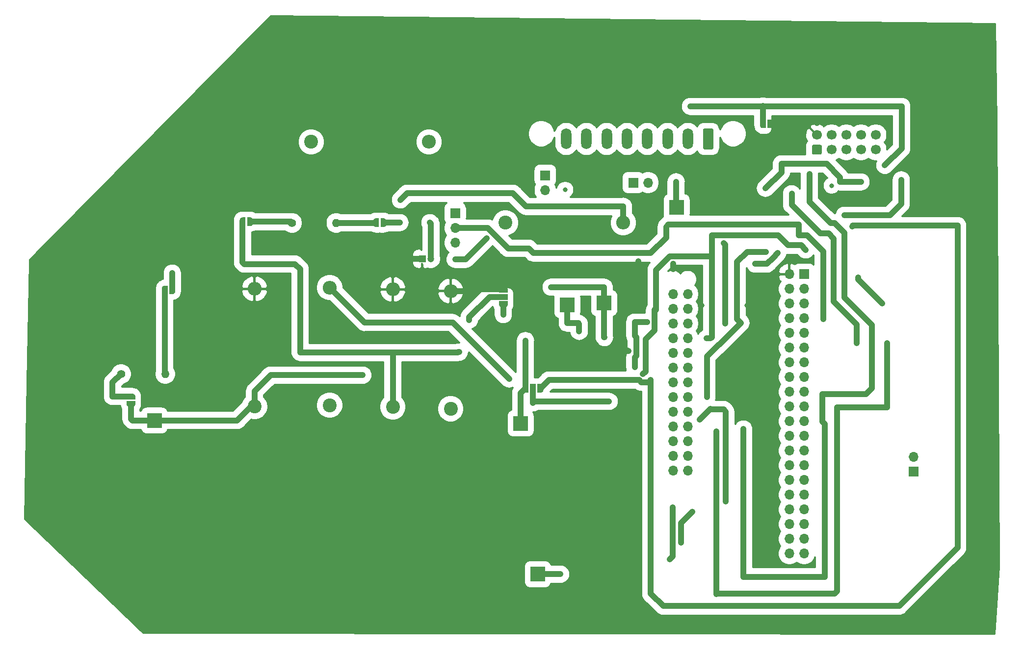
<source format=gbr>
%TF.GenerationSoftware,KiCad,Pcbnew,(5.1.9-0-10_14)*%
%TF.CreationDate,2021-02-25T13:28:52+00:00*%
%TF.ProjectId,base8x,62617365-3878-42e6-9b69-6361645f7063,rev?*%
%TF.SameCoordinates,Original*%
%TF.FileFunction,Copper,L1,Top*%
%TF.FilePolarity,Positive*%
%FSLAX46Y46*%
G04 Gerber Fmt 4.6, Leading zero omitted, Abs format (unit mm)*
G04 Created by KiCad (PCBNEW (5.1.9-0-10_14)) date 2021-02-25 13:28:52*
%MOMM*%
%LPD*%
G01*
G04 APERTURE LIST*
%TA.AperFunction,ComponentPad*%
%ADD10O,1.700000X1.700000*%
%TD*%
%TA.AperFunction,ComponentPad*%
%ADD11R,1.700000X1.700000*%
%TD*%
%TA.AperFunction,ComponentPad*%
%ADD12O,1.400000X1.400000*%
%TD*%
%TA.AperFunction,ComponentPad*%
%ADD13C,1.400000*%
%TD*%
%TA.AperFunction,ComponentPad*%
%ADD14O,2.400000X2.400000*%
%TD*%
%TA.AperFunction,ComponentPad*%
%ADD15C,2.400000*%
%TD*%
%TA.AperFunction,SMDPad,CuDef*%
%ADD16R,2.500000X2.500000*%
%TD*%
%TA.AperFunction,ComponentPad*%
%ADD17C,1.700000*%
%TD*%
%TA.AperFunction,SMDPad,CuDef*%
%ADD18C,0.100000*%
%TD*%
%TA.AperFunction,SMDPad,CuDef*%
%ADD19R,1.000000X1.500000*%
%TD*%
%TA.AperFunction,SMDPad,CuDef*%
%ADD20R,1.500000X1.000000*%
%TD*%
%TA.AperFunction,ComponentPad*%
%ADD21O,1.800000X3.600000*%
%TD*%
%TA.AperFunction,ComponentPad*%
%ADD22R,1.200000X1.200000*%
%TD*%
%TA.AperFunction,ComponentPad*%
%ADD23C,1.200000*%
%TD*%
%TA.AperFunction,ViaPad*%
%ADD24C,0.800000*%
%TD*%
%TA.AperFunction,ViaPad*%
%ADD25C,0.600000*%
%TD*%
%TA.AperFunction,Conductor*%
%ADD26C,1.000000*%
%TD*%
%TA.AperFunction,Conductor*%
%ADD27C,0.300000*%
%TD*%
%TA.AperFunction,Conductor*%
%ADD28C,0.100000*%
%TD*%
G04 APERTURE END LIST*
D10*
%TO.P,Raspberry_header1,40*%
%TO.N,Net-(Raspberry_header1-Pad40)*%
X-220360000Y-101930000D03*
%TO.P,Raspberry_header1,39*%
%TO.N,GND*%
X-217820000Y-101930000D03*
%TO.P,Raspberry_header1,38*%
%TO.N,Net-(Raspberry_header1-Pad38)*%
X-220360000Y-99390000D03*
%TO.P,Raspberry_header1,37*%
%TO.N,Net-(Raspberry_header1-Pad37)*%
X-217820000Y-99390000D03*
%TO.P,Raspberry_header1,36*%
%TO.N,Net-(Raspberry_header1-Pad36)*%
X-220360000Y-96850000D03*
%TO.P,Raspberry_header1,35*%
%TO.N,Net-(Raspberry_header1-Pad35)*%
X-217820000Y-96850000D03*
%TO.P,Raspberry_header1,34*%
%TO.N,Net-(Raspberry_header1-Pad34)*%
X-220360000Y-94310000D03*
%TO.P,Raspberry_header1,33*%
%TO.N,Net-(Raspberry_header1-Pad33)*%
X-217820000Y-94310000D03*
%TO.P,Raspberry_header1,32*%
%TO.N,Net-(Raspberry_header1-Pad32)*%
X-220360000Y-91770000D03*
%TO.P,Raspberry_header1,31*%
%TO.N,GPIO6*%
X-217820000Y-91770000D03*
%TO.P,Raspberry_header1,30*%
%TO.N,Net-(Raspberry_header1-Pad30)*%
X-220360000Y-89230000D03*
%TO.P,Raspberry_header1,29*%
%TO.N,Net-(Raspberry_header1-Pad29)*%
X-217820000Y-89230000D03*
%TO.P,Raspberry_header1,28*%
%TO.N,Net-(Raspberry_header1-Pad28)*%
X-220360000Y-86690000D03*
%TO.P,Raspberry_header1,27*%
%TO.N,Net-(Raspberry_header1-Pad27)*%
X-217820000Y-86690000D03*
%TO.P,Raspberry_header1,26*%
%TO.N,Net-(Raspberry_header1-Pad26)*%
X-220360000Y-84150000D03*
%TO.P,Raspberry_header1,25*%
%TO.N,Net-(Raspberry_header1-Pad25)*%
X-217820000Y-84150000D03*
%TO.P,Raspberry_header1,24*%
%TO.N,SCK*%
X-220360000Y-81610000D03*
%TO.P,Raspberry_header1,23*%
%TO.N,SCLK*%
X-217820000Y-81610000D03*
%TO.P,Raspberry_header1,22*%
%TO.N,Net-(Raspberry_header1-Pad22)*%
X-220360000Y-79070000D03*
%TO.P,Raspberry_header1,21*%
%TO.N,MISO*%
X-217820000Y-79070000D03*
%TO.P,Raspberry_header1,20*%
%TO.N,Net-(Raspberry_header1-Pad20)*%
X-220360000Y-76530000D03*
%TO.P,Raspberry_header1,19*%
%TO.N,MOSI*%
X-217820000Y-76530000D03*
%TO.P,Raspberry_header1,18*%
%TO.N,Net-(Raspberry_header1-Pad18)*%
X-220360000Y-73990000D03*
%TO.P,Raspberry_header1,17*%
%TO.N,Net-(Raspberry_header1-Pad17)*%
X-217820000Y-73990000D03*
%TO.P,Raspberry_header1,16*%
%TO.N,Net-(Raspberry_header1-Pad16)*%
X-220360000Y-71450000D03*
%TO.P,Raspberry_header1,15*%
%TO.N,Net-(Raspberry_header1-Pad15)*%
X-217820000Y-71450000D03*
%TO.P,Raspberry_header1,14*%
%TO.N,Net-(Raspberry_header1-Pad14)*%
X-220360000Y-68910000D03*
%TO.P,Raspberry_header1,13*%
%TO.N,Net-(Raspberry_header1-Pad13)*%
X-217820000Y-68910000D03*
%TO.P,Raspberry_header1,12*%
%TO.N,Net-(Raspberry_header1-Pad12)*%
X-220360000Y-66370000D03*
%TO.P,Raspberry_header1,11*%
%TO.N,Net-(Raspberry_header1-Pad11)*%
X-217820000Y-66370000D03*
%TO.P,Raspberry_header1,10*%
%TO.N,Net-(Raspberry_header1-Pad10)*%
X-220360000Y-63830000D03*
%TO.P,Raspberry_header1,9*%
%TO.N,Net-(Raspberry_header1-Pad9)*%
X-217820000Y-63830000D03*
%TO.P,Raspberry_header1,8*%
%TO.N,Net-(Raspberry_header1-Pad8)*%
X-220360000Y-61290000D03*
%TO.P,Raspberry_header1,7*%
%TO.N,CLK0*%
X-217820000Y-61290000D03*
%TO.P,Raspberry_header1,6*%
%TO.N,Net-(Raspberry_header1-Pad6)*%
X-220360000Y-58750000D03*
%TO.P,Raspberry_header1,5*%
%TO.N,SCL*%
X-217820000Y-58750000D03*
%TO.P,Raspberry_header1,4*%
%TO.N,Net-(Raspberry_header1-Pad4)*%
X-220360000Y-56210000D03*
%TO.P,Raspberry_header1,3*%
%TO.N,SDA*%
X-217820000Y-56210000D03*
%TO.P,Raspberry_header1,2*%
%TO.N,+5V*%
X-220360000Y-53670000D03*
D11*
%TO.P,Raspberry_header1,1*%
%TO.N,+3V3*%
X-217820000Y-53670000D03*
%TD*%
D12*
%TO.P,D2,2*%
%TO.N,Net-(D2-Pad2)*%
X-328071640Y-70898520D03*
D13*
%TO.P,D2,1*%
%TO.N,Net-(D2-Pad1)*%
X-335691640Y-70898520D03*
%TD*%
D12*
%TO.P,D1,2*%
%TO.N,Net-(D1-Pad2)*%
X-298550000Y-44800000D03*
D13*
%TO.P,D1,1*%
%TO.N,Net-(D1-Pad1)*%
X-306170000Y-44800000D03*
%TD*%
D14*
%TO.P,Resistor1,2*%
%TO.N,+3V3*%
X-282550000Y-30810000D03*
D15*
%TO.P,Resistor1,1*%
%TO.N,CLK0*%
X-302870000Y-30810000D03*
%TD*%
D14*
%TO.P,R5,2*%
%TO.N,A_I-*%
X-249021600Y-44780200D03*
D15*
%TO.P,R5,1*%
%TO.N,A_I-_EXT*%
X-269341600Y-44780200D03*
%TD*%
D14*
%TO.P,R4,2*%
%TO.N,Net-(R4-Pad2)*%
X-299690000Y-55970000D03*
D15*
%TO.P,R4,1*%
%TO.N,Net-(J4-Pad2)*%
X-299690000Y-76290000D03*
%TD*%
D14*
%TO.P,R3,2*%
%TO.N,+5V*%
X-278810000Y-56580000D03*
D15*
%TO.P,R3,1*%
%TO.N,Net-(R3-Pad1)*%
X-278810000Y-76900000D03*
%TD*%
D14*
%TO.P,R2,2*%
%TO.N,+5V*%
X-312650000Y-56200000D03*
D15*
%TO.P,R2,1*%
%TO.N,Net-(JP4-Pad1)*%
X-312650000Y-76520000D03*
%TD*%
D14*
%TO.P,R1,2*%
%TO.N,+5V*%
X-288790000Y-56280000D03*
D15*
%TO.P,R1,1*%
%TO.N,Net-(JP2-Pad1)*%
X-288790000Y-76600000D03*
%TD*%
D16*
%TO.P,TP5,1*%
%TO.N,A_V_D_LOC*%
X-266720000Y-79440000D03*
%TD*%
%TO.P,TP4,1*%
%TO.N,Net-(JP4-Pad1)*%
X-329936000Y-78930000D03*
%TD*%
%TO.P,TP3,1*%
%TO.N,Net-(JP2-Pad1)*%
X-252320000Y-58640000D03*
%TD*%
%TO.P,TP2,1*%
%TO.N,Net-(TP2-Pad1)*%
X-258690000Y-58980000D03*
%TD*%
%TO.P,J1,1*%
%TO.N,MISO*%
%TA.AperFunction,ComponentPad*%
G36*
G01*
X-215020600Y-33006400D02*
X-216220600Y-33006400D01*
G75*
G02*
X-216470600Y-32756400I0J250000D01*
G01*
X-216470600Y-31556400D01*
G75*
G02*
X-216220600Y-31306400I250000J0D01*
G01*
X-215020600Y-31306400D01*
G75*
G02*
X-214770600Y-31556400I0J-250000D01*
G01*
X-214770600Y-32756400D01*
G75*
G02*
X-215020600Y-33006400I-250000J0D01*
G01*
G37*
%TD.AperFunction*%
D17*
%TO.P,J1,3*%
%TO.N,SCK*%
X-213080600Y-32156400D03*
%TO.P,J1,5*%
%TO.N,A_V_D_EXT*%
X-210540600Y-32156400D03*
%TO.P,J1,7*%
%TO.N,SDA*%
X-208000600Y-32156400D03*
%TO.P,J1,9*%
%TO.N,/Vin*%
X-205460600Y-32156400D03*
%TO.P,J1,2*%
%TO.N,+5V*%
X-215620600Y-29616400D03*
%TO.P,J1,4*%
%TO.N,MOSI*%
X-213080600Y-29616400D03*
%TO.P,J1,6*%
%TO.N,GND*%
X-210540600Y-29616400D03*
%TO.P,J1,8*%
%TO.N,SCL*%
X-208000600Y-29616400D03*
%TO.P,J1,10*%
%TO.N,~A_CS*%
X-205460600Y-29616400D03*
%TD*%
%TA.AperFunction,SMDPad,CuDef*%
D18*
%TO.P,J2,1*%
%TO.N,A_V_D_LOC*%
G36*
X-265354500Y-74117900D02*
G01*
X-265904500Y-74117900D01*
X-265904500Y-74117298D01*
X-265929034Y-74117298D01*
X-265977865Y-74112488D01*
X-266025990Y-74102916D01*
X-266072945Y-74088672D01*
X-266118278Y-74069895D01*
X-266161551Y-74046764D01*
X-266202350Y-74019504D01*
X-266240279Y-73988376D01*
X-266274976Y-73953679D01*
X-266306104Y-73915750D01*
X-266333364Y-73874951D01*
X-266356495Y-73831678D01*
X-266375272Y-73786345D01*
X-266389516Y-73739390D01*
X-266399088Y-73691265D01*
X-266403898Y-73642434D01*
X-266403898Y-73617900D01*
X-266404500Y-73617900D01*
X-266404500Y-73117900D01*
X-266403898Y-73117900D01*
X-266403898Y-73093366D01*
X-266399088Y-73044535D01*
X-266389516Y-72996410D01*
X-266375272Y-72949455D01*
X-266356495Y-72904122D01*
X-266333364Y-72860849D01*
X-266306104Y-72820050D01*
X-266274976Y-72782121D01*
X-266240279Y-72747424D01*
X-266202350Y-72716296D01*
X-266161551Y-72689036D01*
X-266118278Y-72665905D01*
X-266072945Y-72647128D01*
X-266025990Y-72632884D01*
X-265977865Y-72623312D01*
X-265929034Y-72618502D01*
X-265904500Y-72618502D01*
X-265904500Y-72617900D01*
X-265354500Y-72617900D01*
X-265354500Y-74117900D01*
G37*
%TD.AperFunction*%
%TA.AperFunction,SMDPad,CuDef*%
%TO.P,J2,3*%
%TO.N,A_V_D_EXT*%
G36*
X-263304500Y-72618502D02*
G01*
X-263279966Y-72618502D01*
X-263231135Y-72623312D01*
X-263183010Y-72632884D01*
X-263136055Y-72647128D01*
X-263090722Y-72665905D01*
X-263047449Y-72689036D01*
X-263006650Y-72716296D01*
X-262968721Y-72747424D01*
X-262934024Y-72782121D01*
X-262902896Y-72820050D01*
X-262875636Y-72860849D01*
X-262852505Y-72904122D01*
X-262833728Y-72949455D01*
X-262819484Y-72996410D01*
X-262809912Y-73044535D01*
X-262805102Y-73093366D01*
X-262805102Y-73117900D01*
X-262804500Y-73117900D01*
X-262804500Y-73617900D01*
X-262805102Y-73617900D01*
X-262805102Y-73642434D01*
X-262809912Y-73691265D01*
X-262819484Y-73739390D01*
X-262833728Y-73786345D01*
X-262852505Y-73831678D01*
X-262875636Y-73874951D01*
X-262902896Y-73915750D01*
X-262934024Y-73953679D01*
X-262968721Y-73988376D01*
X-263006650Y-74019504D01*
X-263047449Y-74046764D01*
X-263090722Y-74069895D01*
X-263136055Y-74088672D01*
X-263183010Y-74102916D01*
X-263231135Y-74112488D01*
X-263279966Y-74117298D01*
X-263304500Y-74117298D01*
X-263304500Y-74117900D01*
X-263854500Y-74117900D01*
X-263854500Y-72617900D01*
X-263304500Y-72617900D01*
X-263304500Y-72618502D01*
G37*
%TD.AperFunction*%
D19*
%TO.P,J2,2*%
%TO.N,A_V_D*%
X-264604500Y-73367900D03*
%TD*%
D10*
%TO.P,J3,3*%
%TO.N,+3V3*%
X-237910000Y-57110000D03*
%TO.P,J3,4*%
%TO.N,A_V_D*%
X-240450000Y-57110000D03*
%TO.P,J3,5*%
X-237910000Y-59650000D03*
%TO.P,J3,6*%
%TO.N,SCL*%
X-240450000Y-59650000D03*
%TO.P,J3,7*%
%TO.N,SDA*%
X-237910000Y-62190000D03*
%TO.P,J3,8*%
X-240450000Y-62190000D03*
%TO.P,J3,9*%
%TO.N,SCL*%
X-237910000Y-64730000D03*
%TO.P,J3,10*%
%TO.N,Net-(J3-Pad10)*%
X-240450000Y-64730000D03*
%TO.P,J3,11*%
%TO.N,~A_CS*%
X-237910000Y-67270000D03*
%TO.P,J3,12*%
%TO.N,Net-(J3-Pad12)*%
X-240450000Y-67270000D03*
%TO.P,J3,13*%
%TO.N,MISO*%
X-237910000Y-69810000D03*
%TO.P,J3,14*%
%TO.N,Net-(J3-Pad14)*%
X-240450000Y-69810000D03*
%TO.P,J3,15*%
%TO.N,MOSI*%
X-237910000Y-72350000D03*
%TO.P,J3,16*%
%TO.N,A_V_D*%
X-240450000Y-72350000D03*
%TO.P,J3,17*%
%TO.N,SCK*%
X-237910000Y-74890000D03*
%TO.P,J3,18*%
%TO.N,Net-(J3-Pad18)*%
X-240450000Y-74890000D03*
%TO.P,J3,19*%
%TO.N,GND*%
X-237910000Y-77430000D03*
%TO.P,J3,20*%
X-240450000Y-77430000D03*
%TO.P,J3,21*%
%TO.N,A_I+*%
X-237910000Y-79970000D03*
%TO.P,J3,22*%
%TO.N,Net-(J3-Pad22)*%
X-240450000Y-79970000D03*
%TO.P,J3,23*%
%TO.N,A_V+*%
X-237910000Y-82510000D03*
%TO.P,J3,24*%
%TO.N,Net-(J3-Pad24)*%
X-240450000Y-82510000D03*
%TO.P,J3,25*%
%TO.N,A_V-*%
X-237910000Y-85050000D03*
%TO.P,J3,26*%
%TO.N,Net-(J3-Pad26)*%
X-240450000Y-85050000D03*
%TO.P,J3,27*%
%TO.N,A_I-*%
X-237910000Y-87590000D03*
%TO.P,J3,28*%
%TO.N,Net-(J3-Pad28)*%
X-240450000Y-87590000D03*
%TD*%
D20*
%TO.P,J4,2*%
%TO.N,Net-(J4-Pad2)*%
X-269720000Y-57570000D03*
%TA.AperFunction,SMDPad,CuDef*%
D18*
%TO.P,J4,3*%
%TO.N,GND*%
G36*
X-268970602Y-58870000D02*
G01*
X-268970602Y-58894534D01*
X-268975412Y-58943365D01*
X-268984984Y-58991490D01*
X-268999228Y-59038445D01*
X-269018005Y-59083778D01*
X-269041136Y-59127051D01*
X-269068396Y-59167850D01*
X-269099524Y-59205779D01*
X-269134221Y-59240476D01*
X-269172150Y-59271604D01*
X-269212949Y-59298864D01*
X-269256222Y-59321995D01*
X-269301555Y-59340772D01*
X-269348510Y-59355016D01*
X-269396635Y-59364588D01*
X-269445466Y-59369398D01*
X-269470000Y-59369398D01*
X-269470000Y-59370000D01*
X-269970000Y-59370000D01*
X-269970000Y-59369398D01*
X-269994534Y-59369398D01*
X-270043365Y-59364588D01*
X-270091490Y-59355016D01*
X-270138445Y-59340772D01*
X-270183778Y-59321995D01*
X-270227051Y-59298864D01*
X-270267850Y-59271604D01*
X-270305779Y-59240476D01*
X-270340476Y-59205779D01*
X-270371604Y-59167850D01*
X-270398864Y-59127051D01*
X-270421995Y-59083778D01*
X-270440772Y-59038445D01*
X-270455016Y-58991490D01*
X-270464588Y-58943365D01*
X-270469398Y-58894534D01*
X-270469398Y-58870000D01*
X-270470000Y-58870000D01*
X-270470000Y-58320000D01*
X-268970000Y-58320000D01*
X-268970000Y-58870000D01*
X-268970602Y-58870000D01*
G37*
%TD.AperFunction*%
%TA.AperFunction,SMDPad,CuDef*%
%TO.P,J4,1*%
%TO.N,+5V*%
G36*
X-270470000Y-56820000D02*
G01*
X-270470000Y-56270000D01*
X-270469398Y-56270000D01*
X-270469398Y-56245466D01*
X-270464588Y-56196635D01*
X-270455016Y-56148510D01*
X-270440772Y-56101555D01*
X-270421995Y-56056222D01*
X-270398864Y-56012949D01*
X-270371604Y-55972150D01*
X-270340476Y-55934221D01*
X-270305779Y-55899524D01*
X-270267850Y-55868396D01*
X-270227051Y-55841136D01*
X-270183778Y-55818005D01*
X-270138445Y-55799228D01*
X-270091490Y-55784984D01*
X-270043365Y-55775412D01*
X-269994534Y-55770602D01*
X-269970000Y-55770602D01*
X-269970000Y-55770000D01*
X-269470000Y-55770000D01*
X-269470000Y-55770602D01*
X-269445466Y-55770602D01*
X-269396635Y-55775412D01*
X-269348510Y-55784984D01*
X-269301555Y-55799228D01*
X-269256222Y-55818005D01*
X-269212949Y-55841136D01*
X-269172150Y-55868396D01*
X-269134221Y-55899524D01*
X-269099524Y-55934221D01*
X-269068396Y-55972150D01*
X-269041136Y-56012949D01*
X-269018005Y-56056222D01*
X-268999228Y-56101555D01*
X-268984984Y-56148510D01*
X-268975412Y-56196635D01*
X-268970602Y-56245466D01*
X-268970602Y-56270000D01*
X-268970000Y-56270000D01*
X-268970000Y-56820000D01*
X-270470000Y-56820000D01*
G37*
%TD.AperFunction*%
%TD*%
%TO.P,J9,1*%
%TO.N,GND*%
%TA.AperFunction,ComponentPad*%
G36*
G01*
X-233465800Y-28752200D02*
X-233465800Y-31852200D01*
G75*
G02*
X-233715800Y-32102200I-250000J0D01*
G01*
X-235015800Y-32102200D01*
G75*
G02*
X-235265800Y-31852200I0J250000D01*
G01*
X-235265800Y-28752200D01*
G75*
G02*
X-235015800Y-28502200I250000J0D01*
G01*
X-233715800Y-28502200D01*
G75*
G02*
X-233465800Y-28752200I0J-250000D01*
G01*
G37*
%TD.AperFunction*%
D21*
%TO.P,J9,2*%
%TO.N,/Vin*%
X-237865800Y-30302200D03*
%TO.P,J9,3*%
%TO.N,Net-(J9-Pad3)*%
X-241365800Y-30302200D03*
%TO.P,J9,4*%
%TO.N,A_I-*%
X-244865800Y-30302200D03*
%TO.P,J9,5*%
%TO.N,A_I-_EXT*%
X-248365800Y-30302200D03*
%TO.P,J9,6*%
%TO.N,A_V-*%
X-251865800Y-30302200D03*
%TO.P,J9,7*%
%TO.N,A_V+*%
X-255365800Y-30302200D03*
%TO.P,J9,8*%
%TO.N,A_I+*%
X-258865800Y-30302200D03*
%TD*%
%TA.AperFunction,SMDPad,CuDef*%
D18*
%TO.P,JP2,1*%
%TO.N,Net-(JP2-Pad1)*%
G36*
X-314220000Y-45340000D02*
G01*
X-314720000Y-45340000D01*
X-314720000Y-45339398D01*
X-314744534Y-45339398D01*
X-314793365Y-45334588D01*
X-314841490Y-45325016D01*
X-314888445Y-45310772D01*
X-314933778Y-45291995D01*
X-314977051Y-45268864D01*
X-315017850Y-45241604D01*
X-315055779Y-45210476D01*
X-315090476Y-45175779D01*
X-315121604Y-45137850D01*
X-315148864Y-45097051D01*
X-315171995Y-45053778D01*
X-315190772Y-45008445D01*
X-315205016Y-44961490D01*
X-315214588Y-44913365D01*
X-315219398Y-44864534D01*
X-315219398Y-44840000D01*
X-315220000Y-44840000D01*
X-315220000Y-44340000D01*
X-315219398Y-44340000D01*
X-315219398Y-44315466D01*
X-315214588Y-44266635D01*
X-315205016Y-44218510D01*
X-315190772Y-44171555D01*
X-315171995Y-44126222D01*
X-315148864Y-44082949D01*
X-315121604Y-44042150D01*
X-315090476Y-44004221D01*
X-315055779Y-43969524D01*
X-315017850Y-43938396D01*
X-314977051Y-43911136D01*
X-314933778Y-43888005D01*
X-314888445Y-43869228D01*
X-314841490Y-43854984D01*
X-314793365Y-43845412D01*
X-314744534Y-43840602D01*
X-314720000Y-43840602D01*
X-314720000Y-43840000D01*
X-314220000Y-43840000D01*
X-314220000Y-45340000D01*
G37*
%TD.AperFunction*%
%TA.AperFunction,SMDPad,CuDef*%
%TO.P,JP2,2*%
%TO.N,Net-(D1-Pad1)*%
G36*
X-313420000Y-43840602D02*
G01*
X-313395466Y-43840602D01*
X-313346635Y-43845412D01*
X-313298510Y-43854984D01*
X-313251555Y-43869228D01*
X-313206222Y-43888005D01*
X-313162949Y-43911136D01*
X-313122150Y-43938396D01*
X-313084221Y-43969524D01*
X-313049524Y-44004221D01*
X-313018396Y-44042150D01*
X-312991136Y-44082949D01*
X-312968005Y-44126222D01*
X-312949228Y-44171555D01*
X-312934984Y-44218510D01*
X-312925412Y-44266635D01*
X-312920602Y-44315466D01*
X-312920602Y-44340000D01*
X-312920000Y-44340000D01*
X-312920000Y-44840000D01*
X-312920602Y-44840000D01*
X-312920602Y-44864534D01*
X-312925412Y-44913365D01*
X-312934984Y-44961490D01*
X-312949228Y-45008445D01*
X-312968005Y-45053778D01*
X-312991136Y-45097051D01*
X-313018396Y-45137850D01*
X-313049524Y-45175779D01*
X-313084221Y-45210476D01*
X-313122150Y-45241604D01*
X-313162949Y-45268864D01*
X-313206222Y-45291995D01*
X-313251555Y-45310772D01*
X-313298510Y-45325016D01*
X-313346635Y-45334588D01*
X-313395466Y-45339398D01*
X-313420000Y-45339398D01*
X-313420000Y-45340000D01*
X-313920000Y-45340000D01*
X-313920000Y-43840000D01*
X-313420000Y-43840000D01*
X-313420000Y-43840602D01*
G37*
%TD.AperFunction*%
%TD*%
%TA.AperFunction,SMDPad,CuDef*%
%TO.P,JP3,2*%
%TO.N,GND*%
G36*
X-290390000Y-44000602D02*
G01*
X-290365466Y-44000602D01*
X-290316635Y-44005412D01*
X-290268510Y-44014984D01*
X-290221555Y-44029228D01*
X-290176222Y-44048005D01*
X-290132949Y-44071136D01*
X-290092150Y-44098396D01*
X-290054221Y-44129524D01*
X-290019524Y-44164221D01*
X-289988396Y-44202150D01*
X-289961136Y-44242949D01*
X-289938005Y-44286222D01*
X-289919228Y-44331555D01*
X-289904984Y-44378510D01*
X-289895412Y-44426635D01*
X-289890602Y-44475466D01*
X-289890602Y-44500000D01*
X-289890000Y-44500000D01*
X-289890000Y-45000000D01*
X-289890602Y-45000000D01*
X-289890602Y-45024534D01*
X-289895412Y-45073365D01*
X-289904984Y-45121490D01*
X-289919228Y-45168445D01*
X-289938005Y-45213778D01*
X-289961136Y-45257051D01*
X-289988396Y-45297850D01*
X-290019524Y-45335779D01*
X-290054221Y-45370476D01*
X-290092150Y-45401604D01*
X-290132949Y-45428864D01*
X-290176222Y-45451995D01*
X-290221555Y-45470772D01*
X-290268510Y-45485016D01*
X-290316635Y-45494588D01*
X-290365466Y-45499398D01*
X-290390000Y-45499398D01*
X-290390000Y-45500000D01*
X-290890000Y-45500000D01*
X-290890000Y-44000000D01*
X-290390000Y-44000000D01*
X-290390000Y-44000602D01*
G37*
%TD.AperFunction*%
%TA.AperFunction,SMDPad,CuDef*%
%TO.P,JP3,1*%
%TO.N,Net-(D1-Pad2)*%
G36*
X-291190000Y-45500000D02*
G01*
X-291690000Y-45500000D01*
X-291690000Y-45499398D01*
X-291714534Y-45499398D01*
X-291763365Y-45494588D01*
X-291811490Y-45485016D01*
X-291858445Y-45470772D01*
X-291903778Y-45451995D01*
X-291947051Y-45428864D01*
X-291987850Y-45401604D01*
X-292025779Y-45370476D01*
X-292060476Y-45335779D01*
X-292091604Y-45297850D01*
X-292118864Y-45257051D01*
X-292141995Y-45213778D01*
X-292160772Y-45168445D01*
X-292175016Y-45121490D01*
X-292184588Y-45073365D01*
X-292189398Y-45024534D01*
X-292189398Y-45000000D01*
X-292190000Y-45000000D01*
X-292190000Y-44500000D01*
X-292189398Y-44500000D01*
X-292189398Y-44475466D01*
X-292184588Y-44426635D01*
X-292175016Y-44378510D01*
X-292160772Y-44331555D01*
X-292141995Y-44286222D01*
X-292118864Y-44242949D01*
X-292091604Y-44202150D01*
X-292060476Y-44164221D01*
X-292025779Y-44129524D01*
X-291987850Y-44098396D01*
X-291947051Y-44071136D01*
X-291903778Y-44048005D01*
X-291858445Y-44029228D01*
X-291811490Y-44014984D01*
X-291763365Y-44005412D01*
X-291714534Y-44000602D01*
X-291690000Y-44000602D01*
X-291690000Y-44000000D01*
X-291190000Y-44000000D01*
X-291190000Y-45500000D01*
G37*
%TD.AperFunction*%
%TD*%
%TA.AperFunction,SMDPad,CuDef*%
%TO.P,JP4,1*%
%TO.N,Net-(JP4-Pad1)*%
G36*
X-333224600Y-75587500D02*
G01*
X-333224600Y-76087500D01*
X-333225202Y-76087500D01*
X-333225202Y-76112034D01*
X-333230012Y-76160865D01*
X-333239584Y-76208990D01*
X-333253828Y-76255945D01*
X-333272605Y-76301278D01*
X-333295736Y-76344551D01*
X-333322996Y-76385350D01*
X-333354124Y-76423279D01*
X-333388821Y-76457976D01*
X-333426750Y-76489104D01*
X-333467549Y-76516364D01*
X-333510822Y-76539495D01*
X-333556155Y-76558272D01*
X-333603110Y-76572516D01*
X-333651235Y-76582088D01*
X-333700066Y-76586898D01*
X-333724600Y-76586898D01*
X-333724600Y-76587500D01*
X-334224600Y-76587500D01*
X-334224600Y-76586898D01*
X-334249134Y-76586898D01*
X-334297965Y-76582088D01*
X-334346090Y-76572516D01*
X-334393045Y-76558272D01*
X-334438378Y-76539495D01*
X-334481651Y-76516364D01*
X-334522450Y-76489104D01*
X-334560379Y-76457976D01*
X-334595076Y-76423279D01*
X-334626204Y-76385350D01*
X-334653464Y-76344551D01*
X-334676595Y-76301278D01*
X-334695372Y-76255945D01*
X-334709616Y-76208990D01*
X-334719188Y-76160865D01*
X-334723998Y-76112034D01*
X-334723998Y-76087500D01*
X-334724600Y-76087500D01*
X-334724600Y-75587500D01*
X-333224600Y-75587500D01*
G37*
%TD.AperFunction*%
%TA.AperFunction,SMDPad,CuDef*%
%TO.P,JP4,2*%
%TO.N,Net-(D2-Pad1)*%
G36*
X-334723998Y-74787500D02*
G01*
X-334723998Y-74762966D01*
X-334719188Y-74714135D01*
X-334709616Y-74666010D01*
X-334695372Y-74619055D01*
X-334676595Y-74573722D01*
X-334653464Y-74530449D01*
X-334626204Y-74489650D01*
X-334595076Y-74451721D01*
X-334560379Y-74417024D01*
X-334522450Y-74385896D01*
X-334481651Y-74358636D01*
X-334438378Y-74335505D01*
X-334393045Y-74316728D01*
X-334346090Y-74302484D01*
X-334297965Y-74292912D01*
X-334249134Y-74288102D01*
X-334224600Y-74288102D01*
X-334224600Y-74287500D01*
X-333724600Y-74287500D01*
X-333724600Y-74288102D01*
X-333700066Y-74288102D01*
X-333651235Y-74292912D01*
X-333603110Y-74302484D01*
X-333556155Y-74316728D01*
X-333510822Y-74335505D01*
X-333467549Y-74358636D01*
X-333426750Y-74385896D01*
X-333388821Y-74417024D01*
X-333354124Y-74451721D01*
X-333322996Y-74489650D01*
X-333295736Y-74530449D01*
X-333272605Y-74573722D01*
X-333253828Y-74619055D01*
X-333239584Y-74666010D01*
X-333230012Y-74714135D01*
X-333225202Y-74762966D01*
X-333225202Y-74787500D01*
X-333224600Y-74787500D01*
X-333224600Y-75287500D01*
X-334724600Y-75287500D01*
X-334724600Y-74787500D01*
X-334723998Y-74787500D01*
G37*
%TD.AperFunction*%
%TD*%
%TA.AperFunction,SMDPad,CuDef*%
%TO.P,JP5,1*%
%TO.N,Net-(D2-Pad2)*%
G36*
X-327650000Y-57120000D02*
G01*
X-328150000Y-57120000D01*
X-328150000Y-57119398D01*
X-328174534Y-57119398D01*
X-328223365Y-57114588D01*
X-328271490Y-57105016D01*
X-328318445Y-57090772D01*
X-328363778Y-57071995D01*
X-328407051Y-57048864D01*
X-328447850Y-57021604D01*
X-328485779Y-56990476D01*
X-328520476Y-56955779D01*
X-328551604Y-56917850D01*
X-328578864Y-56877051D01*
X-328601995Y-56833778D01*
X-328620772Y-56788445D01*
X-328635016Y-56741490D01*
X-328644588Y-56693365D01*
X-328649398Y-56644534D01*
X-328649398Y-56620000D01*
X-328650000Y-56620000D01*
X-328650000Y-56120000D01*
X-328649398Y-56120000D01*
X-328649398Y-56095466D01*
X-328644588Y-56046635D01*
X-328635016Y-55998510D01*
X-328620772Y-55951555D01*
X-328601995Y-55906222D01*
X-328578864Y-55862949D01*
X-328551604Y-55822150D01*
X-328520476Y-55784221D01*
X-328485779Y-55749524D01*
X-328447850Y-55718396D01*
X-328407051Y-55691136D01*
X-328363778Y-55668005D01*
X-328318445Y-55649228D01*
X-328271490Y-55634984D01*
X-328223365Y-55625412D01*
X-328174534Y-55620602D01*
X-328150000Y-55620602D01*
X-328150000Y-55620000D01*
X-327650000Y-55620000D01*
X-327650000Y-57120000D01*
G37*
%TD.AperFunction*%
%TA.AperFunction,SMDPad,CuDef*%
%TO.P,JP5,2*%
%TO.N,GND*%
G36*
X-326850000Y-55620602D02*
G01*
X-326825466Y-55620602D01*
X-326776635Y-55625412D01*
X-326728510Y-55634984D01*
X-326681555Y-55649228D01*
X-326636222Y-55668005D01*
X-326592949Y-55691136D01*
X-326552150Y-55718396D01*
X-326514221Y-55749524D01*
X-326479524Y-55784221D01*
X-326448396Y-55822150D01*
X-326421136Y-55862949D01*
X-326398005Y-55906222D01*
X-326379228Y-55951555D01*
X-326364984Y-55998510D01*
X-326355412Y-56046635D01*
X-326350602Y-56095466D01*
X-326350602Y-56120000D01*
X-326350000Y-56120000D01*
X-326350000Y-56620000D01*
X-326350602Y-56620000D01*
X-326350602Y-56644534D01*
X-326355412Y-56693365D01*
X-326364984Y-56741490D01*
X-326379228Y-56788445D01*
X-326398005Y-56833778D01*
X-326421136Y-56877051D01*
X-326448396Y-56917850D01*
X-326479524Y-56955779D01*
X-326514221Y-56990476D01*
X-326552150Y-57021604D01*
X-326592949Y-57048864D01*
X-326636222Y-57071995D01*
X-326681555Y-57090772D01*
X-326728510Y-57105016D01*
X-326776635Y-57114588D01*
X-326825466Y-57119398D01*
X-326850000Y-57119398D01*
X-326850000Y-57120000D01*
X-327350000Y-57120000D01*
X-327350000Y-55620000D01*
X-326850000Y-55620000D01*
X-326850000Y-55620602D01*
G37*
%TD.AperFunction*%
%TD*%
%TA.AperFunction,SMDPad,CuDef*%
%TO.P,JP6,2*%
%TO.N,/Vin*%
G36*
X-224932000Y-28435398D02*
G01*
X-224956534Y-28435398D01*
X-225005365Y-28430588D01*
X-225053490Y-28421016D01*
X-225100445Y-28406772D01*
X-225145778Y-28387995D01*
X-225189051Y-28364864D01*
X-225229850Y-28337604D01*
X-225267779Y-28306476D01*
X-225302476Y-28271779D01*
X-225333604Y-28233850D01*
X-225360864Y-28193051D01*
X-225383995Y-28149778D01*
X-225402772Y-28104445D01*
X-225417016Y-28057490D01*
X-225426588Y-28009365D01*
X-225431398Y-27960534D01*
X-225431398Y-27936000D01*
X-225432000Y-27936000D01*
X-225432000Y-27436000D01*
X-225431398Y-27436000D01*
X-225431398Y-27411466D01*
X-225426588Y-27362635D01*
X-225417016Y-27314510D01*
X-225402772Y-27267555D01*
X-225383995Y-27222222D01*
X-225360864Y-27178949D01*
X-225333604Y-27138150D01*
X-225302476Y-27100221D01*
X-225267779Y-27065524D01*
X-225229850Y-27034396D01*
X-225189051Y-27007136D01*
X-225145778Y-26984005D01*
X-225100445Y-26965228D01*
X-225053490Y-26950984D01*
X-225005365Y-26941412D01*
X-224956534Y-26936602D01*
X-224932000Y-26936602D01*
X-224932000Y-26936000D01*
X-224432000Y-26936000D01*
X-224432000Y-28436000D01*
X-224932000Y-28436000D01*
X-224932000Y-28435398D01*
G37*
%TD.AperFunction*%
%TA.AperFunction,SMDPad,CuDef*%
%TO.P,JP6,1*%
%TO.N,+5V*%
G36*
X-224132000Y-26936000D02*
G01*
X-223632000Y-26936000D01*
X-223632000Y-26936602D01*
X-223607466Y-26936602D01*
X-223558635Y-26941412D01*
X-223510510Y-26950984D01*
X-223463555Y-26965228D01*
X-223418222Y-26984005D01*
X-223374949Y-27007136D01*
X-223334150Y-27034396D01*
X-223296221Y-27065524D01*
X-223261524Y-27100221D01*
X-223230396Y-27138150D01*
X-223203136Y-27178949D01*
X-223180005Y-27222222D01*
X-223161228Y-27267555D01*
X-223146984Y-27314510D01*
X-223137412Y-27362635D01*
X-223132602Y-27411466D01*
X-223132602Y-27436000D01*
X-223132000Y-27436000D01*
X-223132000Y-27936000D01*
X-223132602Y-27936000D01*
X-223132602Y-27960534D01*
X-223137412Y-28009365D01*
X-223146984Y-28057490D01*
X-223161228Y-28104445D01*
X-223180005Y-28149778D01*
X-223203136Y-28193051D01*
X-223230396Y-28233850D01*
X-223261524Y-28271779D01*
X-223296221Y-28306476D01*
X-223334150Y-28337604D01*
X-223374949Y-28364864D01*
X-223418222Y-28387995D01*
X-223463555Y-28406772D01*
X-223510510Y-28421016D01*
X-223558635Y-28430588D01*
X-223607466Y-28435398D01*
X-223632000Y-28435398D01*
X-223632000Y-28436000D01*
X-224132000Y-28436000D01*
X-224132000Y-26936000D01*
G37*
%TD.AperFunction*%
%TD*%
D10*
%TO.P,P3,2*%
%TO.N,GND*%
X-262500000Y-39120000D03*
D11*
%TO.P,P3,1*%
%TO.N,A_I-_EXT*%
X-262500000Y-36580000D03*
%TD*%
%TO.P,P4,1*%
%TO.N,A_I-_EXT*%
X-247300000Y-37840000D03*
D10*
%TO.P,P4,2*%
%TO.N,A_I-*%
X-244760000Y-37840000D03*
%TD*%
D11*
%TO.P,Temp_sensor1,1*%
%TO.N,+3V3*%
X-278020000Y-43150000D03*
D10*
%TO.P,Temp_sensor1,2*%
%TO.N,CLK0*%
X-278020000Y-45690000D03*
%TO.P,Temp_sensor1,3*%
%TO.N,GND*%
X-278020000Y-48230000D03*
%TD*%
D16*
%TO.P,TP1,1*%
%TO.N,GND*%
X-263780000Y-105480000D03*
%TD*%
%TO.P,TP6,1*%
%TO.N,A_I-*%
X-239810000Y-42080000D03*
%TD*%
D22*
%TO.P,C1,1*%
%TO.N,+5V*%
X-283718000Y-51003200D03*
D23*
%TO.P,C1,2*%
%TO.N,GND*%
X-282218000Y-51003200D03*
%TD*%
D11*
%TO.P,J5,1*%
%TO.N,GPIO6*%
X-198930000Y-87750000D03*
D10*
%TO.P,J5,2*%
%TO.N,GND*%
X-198930000Y-85210000D03*
%TD*%
D24*
%TO.N,+5V*%
X-248110000Y-66930000D03*
X-215620600Y-27030600D03*
X-240410000Y-51810010D03*
X-246419990Y-51810010D03*
X-235400000Y-59050000D03*
X-227750000Y-59050000D03*
X-223490000Y-59120000D03*
%TO.N,GND*%
X-287570000Y-44750000D03*
X-269720000Y-60650000D03*
X-259850000Y-105480000D03*
X-326850000Y-53470000D03*
X-259040000Y-39080000D03*
X-278040000Y-51100000D03*
X-278040000Y-51100000D03*
D25*
X-272590000Y-47480000D03*
D24*
%TO.N,MISO*%
X-228360000Y-80440000D03*
X-216890000Y-36350000D03*
X-214690000Y-79150000D03*
%TO.N,SCK*%
X-234590000Y-74890000D03*
X-224370000Y-49810000D03*
X-213080600Y-38350600D03*
%TO.N,A_V_D_EXT*%
X-244280000Y-71930000D03*
X-209520000Y-45400000D03*
%TO.N,SDA*%
X-247040000Y-69690000D03*
X-244890000Y-61930000D03*
X-244890000Y-61930000D03*
X-231470000Y-62190000D03*
X-231470000Y-48670000D03*
X-208000600Y-37719400D03*
X-224490000Y-38830000D03*
%TO.N,/Vin*%
X-237420000Y-24690000D03*
X-203890000Y-34860000D03*
%TO.N,MOSI*%
X-232990000Y-80770000D03*
X-212109992Y-76700008D03*
X-208720000Y-65560000D03*
X-203470000Y-65530000D03*
X-219960000Y-39760000D03*
%TO.N,SCL*%
X-243370000Y-59840000D03*
X-234620000Y-64730000D03*
X-217540000Y-49480000D03*
X-208520000Y-54210000D03*
X-204340000Y-58750000D03*
X-245635000Y-70935000D03*
%TO.N,~A_CS*%
X-201060000Y-37370000D03*
X-222370000Y-50030000D03*
X-210880000Y-43480000D03*
X-226260000Y-51890000D03*
%TO.N,A_V_D_LOC*%
X-265904500Y-65124500D03*
%TO.N,A_V_D*%
X-251470000Y-75630000D03*
%TO.N,A_I+*%
X-235810000Y-78800000D03*
X-240490000Y-93960000D03*
X-231350000Y-92910000D03*
X-241010000Y-102920000D03*
%TO.N,A_V-*%
X-239100000Y-99990000D03*
X-237150000Y-94700000D03*
%TO.N,A_I-*%
X-239910000Y-37700000D03*
X-287470000Y-40830000D03*
%TO.N,Net-(J4-Pad2)*%
X-275610000Y-61590000D03*
%TO.N,Net-(R4-Pad2)*%
X-268720000Y-71760000D03*
%TO.N,CLK0*%
X-214510000Y-61420000D03*
%TO.N,Net-(TP2-Pad1)*%
X-256630000Y-63550000D03*
%TO.N,Net-(JP2-Pad1)*%
X-252250000Y-64590000D03*
X-277320000Y-67120000D03*
X-261470000Y-55910000D03*
%TO.N,Net-(JP4-Pad1)*%
X-294020000Y-71100000D03*
%TD*%
D26*
%TO.N,+5V*%
X-215620600Y-27019400D02*
X-215620600Y-27030600D01*
X-215620600Y-27030600D02*
X-215620600Y-27520600D01*
X-223632000Y-27686000D02*
X-223416000Y-27686000D01*
X-283718000Y-51003200D02*
X-285213200Y-51003200D01*
X-269720000Y-56270000D02*
X-269720000Y-56230000D01*
X-269720000Y-56230000D02*
X-269440000Y-55950000D01*
X-240410000Y-51810010D02*
X-240410000Y-52820000D01*
X-246419990Y-51810010D02*
X-246419990Y-51400010D01*
X-271210000Y-56270000D02*
X-269720000Y-56270000D01*
X-274160000Y-56270000D02*
X-271210000Y-56270000D01*
X-274470000Y-56580000D02*
X-274160000Y-56270000D01*
X-278810000Y-56580000D02*
X-274470000Y-56580000D01*
X-248110000Y-66930000D02*
X-248300000Y-66930000D01*
X-248300000Y-66930000D02*
X-248840000Y-66390000D01*
%TO.N,GND*%
X-290390000Y-44750000D02*
X-287570000Y-44750000D01*
X-287570000Y-44750000D02*
X-287570000Y-44750000D01*
X-326850000Y-53960000D02*
X-326850000Y-53960000D01*
X-269720000Y-58870000D02*
X-269720000Y-60650000D01*
X-269720000Y-60650000D02*
X-269720000Y-60650000D01*
X-263780000Y-105480000D02*
X-259850000Y-105480000D01*
X-259850000Y-105480000D02*
X-259850000Y-105480000D01*
X-282218000Y-44922000D02*
X-282218000Y-51003200D01*
X-282390000Y-44750000D02*
X-282218000Y-44922000D01*
X-326850000Y-56370000D02*
X-326850000Y-53470000D01*
X-326850000Y-53470000D02*
X-326850000Y-53470000D01*
X-278040000Y-51100000D02*
X-276210000Y-51100000D01*
X-276210000Y-51100000D02*
X-272590000Y-47480000D01*
X-272590000Y-47480000D02*
X-272590000Y-47480000D01*
%TO.N,SCK*%
X-224370000Y-49810000D02*
X-224370000Y-49810000D01*
%TO.N,A_V_D_EXT*%
X-244280000Y-71930000D02*
X-244280000Y-71930000D01*
X-244280000Y-71930000D02*
X-244280000Y-108840000D01*
X-244280000Y-108840000D02*
X-242140000Y-110980000D01*
X-242140000Y-110980000D02*
X-210310000Y-110980000D01*
X-209520000Y-45400000D02*
X-209520000Y-45400000D01*
%TO.N,SDA*%
X-247040000Y-61930000D02*
X-244890000Y-61930000D01*
X-244890000Y-61930000D02*
X-244890000Y-61930000D01*
X-244890000Y-61930000D02*
X-244890000Y-61930000D01*
%TO.N,MISO*%
X-214260000Y-79580000D02*
X-214690000Y-79150000D01*
X-228280000Y-105950000D02*
X-214260000Y-105950000D01*
X-214260000Y-105950000D02*
X-214260000Y-79580000D01*
X-228280000Y-80400000D02*
X-228280000Y-105950000D01*
X-213270000Y-44790000D02*
X-216890000Y-41170000D01*
X-216890000Y-41170000D02*
X-216890000Y-36350000D01*
X-213270000Y-44790000D02*
X-212580000Y-44790000D01*
X-212580000Y-44790000D02*
X-210870000Y-46500000D01*
X-210870000Y-46500000D02*
X-210870000Y-57690000D01*
X-210870000Y-57690000D02*
X-206110000Y-62450000D01*
X-206110000Y-62450000D02*
X-206110000Y-73340000D01*
X-207120000Y-74350000D02*
X-214690000Y-74350000D01*
X-206110000Y-73340000D02*
X-207120000Y-74350000D01*
X-214690000Y-79150000D02*
X-214690000Y-74350000D01*
%TO.N,SCK*%
X-229390000Y-61450000D02*
X-229390000Y-51550000D01*
X-227650000Y-49810000D02*
X-224370000Y-49810000D01*
X-228750000Y-62090000D02*
X-229390000Y-61450000D01*
X-232470000Y-65830000D02*
X-228730000Y-62090000D01*
X-228730000Y-62090000D02*
X-228750000Y-62090000D01*
X-232550000Y-65830000D02*
X-232470000Y-65830000D01*
X-229390000Y-51550000D02*
X-227650000Y-49810000D01*
X-234590000Y-67870000D02*
X-232550000Y-65830000D01*
X-234590000Y-74890000D02*
X-234590000Y-67870000D01*
%TO.N,A_V_D_EXT*%
X-209120000Y-110980000D02*
X-201410000Y-110980000D01*
X-210310000Y-110980000D02*
X-209120000Y-110980000D01*
X-209120000Y-110980000D02*
X-208520000Y-110980000D01*
X-201410000Y-110980000D02*
X-191320000Y-100890000D01*
X-191320000Y-100890000D02*
X-191320000Y-45280000D01*
X-209400000Y-45280000D02*
X-209520000Y-45400000D01*
X-191320000Y-45280000D02*
X-209400000Y-45280000D01*
X-261866600Y-71930000D02*
X-246290503Y-71930000D01*
X-263304500Y-73367900D02*
X-261866600Y-71930000D01*
X-245890504Y-72329999D02*
X-244679999Y-72329999D01*
X-246290503Y-71930000D02*
X-245890504Y-72329999D01*
X-244679999Y-72329999D02*
X-244280000Y-71930000D01*
%TO.N,SDA*%
X-231470000Y-48560000D02*
X-231700000Y-48330000D01*
X-231470000Y-62190000D02*
X-231470000Y-48670000D01*
X-231470000Y-48670000D02*
X-231470000Y-48560000D01*
X-221730000Y-36070000D02*
X-224490000Y-38830000D01*
X-221730000Y-34620000D02*
X-221730000Y-36070000D01*
X-213900000Y-34620000D02*
X-221730000Y-34620000D01*
X-211610600Y-37719400D02*
X-211610000Y-37718800D01*
X-211610000Y-36910000D02*
X-213900000Y-34620000D01*
X-211610000Y-37718800D02*
X-211610000Y-36910000D01*
X-208000600Y-37719400D02*
X-211610600Y-37719400D01*
X-247040000Y-69690000D02*
X-247040000Y-68030000D01*
X-247040000Y-68030000D02*
X-246800000Y-67790000D01*
X-246800000Y-67790000D02*
X-246800000Y-64570000D01*
X-247040000Y-64330000D02*
X-247040000Y-61930000D01*
X-246800000Y-64570000D02*
X-247040000Y-64330000D01*
%TO.N,/Vin*%
X-224932000Y-27686000D02*
X-224932000Y-24602000D01*
X-224932000Y-24602000D02*
X-225020000Y-24690000D01*
X-225020000Y-24690000D02*
X-237420000Y-24690000D01*
X-237420000Y-24690000D02*
X-237420000Y-24690000D01*
X-225020000Y-24690000D02*
X-200980000Y-24690000D01*
X-200980000Y-24690000D02*
X-200970000Y-24700000D01*
X-200970000Y-24700000D02*
X-200970000Y-31940000D01*
X-200970000Y-31940000D02*
X-203890000Y-34860000D01*
X-203890000Y-34860000D02*
X-203890000Y-34860000D01*
%TO.N,MOSI*%
X-232990000Y-80770000D02*
X-232990000Y-106100000D01*
X-232990000Y-106100000D02*
X-232950000Y-106140000D01*
X-215000000Y-46630000D02*
X-219960000Y-41670000D01*
X-232990000Y-106100000D02*
X-232990000Y-108930000D01*
X-232990000Y-108930000D02*
X-232910000Y-108850000D01*
X-232910000Y-108850000D02*
X-215899978Y-108850000D01*
X-215899978Y-108850000D02*
X-212560000Y-108850000D01*
X-212109992Y-79689508D02*
X-212130000Y-79669500D01*
X-212109992Y-108399992D02*
X-212109992Y-79689508D01*
X-212560000Y-108850000D02*
X-212109992Y-108399992D01*
X-212109992Y-79689508D02*
X-212109992Y-76700008D01*
X-212109992Y-76700008D02*
X-212109992Y-76700008D01*
X-203460008Y-76700008D02*
X-212109992Y-76700008D01*
X-203470000Y-76690016D02*
X-203460008Y-76700008D01*
X-215000000Y-46630000D02*
X-213610000Y-46630000D01*
X-213610000Y-46630000D02*
X-212710000Y-47530000D01*
X-212710000Y-47530000D02*
X-212710000Y-58350000D01*
X-212710000Y-58350000D02*
X-208720000Y-62340000D01*
X-208720000Y-62340000D02*
X-208720000Y-65560000D01*
X-208720000Y-65560000D02*
X-208720000Y-65560000D01*
X-203470000Y-65530000D02*
X-203470000Y-76690016D01*
X-219960000Y-41670000D02*
X-219960000Y-39760000D01*
X-219960000Y-39760000D02*
X-219960000Y-39760000D01*
%TO.N,SCL*%
X-243640000Y-63380000D02*
X-243680000Y-63340000D01*
X-243640000Y-63380000D02*
X-243640000Y-59870000D01*
X-243610000Y-59840000D02*
X-243370000Y-59840000D01*
X-243640000Y-59870000D02*
X-243610000Y-59840000D01*
X-243370000Y-59840000D02*
X-243370000Y-59840000D01*
X-234620000Y-64730000D02*
X-233940000Y-64730000D01*
X-233940000Y-64730000D02*
X-233740000Y-64530000D01*
X-233850000Y-50560000D02*
X-233740000Y-50450000D01*
X-241010000Y-50560000D02*
X-233850000Y-50560000D01*
X-233740000Y-64530000D02*
X-233740000Y-50450000D01*
X-243370000Y-59840000D02*
X-243370000Y-52920000D01*
X-243370000Y-52920000D02*
X-241010000Y-50560000D01*
X-220570000Y-48670000D02*
X-219490000Y-48670000D01*
X-222280000Y-46960000D02*
X-220570000Y-48670000D01*
X-233740000Y-46960000D02*
X-222280000Y-46960000D01*
X-233740000Y-50450000D02*
X-233740000Y-46960000D01*
X-219490000Y-48670000D02*
X-218350000Y-48670000D01*
X-218350000Y-48670000D02*
X-217540000Y-49480000D01*
X-217540000Y-49480000D02*
X-217540000Y-49480000D01*
X-208520000Y-54570000D02*
X-204340000Y-58750000D01*
X-208520000Y-54210000D02*
X-208520000Y-54570000D01*
X-245640000Y-70940000D02*
X-245635000Y-70935000D01*
X-245180000Y-64920000D02*
X-243640000Y-63380000D01*
X-245180000Y-70480000D02*
X-245180000Y-64920000D01*
X-245635000Y-70935000D02*
X-245180000Y-70480000D01*
%TO.N,~A_CS*%
X-222370000Y-50030000D02*
X-222370000Y-50030000D01*
X-210880000Y-43480000D02*
X-203030000Y-43480000D01*
X-201060000Y-41510000D02*
X-201060000Y-37370000D01*
X-203030000Y-43480000D02*
X-201060000Y-41510000D01*
X-223180000Y-50840000D02*
X-222370000Y-50030000D01*
X-224230000Y-51890000D02*
X-223180000Y-50840000D01*
X-226260000Y-51890000D02*
X-224230000Y-51890000D01*
%TO.N,A_V_D_LOC*%
X-266720000Y-74183400D02*
X-265904500Y-73367900D01*
X-266720000Y-79440000D02*
X-266720000Y-74183400D01*
X-265904500Y-73367900D02*
X-265904500Y-65124500D01*
X-265904500Y-65124500D02*
X-265904500Y-65124500D01*
%TO.N,A_V_D*%
X-264604500Y-73367900D02*
X-264604500Y-75895500D01*
X-264604500Y-75895500D02*
X-264339000Y-75630000D01*
X-264339000Y-75630000D02*
X-255760000Y-75630000D01*
X-255760000Y-75630000D02*
X-251470000Y-75630000D01*
X-251470000Y-75630000D02*
X-251470000Y-75630000D01*
X-251470000Y-75630000D02*
X-251470000Y-75630000D01*
%TO.N,A_I+*%
X-235810000Y-78800000D02*
X-233960000Y-76950000D01*
X-233960000Y-76950000D02*
X-233900000Y-77010000D01*
X-233900000Y-77010000D02*
X-231730000Y-77010000D01*
X-231730000Y-77010000D02*
X-231350000Y-77390000D01*
X-231350000Y-77390000D02*
X-231350000Y-92910000D01*
X-231350000Y-92910000D02*
X-231350000Y-92910000D01*
X-240490000Y-102400000D02*
X-241010000Y-102920000D01*
X-240490000Y-93960000D02*
X-240490000Y-102400000D01*
%TO.N,A_V-*%
X-239100000Y-96650000D02*
X-237150000Y-94700000D01*
X-239100000Y-99990000D02*
X-239100000Y-96650000D01*
%TO.N,A_I-*%
X-239810000Y-42080000D02*
X-239810000Y-42110000D01*
X-239810000Y-42110000D02*
X-239910000Y-42010000D01*
X-239910000Y-42010000D02*
X-239910000Y-37700000D01*
X-239910000Y-37700000D02*
X-239910000Y-37700000D01*
X-249021600Y-44780200D02*
X-249021600Y-41928400D01*
X-249021600Y-41928400D02*
X-249053200Y-41960000D01*
X-249053200Y-41960000D02*
X-265820000Y-41960000D01*
X-265820000Y-41960000D02*
X-268080000Y-39700000D01*
X-286340000Y-39700000D02*
X-287470000Y-40830000D01*
X-268080000Y-39700000D02*
X-286340000Y-39700000D01*
%TO.N,Net-(J4-Pad2)*%
X-275610000Y-61590000D02*
X-275610000Y-61070000D01*
X-272110000Y-57570000D02*
X-269720000Y-57570000D01*
X-275610000Y-61070000D02*
X-272110000Y-57570000D01*
%TO.N,Net-(D1-Pad1)*%
X-306380000Y-44590000D02*
X-306170000Y-44800000D01*
X-313420000Y-44590000D02*
X-306380000Y-44590000D01*
%TO.N,Net-(D1-Pad2)*%
X-291740000Y-44800000D02*
X-291690000Y-44750000D01*
X-298550000Y-44800000D02*
X-291740000Y-44800000D01*
%TO.N,Net-(D2-Pad1)*%
X-333974600Y-74787500D02*
X-337152500Y-74787500D01*
X-337152500Y-74787500D02*
X-337160000Y-74780000D01*
X-337160000Y-72366880D02*
X-335691640Y-70898520D01*
X-337160000Y-74780000D02*
X-337160000Y-72366880D01*
%TO.N,Net-(D2-Pad2)*%
X-328150000Y-70820160D02*
X-328071640Y-70898520D01*
X-328150000Y-56370000D02*
X-328150000Y-70820160D01*
%TO.N,Net-(R4-Pad2)*%
X-268720000Y-71760000D02*
X-278470000Y-62010000D01*
X-278470000Y-62010000D02*
X-293650000Y-62010000D01*
X-293650000Y-62010000D02*
X-299690000Y-55970000D01*
%TO.N,CLK0*%
X-214510000Y-61420000D02*
X-214510000Y-61420000D01*
X-241220000Y-45060000D02*
X-218780000Y-45060000D01*
X-241620000Y-45460000D02*
X-241220000Y-45060000D01*
X-241620000Y-47340000D02*
X-241620000Y-45460000D01*
X-244290000Y-50010000D02*
X-241620000Y-47340000D01*
X-217330000Y-46940000D02*
X-214510000Y-49760000D01*
X-218780000Y-46940000D02*
X-217330000Y-46940000D01*
X-218780000Y-45060000D02*
X-218780000Y-46940000D01*
X-214510000Y-49760000D02*
X-214510000Y-61420000D01*
X-278020000Y-45690000D02*
X-272380000Y-45690000D01*
X-268880000Y-49190000D02*
X-265340000Y-49190000D01*
X-272380000Y-45690000D02*
X-268880000Y-49190000D01*
X-265340000Y-49190000D02*
X-264520000Y-50010000D01*
X-264520000Y-50010000D02*
X-244290000Y-50010000D01*
%TO.N,Net-(TP2-Pad1)*%
X-258690000Y-58980000D02*
X-258690000Y-62120000D01*
X-256790000Y-62120000D02*
X-258690000Y-62120000D01*
X-256630000Y-62280000D02*
X-256790000Y-62120000D01*
X-256630000Y-63550000D02*
X-256630000Y-62280000D01*
%TO.N,Net-(JP2-Pad1)*%
X-252320000Y-64520000D02*
X-252250000Y-64590000D01*
X-252320000Y-58640000D02*
X-252320000Y-64520000D01*
X-314720000Y-44590000D02*
X-314720000Y-51600000D01*
X-314720000Y-51600000D02*
X-314420000Y-51900000D01*
X-314420000Y-51900000D02*
X-305700000Y-51900000D01*
X-305700000Y-51900000D02*
X-304790000Y-52810000D01*
X-304790000Y-52810000D02*
X-304790000Y-67140000D01*
X-304790000Y-67140000D02*
X-304750000Y-67180000D01*
X-304750000Y-67180000D02*
X-288850000Y-67180000D01*
X-288790000Y-67240000D02*
X-288790000Y-76600000D01*
X-288850000Y-67180000D02*
X-288790000Y-67240000D01*
X-288850000Y-67180000D02*
X-277560000Y-67180000D01*
X-277500000Y-67120000D02*
X-277320000Y-67120000D01*
X-277560000Y-67180000D02*
X-277500000Y-67120000D01*
X-277320000Y-67120000D02*
X-277320000Y-67120000D01*
X-252320000Y-58640000D02*
X-252320000Y-55920000D01*
X-252330000Y-55910000D02*
X-261470000Y-55910000D01*
X-252320000Y-55920000D02*
X-252330000Y-55910000D01*
%TO.N,Net-(JP4-Pad1)*%
X-333974600Y-76087500D02*
X-333974600Y-78675400D01*
X-333720000Y-78930000D02*
X-329936000Y-78930000D01*
X-333974600Y-78675400D02*
X-333720000Y-78930000D01*
X-329936000Y-78930000D02*
X-315670000Y-78930000D01*
X-313260000Y-76520000D02*
X-312650000Y-76520000D01*
X-315670000Y-78930000D02*
X-313260000Y-76520000D01*
X-312650000Y-76520000D02*
X-312650000Y-73870000D01*
X-312650000Y-73870000D02*
X-309880000Y-71100000D01*
X-309880000Y-71100000D02*
X-294020000Y-71100000D01*
X-294020000Y-71100000D02*
X-293980000Y-71100000D01*
%TD*%
D27*
%TO.N,+5V*%
X-184887975Y-10458401D02*
X-184654995Y-27411427D01*
X-184225026Y-104145770D01*
X-184945958Y-115744875D01*
X-331814466Y-115615053D01*
X-343637960Y-104230000D01*
X-266185564Y-104230000D01*
X-266185564Y-106730000D01*
X-266163360Y-106955439D01*
X-266097602Y-107172215D01*
X-265990816Y-107371997D01*
X-265847107Y-107547107D01*
X-265671997Y-107690816D01*
X-265472215Y-107797602D01*
X-265255439Y-107863360D01*
X-265030000Y-107885564D01*
X-262530000Y-107885564D01*
X-262304561Y-107863360D01*
X-262087785Y-107797602D01*
X-261888003Y-107690816D01*
X-261712893Y-107547107D01*
X-261569184Y-107371997D01*
X-261462398Y-107172215D01*
X-261449592Y-107130000D01*
X-259768948Y-107130000D01*
X-259526544Y-107106125D01*
X-259215517Y-107011777D01*
X-258928874Y-106858562D01*
X-258677629Y-106652371D01*
X-258471438Y-106401126D01*
X-258318223Y-106114483D01*
X-258223875Y-105803456D01*
X-258192017Y-105480000D01*
X-258223875Y-105156544D01*
X-258318223Y-104845517D01*
X-258471438Y-104558874D01*
X-258677629Y-104307629D01*
X-258928874Y-104101438D01*
X-259215517Y-103948223D01*
X-259526544Y-103853875D01*
X-259768948Y-103830000D01*
X-261449592Y-103830000D01*
X-261462398Y-103787785D01*
X-261569184Y-103588003D01*
X-261712893Y-103412893D01*
X-261888003Y-103269184D01*
X-262087785Y-103162398D01*
X-262304561Y-103096640D01*
X-262530000Y-103074436D01*
X-265030000Y-103074436D01*
X-265255439Y-103096640D01*
X-265472215Y-103162398D01*
X-265671997Y-103269184D01*
X-265847107Y-103412893D01*
X-265990816Y-103588003D01*
X-266097602Y-103787785D01*
X-266163360Y-104004561D01*
X-266185564Y-104230000D01*
X-343637960Y-104230000D01*
X-352218890Y-95967271D01*
X-351809453Y-72366880D01*
X-338817982Y-72366880D01*
X-338809999Y-72447931D01*
X-338810000Y-74698958D01*
X-338817982Y-74780000D01*
X-338810000Y-74861042D01*
X-338810000Y-74861051D01*
X-338786125Y-75103455D01*
X-338691777Y-75414482D01*
X-338538562Y-75701125D01*
X-338332371Y-75952371D01*
X-338328252Y-75955752D01*
X-338324871Y-75959871D01*
X-338073626Y-76166062D01*
X-337786983Y-76319277D01*
X-337475956Y-76413625D01*
X-337233552Y-76437500D01*
X-337152500Y-76445483D01*
X-337071448Y-76437500D01*
X-335840524Y-76437500D01*
X-335836430Y-76458081D01*
X-335770674Y-76674852D01*
X-335733165Y-76765408D01*
X-335626377Y-76965196D01*
X-335624600Y-76967856D01*
X-335624599Y-78594349D01*
X-335632582Y-78675400D01*
X-335600724Y-78998856D01*
X-335506377Y-79309882D01*
X-335369458Y-79566036D01*
X-335353161Y-79596526D01*
X-335146970Y-79847771D01*
X-335084011Y-79899440D01*
X-334944045Y-80039406D01*
X-334892371Y-80102371D01*
X-334641126Y-80308562D01*
X-334354483Y-80461777D01*
X-334043456Y-80556125D01*
X-333801052Y-80580000D01*
X-333720000Y-80587983D01*
X-333638948Y-80580000D01*
X-332266408Y-80580000D01*
X-332253602Y-80622215D01*
X-332146816Y-80821997D01*
X-332003107Y-80997107D01*
X-331827997Y-81140816D01*
X-331628215Y-81247602D01*
X-331411439Y-81313360D01*
X-331186000Y-81335564D01*
X-328686000Y-81335564D01*
X-328460561Y-81313360D01*
X-328243785Y-81247602D01*
X-328044003Y-81140816D01*
X-327868893Y-80997107D01*
X-327725184Y-80821997D01*
X-327618398Y-80622215D01*
X-327605592Y-80580000D01*
X-315751042Y-80580000D01*
X-315670000Y-80587982D01*
X-315588958Y-80580000D01*
X-315588948Y-80580000D01*
X-315346544Y-80556125D01*
X-315035517Y-80461777D01*
X-314748874Y-80308562D01*
X-314497629Y-80102371D01*
X-314445956Y-80039407D01*
X-313210998Y-78804450D01*
X-312881455Y-78870000D01*
X-312418545Y-78870000D01*
X-311964530Y-78779691D01*
X-311536857Y-78602543D01*
X-311151962Y-78345364D01*
X-310824636Y-78018038D01*
X-310567457Y-77633143D01*
X-310390309Y-77205470D01*
X-310300000Y-76751455D01*
X-310300000Y-76288545D01*
X-310345749Y-76058545D01*
X-302040000Y-76058545D01*
X-302040000Y-76521455D01*
X-301949691Y-76975470D01*
X-301772543Y-77403143D01*
X-301515364Y-77788038D01*
X-301188038Y-78115364D01*
X-300803143Y-78372543D01*
X-300375470Y-78549691D01*
X-299921455Y-78640000D01*
X-299458545Y-78640000D01*
X-299004530Y-78549691D01*
X-298576857Y-78372543D01*
X-298191962Y-78115364D01*
X-297864636Y-77788038D01*
X-297607457Y-77403143D01*
X-297430309Y-76975470D01*
X-297340000Y-76521455D01*
X-297340000Y-76058545D01*
X-297430309Y-75604530D01*
X-297607457Y-75176857D01*
X-297864636Y-74791962D01*
X-298191962Y-74464636D01*
X-298576857Y-74207457D01*
X-299004530Y-74030309D01*
X-299458545Y-73940000D01*
X-299921455Y-73940000D01*
X-300375470Y-74030309D01*
X-300803143Y-74207457D01*
X-301188038Y-74464636D01*
X-301515364Y-74791962D01*
X-301772543Y-75176857D01*
X-301949691Y-75604530D01*
X-302040000Y-76058545D01*
X-310345749Y-76058545D01*
X-310390309Y-75834530D01*
X-310567457Y-75406857D01*
X-310824636Y-75021962D01*
X-311000000Y-74846598D01*
X-311000000Y-74553451D01*
X-309196548Y-72750000D01*
X-293898948Y-72750000D01*
X-293656544Y-72726125D01*
X-293345517Y-72631777D01*
X-293058874Y-72478562D01*
X-292807629Y-72272371D01*
X-292601438Y-72021126D01*
X-292448223Y-71734483D01*
X-292353875Y-71423456D01*
X-292322017Y-71100000D01*
X-292353875Y-70776544D01*
X-292448223Y-70465517D01*
X-292601438Y-70178874D01*
X-292807629Y-69927629D01*
X-293058874Y-69721438D01*
X-293345517Y-69568223D01*
X-293656544Y-69473875D01*
X-293898948Y-69450000D01*
X-309798948Y-69450000D01*
X-309880000Y-69442017D01*
X-309961052Y-69450000D01*
X-310203456Y-69473875D01*
X-310514483Y-69568223D01*
X-310801126Y-69721438D01*
X-311052371Y-69927629D01*
X-311104040Y-69990588D01*
X-313759411Y-72645960D01*
X-313822370Y-72697629D01*
X-313948341Y-72851126D01*
X-314028561Y-72948874D01*
X-314181777Y-73235518D01*
X-314276124Y-73546544D01*
X-314307982Y-73870000D01*
X-314299999Y-73951051D01*
X-314299999Y-74846597D01*
X-314475364Y-75021962D01*
X-314732543Y-75406857D01*
X-314909691Y-75834530D01*
X-314910115Y-75836664D01*
X-316353451Y-77280000D01*
X-327605592Y-77280000D01*
X-327618398Y-77237785D01*
X-327725184Y-77038003D01*
X-327868893Y-76862893D01*
X-328044003Y-76719184D01*
X-328243785Y-76612398D01*
X-328460561Y-76546640D01*
X-328686000Y-76524436D01*
X-331186000Y-76524436D01*
X-331411439Y-76546640D01*
X-331628215Y-76612398D01*
X-331827997Y-76719184D01*
X-332003107Y-76862893D01*
X-332146816Y-77038003D01*
X-332253602Y-77237785D01*
X-332266408Y-77280000D01*
X-332324600Y-77280000D01*
X-332324600Y-76967855D01*
X-332322823Y-76965196D01*
X-332216035Y-76765408D01*
X-332178526Y-76674852D01*
X-332112770Y-76458081D01*
X-332093648Y-76361948D01*
X-332071444Y-76136509D01*
X-332071444Y-76111949D01*
X-332069036Y-76087500D01*
X-332069036Y-75587500D01*
X-332083810Y-75437500D01*
X-332069036Y-75287500D01*
X-332069036Y-74787500D01*
X-332071444Y-74763051D01*
X-332071444Y-74738491D01*
X-332093648Y-74513052D01*
X-332112770Y-74416919D01*
X-332178526Y-74200148D01*
X-332216035Y-74109592D01*
X-332322823Y-73909804D01*
X-332377279Y-73828305D01*
X-332520988Y-73653196D01*
X-332590296Y-73583888D01*
X-332765405Y-73440179D01*
X-332846904Y-73385723D01*
X-333046692Y-73278935D01*
X-333137248Y-73241426D01*
X-333354019Y-73175670D01*
X-333450152Y-73156548D01*
X-333675591Y-73134344D01*
X-333700151Y-73134344D01*
X-333724600Y-73131936D01*
X-334224600Y-73131936D01*
X-334249049Y-73134344D01*
X-334273609Y-73134344D01*
X-334305652Y-73137500D01*
X-335510000Y-73137500D01*
X-335510000Y-73050331D01*
X-335126542Y-72666874D01*
X-334815337Y-72537968D01*
X-334512334Y-72335509D01*
X-334254651Y-72077826D01*
X-334052192Y-71774823D01*
X-333912735Y-71438145D01*
X-333841640Y-71080729D01*
X-333841640Y-70716311D01*
X-329921640Y-70716311D01*
X-329921640Y-71080729D01*
X-329850545Y-71438145D01*
X-329711088Y-71774823D01*
X-329508629Y-72077826D01*
X-329250946Y-72335509D01*
X-328947943Y-72537968D01*
X-328611265Y-72677425D01*
X-328253849Y-72748520D01*
X-327889431Y-72748520D01*
X-327532015Y-72677425D01*
X-327195337Y-72537968D01*
X-326892334Y-72335509D01*
X-326634651Y-72077826D01*
X-326432192Y-71774823D01*
X-326292735Y-71438145D01*
X-326221640Y-71080729D01*
X-326221640Y-70716311D01*
X-326292735Y-70358895D01*
X-326432192Y-70022217D01*
X-326500000Y-69920735D01*
X-326500000Y-58235924D01*
X-326479419Y-58231830D01*
X-326262648Y-58166074D01*
X-326172092Y-58128565D01*
X-325972304Y-58021777D01*
X-325890805Y-57967321D01*
X-325715696Y-57823612D01*
X-325646388Y-57754304D01*
X-325502679Y-57579195D01*
X-325448223Y-57497696D01*
X-325341435Y-57297908D01*
X-325303926Y-57207352D01*
X-325238170Y-56990581D01*
X-325219048Y-56894448D01*
X-325196844Y-56669009D01*
X-325196844Y-56644449D01*
X-325194436Y-56620000D01*
X-325194436Y-56616922D01*
X-314962721Y-56616922D01*
X-314836945Y-57060100D01*
X-314627126Y-57470225D01*
X-314341327Y-57831536D01*
X-313990532Y-58130148D01*
X-313588221Y-58354586D01*
X-313149854Y-58496224D01*
X-313066922Y-58512720D01*
X-312700000Y-58261894D01*
X-312700000Y-56250000D01*
X-312600000Y-56250000D01*
X-312600000Y-58261894D01*
X-312233078Y-58512720D01*
X-312150146Y-58496224D01*
X-311711779Y-58354586D01*
X-311309468Y-58130148D01*
X-310958673Y-57831536D01*
X-310672874Y-57470225D01*
X-310463055Y-57060100D01*
X-310337279Y-56616922D01*
X-310588031Y-56250000D01*
X-312600000Y-56250000D01*
X-312700000Y-56250000D01*
X-314711969Y-56250000D01*
X-314962721Y-56616922D01*
X-325194436Y-56616922D01*
X-325194436Y-56120000D01*
X-325196844Y-56095551D01*
X-325196844Y-56070991D01*
X-325200000Y-56038948D01*
X-325200000Y-55783078D01*
X-314962721Y-55783078D01*
X-314711969Y-56150000D01*
X-312700000Y-56150000D01*
X-312700000Y-54138106D01*
X-312600000Y-54138106D01*
X-312600000Y-56150000D01*
X-310588031Y-56150000D01*
X-310337279Y-55783078D01*
X-310463055Y-55339900D01*
X-310672874Y-54929775D01*
X-310958673Y-54568464D01*
X-311309468Y-54269852D01*
X-311711779Y-54045414D01*
X-312150146Y-53903776D01*
X-312233078Y-53887280D01*
X-312600000Y-54138106D01*
X-312700000Y-54138106D01*
X-313066922Y-53887280D01*
X-313149854Y-53903776D01*
X-313588221Y-54045414D01*
X-313990532Y-54269852D01*
X-314341327Y-54568464D01*
X-314627126Y-54929775D01*
X-314836945Y-55339900D01*
X-314962721Y-55783078D01*
X-325200000Y-55783078D01*
X-325200000Y-54041052D01*
X-325192017Y-53960000D01*
X-325200000Y-53878948D01*
X-325200000Y-53551052D01*
X-325192017Y-53470000D01*
X-325223875Y-53146544D01*
X-325318223Y-52835517D01*
X-325471438Y-52548874D01*
X-325677629Y-52297629D01*
X-325928874Y-52091438D01*
X-326215517Y-51938223D01*
X-326526544Y-51843875D01*
X-326768948Y-51820000D01*
X-326850000Y-51812017D01*
X-326931052Y-51820000D01*
X-327173456Y-51843875D01*
X-327484483Y-51938223D01*
X-327771126Y-52091438D01*
X-328022371Y-52297629D01*
X-328228562Y-52548874D01*
X-328381777Y-52835517D01*
X-328476125Y-53146544D01*
X-328507983Y-53470000D01*
X-328499999Y-53551061D01*
X-328499999Y-53878940D01*
X-328507983Y-53960000D01*
X-328499999Y-54041060D01*
X-328499999Y-54504076D01*
X-328520581Y-54508170D01*
X-328737352Y-54573926D01*
X-328827908Y-54611435D01*
X-329027696Y-54718223D01*
X-329109195Y-54772679D01*
X-329284304Y-54916388D01*
X-329353612Y-54985696D01*
X-329497321Y-55160805D01*
X-329551777Y-55242304D01*
X-329658565Y-55442092D01*
X-329696074Y-55532648D01*
X-329761830Y-55749419D01*
X-329780952Y-55845552D01*
X-329803156Y-56070991D01*
X-329803156Y-56095551D01*
X-329805564Y-56120000D01*
X-329805564Y-56620000D01*
X-329803156Y-56644449D01*
X-329803156Y-56669009D01*
X-329800000Y-56701052D01*
X-329799999Y-70236867D01*
X-329850545Y-70358895D01*
X-329921640Y-70716311D01*
X-333841640Y-70716311D01*
X-333912735Y-70358895D01*
X-334052192Y-70022217D01*
X-334254651Y-69719214D01*
X-334512334Y-69461531D01*
X-334815337Y-69259072D01*
X-335152015Y-69119615D01*
X-335509431Y-69048520D01*
X-335873849Y-69048520D01*
X-336231265Y-69119615D01*
X-336567943Y-69259072D01*
X-336870946Y-69461531D01*
X-337128629Y-69719214D01*
X-337331088Y-70022217D01*
X-337459994Y-70333422D01*
X-338269411Y-71142840D01*
X-338332370Y-71194509D01*
X-338471058Y-71363501D01*
X-338538561Y-71445754D01*
X-338691777Y-71732398D01*
X-338786124Y-72043424D01*
X-338817982Y-72366880D01*
X-351809453Y-72366880D01*
X-351449173Y-51600000D01*
X-316377982Y-51600000D01*
X-316346124Y-51923456D01*
X-316251777Y-52234482D01*
X-316175179Y-52377785D01*
X-316098561Y-52521126D01*
X-315892370Y-52772371D01*
X-315829411Y-52824040D01*
X-315644045Y-53009406D01*
X-315592371Y-53072371D01*
X-315341126Y-53278562D01*
X-315054483Y-53431777D01*
X-314743456Y-53526125D01*
X-314501052Y-53550000D01*
X-314501042Y-53550000D01*
X-314420001Y-53557982D01*
X-314338959Y-53550000D01*
X-306440000Y-53550000D01*
X-306439999Y-67058948D01*
X-306447982Y-67140000D01*
X-306416124Y-67463456D01*
X-306321777Y-67774482D01*
X-306242124Y-67923501D01*
X-306168561Y-68061126D01*
X-305962370Y-68312371D01*
X-305940403Y-68330399D01*
X-305922371Y-68352371D01*
X-305671126Y-68558562D01*
X-305384483Y-68711777D01*
X-305073456Y-68806125D01*
X-304831052Y-68830000D01*
X-304750000Y-68837983D01*
X-304668948Y-68830000D01*
X-290440000Y-68830000D01*
X-290439999Y-74926597D01*
X-290615364Y-75101962D01*
X-290872543Y-75486857D01*
X-291049691Y-75914530D01*
X-291140000Y-76368545D01*
X-291140000Y-76831455D01*
X-291049691Y-77285470D01*
X-290872543Y-77713143D01*
X-290615364Y-78098038D01*
X-290288038Y-78425364D01*
X-289903143Y-78682543D01*
X-289475470Y-78859691D01*
X-289021455Y-78950000D01*
X-288558545Y-78950000D01*
X-288104530Y-78859691D01*
X-287676857Y-78682543D01*
X-287291962Y-78425364D01*
X-286964636Y-78098038D01*
X-286707457Y-77713143D01*
X-286530309Y-77285470D01*
X-286440000Y-76831455D01*
X-286440000Y-76668545D01*
X-281160000Y-76668545D01*
X-281160000Y-77131455D01*
X-281069691Y-77585470D01*
X-280892543Y-78013143D01*
X-280635364Y-78398038D01*
X-280308038Y-78725364D01*
X-279923143Y-78982543D01*
X-279495470Y-79159691D01*
X-279041455Y-79250000D01*
X-278578545Y-79250000D01*
X-278124530Y-79159691D01*
X-277696857Y-78982543D01*
X-277311962Y-78725364D01*
X-276984636Y-78398038D01*
X-276727457Y-78013143D01*
X-276550309Y-77585470D01*
X-276460000Y-77131455D01*
X-276460000Y-76668545D01*
X-276550309Y-76214530D01*
X-276727457Y-75786857D01*
X-276984636Y-75401962D01*
X-277311962Y-75074636D01*
X-277696857Y-74817457D01*
X-278124530Y-74640309D01*
X-278578545Y-74550000D01*
X-279041455Y-74550000D01*
X-279495470Y-74640309D01*
X-279923143Y-74817457D01*
X-280308038Y-75074636D01*
X-280635364Y-75401962D01*
X-280892543Y-75786857D01*
X-281069691Y-76214530D01*
X-281160000Y-76668545D01*
X-286440000Y-76668545D01*
X-286440000Y-76368545D01*
X-286530309Y-75914530D01*
X-286707457Y-75486857D01*
X-286964636Y-75101962D01*
X-287140000Y-74926598D01*
X-287140000Y-68830000D01*
X-277641042Y-68830000D01*
X-277560000Y-68837982D01*
X-277478958Y-68830000D01*
X-277478948Y-68830000D01*
X-277236544Y-68806125D01*
X-277059040Y-68752280D01*
X-276996544Y-68746125D01*
X-276685517Y-68651777D01*
X-276398874Y-68498562D01*
X-276147629Y-68292371D01*
X-275941438Y-68041126D01*
X-275788223Y-67754483D01*
X-275693875Y-67443456D01*
X-275664835Y-67148616D01*
X-269829414Y-72984038D01*
X-269641127Y-73138561D01*
X-269354483Y-73291776D01*
X-269043457Y-73386124D01*
X-268720001Y-73417982D01*
X-268396545Y-73386124D01*
X-268119906Y-73302207D01*
X-268251777Y-73548918D01*
X-268346124Y-73859944D01*
X-268377982Y-74183400D01*
X-268369999Y-74264452D01*
X-268370000Y-77109592D01*
X-268412215Y-77122398D01*
X-268611997Y-77229184D01*
X-268787107Y-77372893D01*
X-268930816Y-77548003D01*
X-269037602Y-77747785D01*
X-269103360Y-77964561D01*
X-269125564Y-78190000D01*
X-269125564Y-80690000D01*
X-269103360Y-80915439D01*
X-269037602Y-81132215D01*
X-268930816Y-81331997D01*
X-268787107Y-81507107D01*
X-268611997Y-81650816D01*
X-268412215Y-81757602D01*
X-268195439Y-81823360D01*
X-267970000Y-81845564D01*
X-265470000Y-81845564D01*
X-265244561Y-81823360D01*
X-265027785Y-81757602D01*
X-264828003Y-81650816D01*
X-264652893Y-81507107D01*
X-264509184Y-81331997D01*
X-264402398Y-81132215D01*
X-264336640Y-80915439D01*
X-264314436Y-80690000D01*
X-264314436Y-78190000D01*
X-264336640Y-77964561D01*
X-264402398Y-77747785D01*
X-264509184Y-77548003D01*
X-264512151Y-77544387D01*
X-264281044Y-77521625D01*
X-263970017Y-77427277D01*
X-263694483Y-77280000D01*
X-251388948Y-77280000D01*
X-251146544Y-77256125D01*
X-250835517Y-77161777D01*
X-250548874Y-77008562D01*
X-250297629Y-76802371D01*
X-250091438Y-76551126D01*
X-249938223Y-76264483D01*
X-249843875Y-75953456D01*
X-249812017Y-75630000D01*
X-249843875Y-75306544D01*
X-249938223Y-74995517D01*
X-250091438Y-74708874D01*
X-250297629Y-74457629D01*
X-250548874Y-74251438D01*
X-250835517Y-74098223D01*
X-251146544Y-74003875D01*
X-251388948Y-73980000D01*
X-261583149Y-73980000D01*
X-261183148Y-73580000D01*
X-246968282Y-73580000D01*
X-246811630Y-73708561D01*
X-246524987Y-73861776D01*
X-246213960Y-73956124D01*
X-245971556Y-73979999D01*
X-245971547Y-73979999D01*
X-245930000Y-73984091D01*
X-245929999Y-108758948D01*
X-245937982Y-108840000D01*
X-245906124Y-109163456D01*
X-245811777Y-109474482D01*
X-245763670Y-109564482D01*
X-245658561Y-109761126D01*
X-245452370Y-110012371D01*
X-245389411Y-110064040D01*
X-243364040Y-112089412D01*
X-243312371Y-112152371D01*
X-243061126Y-112358562D01*
X-242774483Y-112511777D01*
X-242463456Y-112606125D01*
X-242221052Y-112630000D01*
X-242221043Y-112630000D01*
X-242140001Y-112637982D01*
X-242058959Y-112630000D01*
X-201491042Y-112630000D01*
X-201410000Y-112637982D01*
X-201328958Y-112630000D01*
X-201328948Y-112630000D01*
X-201086544Y-112606125D01*
X-200775517Y-112511777D01*
X-200488874Y-112358562D01*
X-200237629Y-112152371D01*
X-200185955Y-112089406D01*
X-190210587Y-102114039D01*
X-190147629Y-102062371D01*
X-189941438Y-101811126D01*
X-189788223Y-101524483D01*
X-189693875Y-101213456D01*
X-189670000Y-100971052D01*
X-189670000Y-100971051D01*
X-189662017Y-100890000D01*
X-189670000Y-100808948D01*
X-189670000Y-45361052D01*
X-189662017Y-45280000D01*
X-189693875Y-44956544D01*
X-189788223Y-44645517D01*
X-189941438Y-44358874D01*
X-190147629Y-44107629D01*
X-190398874Y-43901438D01*
X-190685517Y-43748223D01*
X-190996544Y-43653875D01*
X-191238948Y-43630000D01*
X-191320000Y-43622017D01*
X-191401052Y-43630000D01*
X-200846548Y-43630000D01*
X-199950587Y-42734039D01*
X-199887629Y-42682371D01*
X-199681438Y-42431126D01*
X-199528223Y-42144483D01*
X-199433875Y-41833456D01*
X-199410000Y-41591052D01*
X-199410000Y-41591051D01*
X-199402017Y-41510000D01*
X-199410000Y-41428948D01*
X-199410000Y-37288948D01*
X-199433875Y-37046544D01*
X-199528223Y-36735517D01*
X-199681438Y-36448874D01*
X-199887629Y-36197629D01*
X-200138874Y-35991438D01*
X-200425517Y-35838223D01*
X-200736544Y-35743875D01*
X-201060000Y-35712017D01*
X-201383455Y-35743875D01*
X-201694482Y-35838223D01*
X-201981125Y-35991438D01*
X-202232370Y-36197629D01*
X-202438561Y-36448874D01*
X-202591776Y-36735517D01*
X-202686124Y-37046544D01*
X-202709999Y-37288948D01*
X-202710000Y-40826548D01*
X-203713451Y-41830000D01*
X-210961052Y-41830000D01*
X-211203456Y-41853875D01*
X-211514483Y-41948223D01*
X-211801126Y-42101438D01*
X-212052371Y-42307629D01*
X-212258562Y-42558874D01*
X-212411777Y-42845517D01*
X-212501044Y-43139795D01*
X-212580000Y-43132018D01*
X-212593227Y-43133321D01*
X-215240000Y-40486549D01*
X-215240000Y-36270000D01*
X-214583451Y-36270000D01*
X-213851753Y-37001699D01*
X-214068668Y-37146636D01*
X-214284564Y-37362532D01*
X-214454192Y-37616400D01*
X-214571035Y-37898482D01*
X-214630600Y-38197938D01*
X-214630600Y-38503262D01*
X-214571035Y-38802718D01*
X-214454192Y-39084800D01*
X-214284564Y-39338668D01*
X-214068668Y-39554564D01*
X-213814800Y-39724192D01*
X-213532718Y-39841035D01*
X-213233262Y-39900600D01*
X-212927938Y-39900600D01*
X-212628482Y-39841035D01*
X-212346400Y-39724192D01*
X-212092532Y-39554564D01*
X-211888027Y-39350059D01*
X-211691652Y-39369400D01*
X-211691642Y-39369400D01*
X-211610600Y-39377382D01*
X-211529558Y-39369400D01*
X-207919548Y-39369400D01*
X-207677144Y-39345525D01*
X-207366117Y-39251177D01*
X-207079474Y-39097962D01*
X-206828229Y-38891771D01*
X-206622038Y-38640526D01*
X-206468823Y-38353883D01*
X-206374475Y-38042856D01*
X-206342617Y-37719400D01*
X-206374475Y-37395944D01*
X-206468823Y-37084917D01*
X-206622038Y-36798274D01*
X-206828229Y-36547029D01*
X-207079474Y-36340838D01*
X-207366117Y-36187623D01*
X-207677144Y-36093275D01*
X-207919548Y-36069400D01*
X-210188396Y-36069400D01*
X-210231438Y-35988874D01*
X-210437629Y-35737629D01*
X-210500588Y-35685960D01*
X-212221299Y-33965250D01*
X-212133245Y-33928777D01*
X-211810600Y-33713192D01*
X-211487955Y-33928777D01*
X-211123978Y-34079541D01*
X-210737583Y-34156400D01*
X-210343617Y-34156400D01*
X-209957222Y-34079541D01*
X-209593245Y-33928777D01*
X-209270600Y-33713192D01*
X-208947955Y-33928777D01*
X-208583978Y-34079541D01*
X-208197583Y-34156400D01*
X-207803617Y-34156400D01*
X-207417222Y-34079541D01*
X-207053245Y-33928777D01*
X-206730600Y-33713192D01*
X-206407955Y-33928777D01*
X-206043978Y-34079541D01*
X-205657583Y-34156400D01*
X-205384833Y-34156400D01*
X-205421777Y-34225517D01*
X-205516125Y-34536544D01*
X-205547983Y-34860000D01*
X-205516125Y-35183456D01*
X-205421777Y-35494483D01*
X-205268562Y-35781126D01*
X-205062371Y-36032371D01*
X-204811126Y-36238562D01*
X-204524483Y-36391777D01*
X-204213456Y-36486125D01*
X-203971052Y-36510000D01*
X-203971042Y-36510000D01*
X-203890000Y-36517982D01*
X-203808958Y-36510000D01*
X-203808948Y-36510000D01*
X-203566544Y-36486125D01*
X-203255517Y-36391777D01*
X-202968874Y-36238562D01*
X-202717629Y-36032371D01*
X-202665956Y-35969407D01*
X-199860588Y-33164040D01*
X-199797629Y-33112371D01*
X-199591438Y-32861126D01*
X-199438223Y-32574483D01*
X-199343875Y-32263456D01*
X-199320000Y-32021052D01*
X-199312017Y-31940000D01*
X-199320000Y-31858948D01*
X-199320000Y-24781041D01*
X-199312018Y-24699999D01*
X-199320000Y-24618958D01*
X-199320000Y-24618948D01*
X-199343875Y-24376544D01*
X-199438223Y-24065517D01*
X-199591438Y-23778874D01*
X-199797629Y-23527629D01*
X-199803121Y-23523122D01*
X-199807629Y-23517629D01*
X-200058874Y-23311438D01*
X-200345517Y-23158223D01*
X-200656544Y-23063875D01*
X-200898948Y-23040000D01*
X-200898958Y-23040000D01*
X-200980000Y-23032018D01*
X-201061042Y-23040000D01*
X-224397150Y-23040000D01*
X-224608544Y-22975875D01*
X-224932000Y-22944017D01*
X-225255455Y-22975875D01*
X-225466849Y-23040000D01*
X-237501052Y-23040000D01*
X-237743456Y-23063875D01*
X-238054483Y-23158223D01*
X-238341126Y-23311438D01*
X-238592371Y-23517629D01*
X-238798562Y-23768874D01*
X-238951777Y-24055517D01*
X-239046125Y-24366544D01*
X-239077983Y-24690000D01*
X-239046125Y-25013456D01*
X-238951777Y-25324483D01*
X-238798562Y-25611126D01*
X-238592371Y-25862371D01*
X-238341126Y-26068562D01*
X-238054483Y-26221777D01*
X-237743456Y-26316125D01*
X-237501052Y-26340000D01*
X-226582000Y-26340000D01*
X-226582000Y-27354947D01*
X-226585156Y-27386991D01*
X-226585156Y-27411551D01*
X-226587564Y-27436000D01*
X-226587564Y-27936000D01*
X-226585156Y-27960449D01*
X-226585156Y-27985009D01*
X-226562952Y-28210448D01*
X-226543830Y-28306581D01*
X-226478074Y-28523352D01*
X-226440565Y-28613908D01*
X-226333777Y-28813696D01*
X-226279321Y-28895195D01*
X-226135612Y-29070304D01*
X-226066304Y-29139612D01*
X-225891195Y-29283321D01*
X-225809696Y-29337777D01*
X-225609908Y-29444565D01*
X-225519352Y-29482074D01*
X-225302581Y-29547830D01*
X-225206448Y-29566952D01*
X-224981009Y-29589156D01*
X-224956449Y-29589156D01*
X-224932000Y-29591564D01*
X-224432000Y-29591564D01*
X-224206561Y-29569360D01*
X-223989785Y-29503602D01*
X-223790003Y-29396816D01*
X-223614893Y-29253107D01*
X-223471184Y-29077997D01*
X-223364398Y-28878215D01*
X-223298640Y-28661439D01*
X-223276436Y-28436000D01*
X-223276436Y-26936000D01*
X-223282000Y-26879508D01*
X-223282000Y-26340000D01*
X-202620000Y-26340000D01*
X-202619999Y-31256547D01*
X-203460600Y-32097148D01*
X-203460600Y-31959417D01*
X-203537459Y-31573022D01*
X-203688223Y-31209045D01*
X-203903808Y-30886400D01*
X-203688223Y-30563755D01*
X-203537459Y-30199778D01*
X-203460600Y-29813383D01*
X-203460600Y-29419417D01*
X-203537459Y-29033022D01*
X-203688223Y-28669045D01*
X-203907099Y-28341474D01*
X-204185674Y-28062899D01*
X-204513245Y-27844023D01*
X-204877222Y-27693259D01*
X-205263617Y-27616400D01*
X-205657583Y-27616400D01*
X-206043978Y-27693259D01*
X-206407955Y-27844023D01*
X-206730600Y-28059608D01*
X-207053245Y-27844023D01*
X-207417222Y-27693259D01*
X-207803617Y-27616400D01*
X-208197583Y-27616400D01*
X-208583978Y-27693259D01*
X-208947955Y-27844023D01*
X-209270600Y-28059608D01*
X-209593245Y-27844023D01*
X-209957222Y-27693259D01*
X-210343617Y-27616400D01*
X-210737583Y-27616400D01*
X-211123978Y-27693259D01*
X-211487955Y-27844023D01*
X-211810600Y-28059608D01*
X-212133245Y-27844023D01*
X-212497222Y-27693259D01*
X-212883617Y-27616400D01*
X-213277583Y-27616400D01*
X-213663978Y-27693259D01*
X-214027955Y-27844023D01*
X-214355526Y-28062899D01*
X-214459051Y-28166424D01*
X-214480158Y-27961651D01*
X-214824897Y-27770957D01*
X-215200214Y-27651183D01*
X-215591687Y-27606931D01*
X-215984271Y-27639901D01*
X-216362879Y-27748827D01*
X-216712961Y-27929523D01*
X-216761042Y-27961651D01*
X-216802494Y-28363795D01*
X-215620600Y-29545689D01*
X-215606458Y-29531547D01*
X-215535747Y-29602258D01*
X-215549889Y-29616400D01*
X-215535747Y-29630542D01*
X-215606458Y-29701253D01*
X-215620600Y-29687111D01*
X-215634742Y-29701253D01*
X-215705453Y-29630542D01*
X-215691311Y-29616400D01*
X-216873205Y-28434506D01*
X-217275349Y-28475958D01*
X-217466043Y-28820697D01*
X-217585817Y-29196014D01*
X-217630069Y-29587487D01*
X-217597099Y-29980071D01*
X-217488173Y-30358679D01*
X-217317912Y-30688544D01*
X-217389284Y-30775510D01*
X-217519172Y-31018514D01*
X-217599156Y-31282188D01*
X-217626164Y-31556400D01*
X-217626164Y-32756400D01*
X-217605126Y-32970000D01*
X-221648948Y-32970000D01*
X-221730000Y-32962017D01*
X-221811052Y-32970000D01*
X-222053456Y-32993875D01*
X-222364483Y-33088223D01*
X-222651126Y-33241438D01*
X-222902371Y-33447629D01*
X-223108562Y-33698874D01*
X-223261777Y-33985517D01*
X-223356125Y-34296544D01*
X-223387983Y-34620000D01*
X-223380000Y-34701052D01*
X-223380000Y-35386547D01*
X-225714038Y-37720587D01*
X-225868561Y-37908874D01*
X-226021777Y-38195518D01*
X-226116124Y-38506544D01*
X-226147982Y-38830000D01*
X-226116124Y-39153456D01*
X-226021777Y-39464482D01*
X-225868561Y-39751126D01*
X-225662371Y-40002371D01*
X-225411126Y-40208561D01*
X-225124482Y-40361777D01*
X-224813456Y-40456124D01*
X-224490000Y-40487982D01*
X-224166544Y-40456124D01*
X-223855518Y-40361777D01*
X-223568874Y-40208561D01*
X-223380587Y-40054038D01*
X-220620583Y-37294036D01*
X-220557629Y-37242371D01*
X-220351438Y-36991126D01*
X-220198223Y-36704483D01*
X-220103875Y-36393456D01*
X-220091715Y-36270000D01*
X-218539999Y-36270000D01*
X-218540000Y-38916399D01*
X-218581438Y-38838874D01*
X-218787629Y-38587629D01*
X-219038874Y-38381438D01*
X-219325517Y-38228223D01*
X-219636544Y-38133875D01*
X-219878948Y-38110000D01*
X-219960000Y-38102017D01*
X-220041052Y-38110000D01*
X-220283456Y-38133875D01*
X-220594483Y-38228223D01*
X-220881126Y-38381438D01*
X-221132371Y-38587629D01*
X-221338562Y-38838874D01*
X-221491777Y-39125517D01*
X-221586125Y-39436544D01*
X-221617983Y-39760000D01*
X-221609999Y-39841061D01*
X-221610000Y-41588958D01*
X-221617982Y-41670000D01*
X-221610000Y-41751042D01*
X-221610000Y-41751051D01*
X-221586125Y-41993455D01*
X-221491777Y-42304482D01*
X-221338562Y-42591125D01*
X-221132371Y-42842371D01*
X-221069407Y-42894045D01*
X-220553451Y-43410000D01*
X-237412315Y-43410000D01*
X-237404436Y-43330000D01*
X-237404436Y-40830000D01*
X-237426640Y-40604561D01*
X-237492398Y-40387785D01*
X-237599184Y-40188003D01*
X-237742893Y-40012893D01*
X-237918003Y-39869184D01*
X-238117785Y-39762398D01*
X-238260000Y-39719258D01*
X-238260000Y-37781052D01*
X-238252017Y-37700000D01*
X-238283875Y-37376544D01*
X-238378223Y-37065517D01*
X-238531438Y-36778874D01*
X-238737629Y-36527629D01*
X-238988874Y-36321438D01*
X-239275517Y-36168223D01*
X-239586544Y-36073875D01*
X-239828948Y-36050000D01*
X-239910000Y-36042017D01*
X-239991052Y-36050000D01*
X-240233456Y-36073875D01*
X-240544483Y-36168223D01*
X-240831126Y-36321438D01*
X-241082371Y-36527629D01*
X-241288562Y-36778874D01*
X-241441777Y-37065517D01*
X-241536125Y-37376544D01*
X-241567983Y-37700000D01*
X-241559999Y-37781062D01*
X-241559999Y-39793285D01*
X-241701997Y-39869184D01*
X-241877107Y-40012893D01*
X-242020816Y-40188003D01*
X-242127602Y-40387785D01*
X-242193360Y-40604561D01*
X-242215564Y-40830000D01*
X-242215564Y-43330000D01*
X-242193360Y-43555439D01*
X-242152346Y-43690646D01*
X-242392371Y-43887629D01*
X-242444041Y-43950589D01*
X-242729412Y-44235961D01*
X-242792370Y-44287629D01*
X-242905532Y-44425518D01*
X-242998561Y-44538874D01*
X-243151777Y-44825518D01*
X-243246124Y-45136544D01*
X-243277982Y-45460000D01*
X-243269999Y-45541051D01*
X-243270000Y-46656548D01*
X-244973451Y-48360000D01*
X-263836549Y-48360000D01*
X-264115955Y-48080594D01*
X-264167629Y-48017629D01*
X-264418874Y-47811438D01*
X-264705517Y-47658223D01*
X-265016544Y-47563875D01*
X-265258948Y-47540000D01*
X-265258958Y-47540000D01*
X-265340000Y-47532018D01*
X-265421042Y-47540000D01*
X-268196547Y-47540000D01*
X-268689933Y-47046615D01*
X-268656130Y-47039891D01*
X-268228457Y-46862743D01*
X-267843562Y-46605564D01*
X-267516236Y-46278238D01*
X-267259057Y-45893343D01*
X-267081909Y-45465670D01*
X-266991600Y-45011655D01*
X-266991600Y-44548745D01*
X-267081909Y-44094730D01*
X-267259057Y-43667057D01*
X-267516236Y-43282162D01*
X-267843562Y-42954836D01*
X-268228457Y-42697657D01*
X-268656130Y-42520509D01*
X-269110145Y-42430200D01*
X-269573055Y-42430200D01*
X-270027070Y-42520509D01*
X-270454743Y-42697657D01*
X-270839638Y-42954836D01*
X-271166964Y-43282162D01*
X-271424143Y-43667057D01*
X-271601291Y-44094730D01*
X-271626567Y-44221803D01*
X-271745517Y-44158223D01*
X-272056544Y-44063875D01*
X-272298948Y-44040000D01*
X-272298958Y-44040000D01*
X-272380000Y-44032018D01*
X-272461042Y-44040000D01*
X-276018376Y-44040000D01*
X-276014436Y-44000000D01*
X-276014436Y-42300000D01*
X-276036640Y-42074561D01*
X-276102398Y-41857785D01*
X-276209184Y-41658003D01*
X-276352893Y-41482893D01*
X-276514824Y-41350000D01*
X-268763451Y-41350000D01*
X-267044040Y-43069412D01*
X-266992371Y-43132371D01*
X-266754017Y-43327983D01*
X-266741126Y-43338562D01*
X-266454483Y-43491777D01*
X-266143456Y-43586125D01*
X-265820000Y-43617983D01*
X-265738948Y-43610000D01*
X-251066019Y-43610000D01*
X-251104143Y-43667057D01*
X-251281291Y-44094730D01*
X-251371600Y-44548745D01*
X-251371600Y-45011655D01*
X-251281291Y-45465670D01*
X-251104143Y-45893343D01*
X-250846964Y-46278238D01*
X-250519638Y-46605564D01*
X-250134743Y-46862743D01*
X-249707070Y-47039891D01*
X-249253055Y-47130200D01*
X-248790145Y-47130200D01*
X-248336130Y-47039891D01*
X-247908457Y-46862743D01*
X-247523562Y-46605564D01*
X-247196236Y-46278238D01*
X-246939057Y-45893343D01*
X-246761909Y-45465670D01*
X-246671600Y-45011655D01*
X-246671600Y-44548745D01*
X-246761909Y-44094730D01*
X-246939057Y-43667057D01*
X-247196236Y-43282162D01*
X-247371600Y-43106798D01*
X-247371600Y-42009442D01*
X-247363618Y-41928401D01*
X-247371600Y-41847359D01*
X-247371600Y-41847348D01*
X-247395475Y-41604944D01*
X-247489823Y-41293917D01*
X-247643038Y-41007274D01*
X-247849229Y-40756029D01*
X-248100474Y-40549838D01*
X-248387117Y-40396623D01*
X-248698144Y-40302275D01*
X-249021600Y-40270417D01*
X-249345055Y-40302275D01*
X-249370521Y-40310000D01*
X-258090898Y-40310000D01*
X-258051932Y-40283964D01*
X-257836036Y-40068068D01*
X-257666408Y-39814200D01*
X-257549565Y-39532118D01*
X-257490000Y-39232662D01*
X-257490000Y-38927338D01*
X-257549565Y-38627882D01*
X-257666408Y-38345800D01*
X-257836036Y-38091932D01*
X-258051932Y-37876036D01*
X-258305800Y-37706408D01*
X-258587882Y-37589565D01*
X-258887338Y-37530000D01*
X-259192662Y-37530000D01*
X-259492118Y-37589565D01*
X-259774200Y-37706408D01*
X-260028068Y-37876036D01*
X-260243964Y-38091932D01*
X-260413592Y-38345800D01*
X-260530435Y-38627882D01*
X-260544571Y-38698947D01*
X-260576859Y-38536622D01*
X-260727623Y-38172645D01*
X-260747442Y-38142984D01*
X-260689184Y-38071997D01*
X-260582398Y-37872215D01*
X-260516640Y-37655439D01*
X-260494436Y-37430000D01*
X-260494436Y-36990000D01*
X-249305564Y-36990000D01*
X-249305564Y-38690000D01*
X-249283360Y-38915439D01*
X-249217602Y-39132215D01*
X-249110816Y-39331997D01*
X-248967107Y-39507107D01*
X-248791997Y-39650816D01*
X-248592215Y-39757602D01*
X-248375439Y-39823360D01*
X-248150000Y-39845564D01*
X-246450000Y-39845564D01*
X-246224561Y-39823360D01*
X-246007785Y-39757602D01*
X-245808003Y-39650816D01*
X-245737016Y-39592558D01*
X-245707355Y-39612377D01*
X-245343378Y-39763141D01*
X-244956983Y-39840000D01*
X-244563017Y-39840000D01*
X-244176622Y-39763141D01*
X-243812645Y-39612377D01*
X-243485074Y-39393501D01*
X-243206499Y-39114926D01*
X-242987623Y-38787355D01*
X-242836859Y-38423378D01*
X-242760000Y-38036983D01*
X-242760000Y-37643017D01*
X-242836859Y-37256622D01*
X-242987623Y-36892645D01*
X-243206499Y-36565074D01*
X-243485074Y-36286499D01*
X-243812645Y-36067623D01*
X-244176622Y-35916859D01*
X-244563017Y-35840000D01*
X-244956983Y-35840000D01*
X-245343378Y-35916859D01*
X-245707355Y-36067623D01*
X-245737016Y-36087442D01*
X-245808003Y-36029184D01*
X-246007785Y-35922398D01*
X-246224561Y-35856640D01*
X-246450000Y-35834436D01*
X-248150000Y-35834436D01*
X-248375439Y-35856640D01*
X-248592215Y-35922398D01*
X-248791997Y-36029184D01*
X-248967107Y-36172893D01*
X-249110816Y-36348003D01*
X-249217602Y-36547785D01*
X-249283360Y-36764561D01*
X-249305564Y-36990000D01*
X-260494436Y-36990000D01*
X-260494436Y-35730000D01*
X-260516640Y-35504561D01*
X-260582398Y-35287785D01*
X-260689184Y-35088003D01*
X-260832893Y-34912893D01*
X-261008003Y-34769184D01*
X-261207785Y-34662398D01*
X-261424561Y-34596640D01*
X-261650000Y-34574436D01*
X-263350000Y-34574436D01*
X-263575439Y-34596640D01*
X-263792215Y-34662398D01*
X-263991997Y-34769184D01*
X-264167107Y-34912893D01*
X-264310816Y-35088003D01*
X-264417602Y-35287785D01*
X-264483360Y-35504561D01*
X-264505564Y-35730000D01*
X-264505564Y-37430000D01*
X-264483360Y-37655439D01*
X-264417602Y-37872215D01*
X-264310816Y-38071997D01*
X-264252558Y-38142984D01*
X-264272377Y-38172645D01*
X-264423141Y-38536622D01*
X-264500000Y-38923017D01*
X-264500000Y-39316983D01*
X-264423141Y-39703378D01*
X-264272377Y-40067355D01*
X-264110247Y-40310000D01*
X-265136548Y-40310000D01*
X-266855956Y-38590593D01*
X-266907629Y-38527629D01*
X-267158874Y-38321438D01*
X-267445517Y-38168223D01*
X-267756544Y-38073875D01*
X-267998948Y-38050000D01*
X-267998958Y-38050000D01*
X-268080000Y-38042018D01*
X-268161042Y-38050000D01*
X-286258959Y-38050000D01*
X-286340001Y-38042018D01*
X-286421043Y-38050000D01*
X-286421052Y-38050000D01*
X-286663456Y-38073875D01*
X-286974483Y-38168223D01*
X-287261126Y-38321438D01*
X-287261128Y-38321439D01*
X-287261127Y-38321439D01*
X-287449415Y-38475962D01*
X-287449418Y-38475965D01*
X-287512371Y-38527629D01*
X-287564036Y-38590583D01*
X-288694038Y-39720587D01*
X-288848561Y-39908874D01*
X-289001777Y-40195518D01*
X-289096124Y-40506544D01*
X-289127982Y-40830000D01*
X-289096124Y-41153456D01*
X-289001777Y-41464482D01*
X-288848561Y-41751126D01*
X-288642371Y-42002371D01*
X-288391126Y-42208561D01*
X-288104482Y-42361777D01*
X-287793456Y-42456124D01*
X-287470000Y-42487982D01*
X-287146544Y-42456124D01*
X-286835518Y-42361777D01*
X-286548874Y-42208561D01*
X-286360587Y-42054038D01*
X-285656548Y-41350000D01*
X-279525176Y-41350000D01*
X-279687107Y-41482893D01*
X-279830816Y-41658003D01*
X-279937602Y-41857785D01*
X-280003360Y-42074561D01*
X-280025564Y-42300000D01*
X-280025564Y-44000000D01*
X-280003360Y-44225439D01*
X-279937602Y-44442215D01*
X-279830816Y-44641997D01*
X-279772558Y-44712984D01*
X-279792377Y-44742645D01*
X-279943141Y-45106622D01*
X-280020000Y-45493017D01*
X-280020000Y-45886983D01*
X-279943141Y-46273378D01*
X-279792377Y-46637355D01*
X-279576792Y-46960000D01*
X-279792377Y-47282645D01*
X-279943141Y-47646622D01*
X-280020000Y-48033017D01*
X-280020000Y-48426983D01*
X-279943141Y-48813378D01*
X-279792377Y-49177355D01*
X-279573501Y-49504926D01*
X-279294926Y-49783501D01*
X-279152616Y-49878589D01*
X-279212371Y-49927629D01*
X-279418562Y-50178874D01*
X-279571777Y-50465517D01*
X-279666125Y-50776544D01*
X-279697983Y-51100000D01*
X-279666125Y-51423456D01*
X-279571777Y-51734483D01*
X-279418562Y-52021126D01*
X-279212371Y-52272371D01*
X-278961126Y-52478562D01*
X-278674483Y-52631777D01*
X-278363456Y-52726125D01*
X-278121052Y-52750000D01*
X-276291042Y-52750000D01*
X-276210000Y-52757982D01*
X-276128958Y-52750000D01*
X-276128948Y-52750000D01*
X-275886544Y-52726125D01*
X-275575517Y-52631777D01*
X-275288874Y-52478562D01*
X-275037629Y-52272371D01*
X-274985956Y-52209407D01*
X-271590000Y-48813452D01*
X-270104036Y-50299417D01*
X-270052371Y-50362371D01*
X-269989418Y-50414035D01*
X-269989415Y-50414038D01*
X-269926687Y-50465517D01*
X-269801126Y-50568562D01*
X-269514483Y-50721777D01*
X-269203456Y-50816125D01*
X-268961052Y-50840000D01*
X-268961043Y-50840000D01*
X-268880001Y-50847982D01*
X-268798959Y-50840000D01*
X-266023451Y-50840000D01*
X-265744045Y-51119406D01*
X-265692371Y-51182371D01*
X-265441126Y-51388562D01*
X-265154483Y-51541777D01*
X-264843456Y-51636125D01*
X-264601052Y-51660000D01*
X-264601043Y-51660000D01*
X-264520001Y-51667982D01*
X-264438959Y-51660000D01*
X-244443451Y-51660000D01*
X-244479411Y-51695960D01*
X-244542370Y-51747629D01*
X-244699064Y-51938562D01*
X-244748561Y-51998874D01*
X-244901777Y-52285518D01*
X-244996124Y-52596544D01*
X-245027982Y-52920000D01*
X-245019999Y-53001052D01*
X-245020000Y-58951566D01*
X-245171777Y-59235518D01*
X-245266124Y-59546544D01*
X-245297982Y-59870000D01*
X-245289999Y-59951051D01*
X-245289999Y-60280000D01*
X-246958948Y-60280000D01*
X-247040000Y-60272017D01*
X-247121052Y-60280000D01*
X-247363456Y-60303875D01*
X-247674483Y-60398223D01*
X-247961126Y-60551438D01*
X-248212371Y-60757629D01*
X-248418562Y-61008874D01*
X-248571777Y-61295517D01*
X-248666125Y-61606544D01*
X-248697983Y-61930000D01*
X-248689999Y-62011061D01*
X-248690000Y-64248958D01*
X-248697982Y-64330000D01*
X-248690000Y-64411042D01*
X-248690000Y-64411051D01*
X-248666125Y-64653455D01*
X-248571777Y-64964482D01*
X-248449999Y-65192311D01*
X-248450000Y-67167691D01*
X-248571777Y-67395518D01*
X-248625347Y-67572118D01*
X-248666124Y-67706544D01*
X-248690000Y-67948948D01*
X-248690000Y-67948958D01*
X-248697982Y-68030000D01*
X-248690000Y-68111042D01*
X-248690000Y-69771051D01*
X-248666125Y-70013455D01*
X-248585270Y-70280000D01*
X-261785548Y-70280000D01*
X-261866600Y-70272017D01*
X-261947652Y-70280000D01*
X-262190056Y-70303875D01*
X-262501083Y-70398223D01*
X-262787726Y-70551438D01*
X-263038971Y-70757629D01*
X-263090640Y-70820588D01*
X-263732388Y-71462336D01*
X-263854500Y-71462336D01*
X-263979500Y-71474648D01*
X-264104500Y-71462336D01*
X-264254500Y-71462336D01*
X-264254500Y-65205552D01*
X-264246517Y-65124500D01*
X-264278375Y-64801044D01*
X-264372723Y-64490017D01*
X-264525938Y-64203374D01*
X-264732129Y-63952129D01*
X-264983374Y-63745938D01*
X-265270017Y-63592723D01*
X-265581044Y-63498375D01*
X-265823448Y-63474500D01*
X-265904500Y-63466517D01*
X-265985552Y-63474500D01*
X-266227956Y-63498375D01*
X-266538983Y-63592723D01*
X-266825626Y-63745938D01*
X-267076871Y-63952129D01*
X-267283062Y-64203374D01*
X-267436277Y-64490017D01*
X-267530625Y-64801044D01*
X-267562483Y-65124500D01*
X-267554499Y-65205562D01*
X-267554500Y-70592048D01*
X-275013308Y-63133240D01*
X-274975518Y-63121777D01*
X-274688875Y-62968562D01*
X-274437629Y-62762371D01*
X-274231438Y-62511126D01*
X-274078223Y-62224483D01*
X-273983875Y-61913456D01*
X-273969002Y-61762454D01*
X-271550479Y-59343932D01*
X-271516074Y-59457352D01*
X-271478565Y-59547908D01*
X-271371777Y-59747696D01*
X-271370000Y-59750355D01*
X-271370000Y-60568948D01*
X-271377983Y-60650000D01*
X-271346125Y-60973456D01*
X-271251777Y-61284483D01*
X-271098562Y-61571126D01*
X-270892371Y-61822371D01*
X-270641126Y-62028562D01*
X-270354483Y-62181777D01*
X-270043456Y-62276125D01*
X-269801052Y-62300000D01*
X-269720000Y-62307983D01*
X-269396544Y-62276125D01*
X-269085517Y-62181777D01*
X-268798874Y-62028562D01*
X-268547629Y-61822371D01*
X-268341438Y-61571126D01*
X-268188223Y-61284483D01*
X-268093875Y-60973456D01*
X-268070000Y-60731052D01*
X-268062017Y-60650000D01*
X-268070000Y-60568948D01*
X-268070000Y-59750355D01*
X-268068223Y-59747696D01*
X-267961435Y-59547908D01*
X-267923926Y-59457352D01*
X-267858170Y-59240581D01*
X-267839048Y-59144448D01*
X-267816844Y-58919009D01*
X-267816844Y-58894449D01*
X-267814436Y-58870000D01*
X-267814436Y-58320000D01*
X-267826748Y-58195000D01*
X-267814436Y-58070000D01*
X-267814436Y-57070000D01*
X-267836640Y-56844561D01*
X-267902398Y-56627785D01*
X-268009184Y-56428003D01*
X-268152893Y-56252893D01*
X-268328003Y-56109184D01*
X-268527785Y-56002398D01*
X-268744561Y-55936640D01*
X-268970000Y-55914436D01*
X-270470000Y-55914436D01*
X-270526492Y-55920000D01*
X-272028959Y-55920000D01*
X-272110001Y-55912018D01*
X-272191043Y-55920000D01*
X-272191052Y-55920000D01*
X-272433456Y-55943875D01*
X-272744483Y-56038223D01*
X-273031126Y-56191438D01*
X-273031128Y-56191439D01*
X-273031127Y-56191439D01*
X-273219415Y-56345962D01*
X-273219418Y-56345965D01*
X-273282371Y-56397629D01*
X-273334036Y-56460583D01*
X-276719408Y-59845957D01*
X-276782371Y-59897629D01*
X-276988562Y-60148874D01*
X-277141777Y-60435517D01*
X-277236125Y-60746544D01*
X-277250725Y-60894781D01*
X-277297629Y-60837629D01*
X-277548874Y-60631438D01*
X-277835517Y-60478223D01*
X-278146544Y-60383875D01*
X-278388948Y-60360000D01*
X-278388958Y-60360000D01*
X-278470000Y-60352018D01*
X-278551042Y-60360000D01*
X-292966548Y-60360000D01*
X-296629626Y-56696922D01*
X-291102721Y-56696922D01*
X-290976945Y-57140100D01*
X-290767126Y-57550225D01*
X-290481327Y-57911536D01*
X-290130532Y-58210148D01*
X-289728221Y-58434586D01*
X-289289854Y-58576224D01*
X-289206922Y-58592720D01*
X-288840000Y-58341894D01*
X-288840000Y-56330000D01*
X-288740000Y-56330000D01*
X-288740000Y-58341894D01*
X-288373078Y-58592720D01*
X-288290146Y-58576224D01*
X-287851779Y-58434586D01*
X-287449468Y-58210148D01*
X-287098673Y-57911536D01*
X-286812874Y-57550225D01*
X-286603055Y-57140100D01*
X-286562421Y-56996922D01*
X-281122721Y-56996922D01*
X-280996945Y-57440100D01*
X-280787126Y-57850225D01*
X-280501327Y-58211536D01*
X-280150532Y-58510148D01*
X-279748221Y-58734586D01*
X-279309854Y-58876224D01*
X-279226922Y-58892720D01*
X-278860000Y-58641894D01*
X-278860000Y-56630000D01*
X-278760000Y-56630000D01*
X-278760000Y-58641894D01*
X-278393078Y-58892720D01*
X-278310146Y-58876224D01*
X-277871779Y-58734586D01*
X-277469468Y-58510148D01*
X-277118673Y-58211536D01*
X-276832874Y-57850225D01*
X-276623055Y-57440100D01*
X-276497279Y-56996922D01*
X-276748031Y-56630000D01*
X-278760000Y-56630000D01*
X-278860000Y-56630000D01*
X-280871969Y-56630000D01*
X-281122721Y-56996922D01*
X-286562421Y-56996922D01*
X-286477279Y-56696922D01*
X-286728031Y-56330000D01*
X-288740000Y-56330000D01*
X-288840000Y-56330000D01*
X-290851969Y-56330000D01*
X-291102721Y-56696922D01*
X-296629626Y-56696922D01*
X-297340000Y-55986549D01*
X-297340000Y-55863078D01*
X-291102721Y-55863078D01*
X-290851969Y-56230000D01*
X-288840000Y-56230000D01*
X-288840000Y-54218106D01*
X-288740000Y-54218106D01*
X-288740000Y-56230000D01*
X-286728031Y-56230000D01*
X-286682297Y-56163078D01*
X-281122721Y-56163078D01*
X-280871969Y-56530000D01*
X-278860000Y-56530000D01*
X-278860000Y-54518106D01*
X-278760000Y-54518106D01*
X-278760000Y-56530000D01*
X-276748031Y-56530000D01*
X-276497279Y-56163078D01*
X-276569103Y-55910000D01*
X-263127983Y-55910000D01*
X-263096125Y-56233456D01*
X-263001777Y-56544483D01*
X-262848562Y-56831126D01*
X-262642371Y-57082371D01*
X-262391126Y-57288562D01*
X-262104483Y-57441777D01*
X-261793456Y-57536125D01*
X-261551052Y-57560000D01*
X-261078820Y-57560000D01*
X-261095564Y-57730000D01*
X-261095564Y-60230000D01*
X-261073360Y-60455439D01*
X-261007602Y-60672215D01*
X-260900816Y-60871997D01*
X-260757107Y-61047107D01*
X-260581997Y-61190816D01*
X-260382215Y-61297602D01*
X-260339999Y-61310408D01*
X-260339999Y-62038939D01*
X-260347983Y-62120000D01*
X-260316125Y-62443456D01*
X-260221777Y-62754483D01*
X-260068562Y-63041126D01*
X-259862371Y-63292371D01*
X-259611126Y-63498562D01*
X-259324483Y-63651777D01*
X-259013456Y-63746125D01*
X-258771052Y-63770000D01*
X-258690000Y-63777983D01*
X-258608948Y-63770000D01*
X-258266315Y-63770000D01*
X-258256125Y-63873455D01*
X-258161777Y-64184482D01*
X-258008562Y-64471125D01*
X-257802371Y-64722371D01*
X-257551126Y-64928562D01*
X-257264483Y-65081777D01*
X-256953456Y-65176125D01*
X-256630000Y-65207983D01*
X-256306545Y-65176125D01*
X-255995518Y-65081777D01*
X-255708875Y-64928562D01*
X-255457629Y-64722371D01*
X-255251438Y-64471126D01*
X-255098223Y-64184483D01*
X-255003875Y-63873456D01*
X-254980000Y-63631052D01*
X-254980000Y-62361041D01*
X-254972018Y-62279999D01*
X-254980000Y-62198958D01*
X-254980000Y-62198948D01*
X-255003875Y-61956544D01*
X-255098223Y-61645517D01*
X-255251438Y-61358874D01*
X-255457629Y-61107629D01*
X-255520594Y-61055955D01*
X-255565955Y-61010594D01*
X-255617629Y-60947629D01*
X-255868874Y-60741438D01*
X-256155517Y-60588223D01*
X-256330791Y-60535055D01*
X-256306640Y-60455439D01*
X-256284436Y-60230000D01*
X-256284436Y-57730000D01*
X-256301180Y-57560000D01*
X-254725564Y-57560000D01*
X-254725564Y-59890000D01*
X-254703360Y-60115439D01*
X-254637602Y-60332215D01*
X-254530816Y-60531997D01*
X-254387107Y-60707107D01*
X-254211997Y-60850816D01*
X-254012215Y-60957602D01*
X-253970000Y-60970408D01*
X-253969999Y-64438948D01*
X-253977982Y-64520000D01*
X-253946124Y-64843456D01*
X-253851777Y-65154482D01*
X-253716621Y-65407338D01*
X-253698561Y-65441126D01*
X-253492370Y-65692371D01*
X-253429411Y-65744040D01*
X-253359413Y-65814038D01*
X-253171126Y-65968561D01*
X-252884482Y-66121777D01*
X-252573456Y-66216125D01*
X-252250000Y-66247983D01*
X-251926544Y-66216125D01*
X-251615518Y-66121777D01*
X-251328874Y-65968561D01*
X-251077629Y-65762371D01*
X-250871439Y-65511126D01*
X-250718223Y-65224482D01*
X-250623875Y-64913456D01*
X-250592017Y-64590000D01*
X-250623875Y-64266544D01*
X-250670000Y-64114489D01*
X-250670000Y-60970408D01*
X-250627785Y-60957602D01*
X-250428003Y-60850816D01*
X-250252893Y-60707107D01*
X-250109184Y-60531997D01*
X-250002398Y-60332215D01*
X-249936640Y-60115439D01*
X-249914436Y-59890000D01*
X-249914436Y-57390000D01*
X-249936640Y-57164561D01*
X-250002398Y-56947785D01*
X-250109184Y-56748003D01*
X-250252893Y-56572893D01*
X-250428003Y-56429184D01*
X-250627785Y-56322398D01*
X-250670000Y-56309592D01*
X-250670000Y-56001041D01*
X-250662018Y-55919999D01*
X-250670000Y-55838958D01*
X-250670000Y-55838948D01*
X-250693875Y-55596544D01*
X-250788223Y-55285517D01*
X-250941438Y-54998874D01*
X-251147629Y-54747629D01*
X-251153121Y-54743121D01*
X-251157629Y-54737629D01*
X-251408874Y-54531438D01*
X-251695517Y-54378223D01*
X-252006544Y-54283875D01*
X-252248948Y-54260000D01*
X-252248958Y-54260000D01*
X-252330000Y-54252018D01*
X-252411042Y-54260000D01*
X-261551052Y-54260000D01*
X-261793456Y-54283875D01*
X-262104483Y-54378223D01*
X-262391126Y-54531438D01*
X-262642371Y-54737629D01*
X-262848562Y-54988874D01*
X-263001777Y-55275517D01*
X-263096125Y-55586544D01*
X-263127983Y-55910000D01*
X-276569103Y-55910000D01*
X-276623055Y-55719900D01*
X-276832874Y-55309775D01*
X-277118673Y-54948464D01*
X-277469468Y-54649852D01*
X-277871779Y-54425414D01*
X-278310146Y-54283776D01*
X-278393078Y-54267280D01*
X-278760000Y-54518106D01*
X-278860000Y-54518106D01*
X-279226922Y-54267280D01*
X-279309854Y-54283776D01*
X-279748221Y-54425414D01*
X-280150532Y-54649852D01*
X-280501327Y-54948464D01*
X-280787126Y-55309775D01*
X-280996945Y-55719900D01*
X-281122721Y-56163078D01*
X-286682297Y-56163078D01*
X-286477279Y-55863078D01*
X-286603055Y-55419900D01*
X-286812874Y-55009775D01*
X-287098673Y-54648464D01*
X-287449468Y-54349852D01*
X-287851779Y-54125414D01*
X-288290146Y-53983776D01*
X-288373078Y-53967280D01*
X-288740000Y-54218106D01*
X-288840000Y-54218106D01*
X-289206922Y-53967280D01*
X-289289854Y-53983776D01*
X-289728221Y-54125414D01*
X-290130532Y-54349852D01*
X-290481327Y-54648464D01*
X-290767126Y-55009775D01*
X-290976945Y-55419900D01*
X-291102721Y-55863078D01*
X-297340000Y-55863078D01*
X-297340000Y-55738545D01*
X-297430309Y-55284530D01*
X-297607457Y-54856857D01*
X-297864636Y-54471962D01*
X-298191962Y-54144636D01*
X-298576857Y-53887457D01*
X-299004530Y-53710309D01*
X-299458545Y-53620000D01*
X-299921455Y-53620000D01*
X-300375470Y-53710309D01*
X-300803143Y-53887457D01*
X-301188038Y-54144636D01*
X-301515364Y-54471962D01*
X-301772543Y-54856857D01*
X-301949691Y-55284530D01*
X-302040000Y-55738545D01*
X-302040000Y-56201455D01*
X-301949691Y-56655470D01*
X-301772543Y-57083143D01*
X-301515364Y-57468038D01*
X-301188038Y-57795364D01*
X-300803143Y-58052543D01*
X-300375470Y-58229691D01*
X-299921455Y-58320000D01*
X-299673451Y-58320000D01*
X-294874040Y-63119412D01*
X-294822371Y-63182371D01*
X-294701597Y-63281487D01*
X-294571127Y-63388562D01*
X-294284483Y-63541777D01*
X-293973457Y-63636125D01*
X-293650000Y-63667983D01*
X-293568948Y-63660000D01*
X-279153451Y-63660000D01*
X-277343451Y-65470000D01*
X-277418948Y-65470000D01*
X-277500000Y-65462017D01*
X-277581052Y-65470000D01*
X-277823456Y-65493875D01*
X-277942545Y-65530000D01*
X-288768958Y-65530000D01*
X-288850000Y-65522018D01*
X-288931042Y-65530000D01*
X-303140000Y-65530000D01*
X-303140000Y-52891041D01*
X-303132018Y-52809999D01*
X-303140000Y-52728957D01*
X-303140000Y-52728948D01*
X-303163875Y-52486544D01*
X-303258223Y-52175517D01*
X-303411438Y-51888874D01*
X-303617629Y-51637629D01*
X-303680588Y-51585961D01*
X-304475956Y-50790593D01*
X-304527629Y-50727629D01*
X-304778874Y-50521438D01*
X-305000080Y-50403200D01*
X-285473564Y-50403200D01*
X-285468000Y-50665700D01*
X-285180500Y-50953200D01*
X-283968000Y-50953200D01*
X-283968000Y-51053200D01*
X-285180500Y-51053200D01*
X-285468000Y-51340700D01*
X-285473564Y-51603200D01*
X-285451360Y-51828639D01*
X-285385602Y-52045415D01*
X-285278816Y-52245197D01*
X-285135107Y-52420307D01*
X-284959997Y-52564016D01*
X-284760215Y-52670802D01*
X-284543439Y-52736560D01*
X-284318000Y-52758764D01*
X-284055500Y-52753200D01*
X-283768000Y-52465700D01*
X-283768000Y-51833378D01*
X-283668000Y-51983039D01*
X-283668000Y-52465700D01*
X-283380500Y-52753200D01*
X-283118000Y-52758764D01*
X-282892561Y-52736560D01*
X-282726802Y-52686278D01*
X-282390360Y-52753200D01*
X-282045640Y-52753200D01*
X-281707544Y-52685949D01*
X-281389064Y-52554030D01*
X-281102440Y-52362514D01*
X-280858686Y-52118760D01*
X-280667170Y-51832136D01*
X-280535251Y-51513656D01*
X-280468000Y-51175560D01*
X-280468000Y-50830840D01*
X-280535251Y-50492744D01*
X-280568000Y-50413681D01*
X-280568000Y-45003052D01*
X-280560017Y-44922000D01*
X-280585251Y-44665800D01*
X-280591875Y-44598544D01*
X-280686223Y-44287517D01*
X-280839438Y-44000874D01*
X-281045629Y-43749629D01*
X-281108592Y-43697957D01*
X-281280587Y-43525962D01*
X-281468874Y-43371439D01*
X-281755518Y-43218223D01*
X-282066544Y-43123876D01*
X-282390000Y-43092018D01*
X-282713456Y-43123876D01*
X-283024482Y-43218223D01*
X-283311126Y-43371439D01*
X-283562371Y-43577629D01*
X-283768561Y-43828874D01*
X-283921777Y-44115518D01*
X-284016124Y-44426544D01*
X-284047982Y-44750000D01*
X-284016124Y-45073456D01*
X-283921777Y-45384482D01*
X-283868000Y-45485091D01*
X-283867999Y-49440701D01*
X-284055500Y-49253200D01*
X-284318000Y-49247636D01*
X-284543439Y-49269840D01*
X-284760215Y-49335598D01*
X-284959997Y-49442384D01*
X-285135107Y-49586093D01*
X-285278816Y-49761203D01*
X-285385602Y-49960985D01*
X-285451360Y-50177761D01*
X-285473564Y-50403200D01*
X-305000080Y-50403200D01*
X-305065517Y-50368223D01*
X-305376544Y-50273875D01*
X-305618948Y-50250000D01*
X-305618958Y-50250000D01*
X-305700000Y-50242018D01*
X-305781042Y-50250000D01*
X-313070000Y-50250000D01*
X-313070000Y-46455924D01*
X-313049419Y-46451830D01*
X-312832648Y-46386074D01*
X-312742092Y-46348565D01*
X-312542304Y-46241777D01*
X-312539645Y-46240000D01*
X-307344800Y-46240000D01*
X-307046303Y-46439448D01*
X-306709625Y-46578905D01*
X-306352209Y-46650000D01*
X-305987791Y-46650000D01*
X-305630375Y-46578905D01*
X-305293697Y-46439448D01*
X-304990694Y-46236989D01*
X-304733011Y-45979306D01*
X-304530552Y-45676303D01*
X-304391095Y-45339625D01*
X-304320000Y-44982209D01*
X-304320000Y-44617791D01*
X-300400000Y-44617791D01*
X-300400000Y-44982209D01*
X-300328905Y-45339625D01*
X-300189448Y-45676303D01*
X-299986989Y-45979306D01*
X-299729306Y-46236989D01*
X-299426303Y-46439448D01*
X-299089625Y-46578905D01*
X-298732209Y-46650000D01*
X-298367791Y-46650000D01*
X-298010375Y-46578905D01*
X-297699172Y-46450000D01*
X-292477476Y-46450000D01*
X-292367908Y-46508565D01*
X-292277352Y-46546074D01*
X-292060581Y-46611830D01*
X-291964448Y-46630952D01*
X-291739009Y-46653156D01*
X-291714449Y-46653156D01*
X-291690000Y-46655564D01*
X-291190000Y-46655564D01*
X-291040000Y-46640790D01*
X-290890000Y-46655564D01*
X-290390000Y-46655564D01*
X-290365551Y-46653156D01*
X-290340991Y-46653156D01*
X-290115552Y-46630952D01*
X-290019419Y-46611830D01*
X-289802648Y-46546074D01*
X-289712092Y-46508565D01*
X-289512304Y-46401777D01*
X-289509645Y-46400000D01*
X-287488948Y-46400000D01*
X-287246544Y-46376125D01*
X-286935517Y-46281777D01*
X-286648874Y-46128562D01*
X-286397629Y-45922371D01*
X-286191438Y-45671126D01*
X-286038223Y-45384483D01*
X-285943875Y-45073456D01*
X-285912017Y-44750000D01*
X-285943875Y-44426544D01*
X-286038223Y-44115517D01*
X-286191438Y-43828874D01*
X-286397629Y-43577629D01*
X-286648874Y-43371438D01*
X-286935517Y-43218223D01*
X-287246544Y-43123875D01*
X-287488948Y-43100000D01*
X-289509645Y-43100000D01*
X-289512304Y-43098223D01*
X-289712092Y-42991435D01*
X-289802648Y-42953926D01*
X-290019419Y-42888170D01*
X-290115552Y-42869048D01*
X-290340991Y-42846844D01*
X-290365551Y-42846844D01*
X-290390000Y-42844436D01*
X-290890000Y-42844436D01*
X-291040000Y-42859210D01*
X-291190000Y-42844436D01*
X-291690000Y-42844436D01*
X-291714449Y-42846844D01*
X-291739009Y-42846844D01*
X-291964448Y-42869048D01*
X-292060581Y-42888170D01*
X-292277352Y-42953926D01*
X-292367908Y-42991435D01*
X-292567696Y-43098223D01*
X-292645186Y-43150000D01*
X-297699172Y-43150000D01*
X-298010375Y-43021095D01*
X-298367791Y-42950000D01*
X-298732209Y-42950000D01*
X-299089625Y-43021095D01*
X-299426303Y-43160552D01*
X-299729306Y-43363011D01*
X-299986989Y-43620694D01*
X-300189448Y-43923697D01*
X-300328905Y-44260375D01*
X-300400000Y-44617791D01*
X-304320000Y-44617791D01*
X-304391095Y-44260375D01*
X-304530552Y-43923697D01*
X-304733011Y-43620694D01*
X-304990694Y-43363011D01*
X-305293697Y-43160552D01*
X-305630375Y-43021095D01*
X-305987791Y-42950000D01*
X-306197418Y-42950000D01*
X-306298948Y-42940000D01*
X-306298958Y-42940000D01*
X-306380000Y-42932018D01*
X-306461042Y-42940000D01*
X-312539645Y-42940000D01*
X-312542304Y-42938223D01*
X-312742092Y-42831435D01*
X-312832648Y-42793926D01*
X-313049419Y-42728170D01*
X-313145552Y-42709048D01*
X-313370991Y-42686844D01*
X-313395551Y-42686844D01*
X-313420000Y-42684436D01*
X-313920000Y-42684436D01*
X-314070000Y-42699210D01*
X-314220000Y-42684436D01*
X-314720000Y-42684436D01*
X-314744449Y-42686844D01*
X-314769009Y-42686844D01*
X-314994448Y-42709048D01*
X-315090581Y-42728170D01*
X-315307352Y-42793926D01*
X-315397908Y-42831435D01*
X-315597696Y-42938223D01*
X-315679195Y-42992679D01*
X-315854304Y-43136388D01*
X-315923612Y-43205696D01*
X-316067321Y-43380805D01*
X-316121777Y-43462304D01*
X-316228565Y-43662092D01*
X-316266074Y-43752648D01*
X-316331830Y-43969419D01*
X-316350952Y-44065552D01*
X-316373156Y-44290991D01*
X-316373156Y-44315551D01*
X-316375564Y-44340000D01*
X-316375564Y-44840000D01*
X-316373156Y-44864449D01*
X-316373156Y-44889009D01*
X-316370000Y-44921053D01*
X-316369999Y-51518948D01*
X-316377982Y-51600000D01*
X-351449173Y-51600000D01*
X-351441067Y-51132769D01*
X-331091800Y-30578545D01*
X-305220000Y-30578545D01*
X-305220000Y-31041455D01*
X-305129691Y-31495470D01*
X-304952543Y-31923143D01*
X-304695364Y-32308038D01*
X-304368038Y-32635364D01*
X-303983143Y-32892543D01*
X-303555470Y-33069691D01*
X-303101455Y-33160000D01*
X-302638545Y-33160000D01*
X-302184530Y-33069691D01*
X-301756857Y-32892543D01*
X-301371962Y-32635364D01*
X-301044636Y-32308038D01*
X-300787457Y-31923143D01*
X-300610309Y-31495470D01*
X-300520000Y-31041455D01*
X-300520000Y-30578545D01*
X-284900000Y-30578545D01*
X-284900000Y-31041455D01*
X-284809691Y-31495470D01*
X-284632543Y-31923143D01*
X-284375364Y-32308038D01*
X-284048038Y-32635364D01*
X-283663143Y-32892543D01*
X-283235470Y-33069691D01*
X-282781455Y-33160000D01*
X-282318545Y-33160000D01*
X-281864530Y-33069691D01*
X-281436857Y-32892543D01*
X-281051962Y-32635364D01*
X-280724636Y-32308038D01*
X-280467457Y-31923143D01*
X-280290309Y-31495470D01*
X-280200000Y-31041455D01*
X-280200000Y-30578545D01*
X-280290309Y-30124530D01*
X-280467457Y-29696857D01*
X-280724636Y-29311962D01*
X-280865853Y-29170745D01*
X-265515800Y-29170745D01*
X-265515800Y-29633655D01*
X-265425491Y-30087670D01*
X-265248343Y-30515343D01*
X-264991164Y-30900238D01*
X-264663838Y-31227564D01*
X-264278943Y-31484743D01*
X-263851270Y-31661891D01*
X-263397255Y-31752200D01*
X-262934345Y-31752200D01*
X-262480330Y-31661891D01*
X-262052657Y-31484743D01*
X-261667762Y-31227564D01*
X-261340436Y-30900238D01*
X-261083257Y-30515343D01*
X-260915800Y-30111066D01*
X-260915800Y-31302908D01*
X-260886138Y-31604069D01*
X-260768917Y-31990496D01*
X-260578560Y-32346630D01*
X-260322383Y-32658783D01*
X-260010230Y-32914960D01*
X-259654097Y-33105317D01*
X-259267670Y-33222538D01*
X-258865800Y-33262119D01*
X-258463931Y-33222538D01*
X-258077504Y-33105317D01*
X-257721370Y-32914960D01*
X-257409217Y-32658783D01*
X-257153040Y-32346630D01*
X-257115800Y-32276959D01*
X-257078560Y-32346630D01*
X-256822383Y-32658783D01*
X-256510230Y-32914960D01*
X-256154097Y-33105317D01*
X-255767670Y-33222538D01*
X-255365800Y-33262119D01*
X-254963931Y-33222538D01*
X-254577504Y-33105317D01*
X-254221370Y-32914960D01*
X-253909217Y-32658783D01*
X-253653040Y-32346630D01*
X-253615800Y-32276959D01*
X-253578560Y-32346630D01*
X-253322383Y-32658783D01*
X-253010230Y-32914960D01*
X-252654097Y-33105317D01*
X-252267670Y-33222538D01*
X-251865800Y-33262119D01*
X-251463931Y-33222538D01*
X-251077504Y-33105317D01*
X-250721370Y-32914960D01*
X-250409217Y-32658783D01*
X-250153040Y-32346630D01*
X-250115800Y-32276959D01*
X-250078560Y-32346630D01*
X-249822383Y-32658783D01*
X-249510230Y-32914960D01*
X-249154097Y-33105317D01*
X-248767670Y-33222538D01*
X-248365800Y-33262119D01*
X-247963931Y-33222538D01*
X-247577504Y-33105317D01*
X-247221370Y-32914960D01*
X-246909217Y-32658783D01*
X-246653040Y-32346630D01*
X-246615800Y-32276959D01*
X-246578560Y-32346630D01*
X-246322383Y-32658783D01*
X-246010230Y-32914960D01*
X-245654097Y-33105317D01*
X-245267670Y-33222538D01*
X-244865800Y-33262119D01*
X-244463931Y-33222538D01*
X-244077504Y-33105317D01*
X-243721370Y-32914960D01*
X-243409217Y-32658783D01*
X-243153040Y-32346630D01*
X-243115800Y-32276959D01*
X-243078560Y-32346630D01*
X-242822383Y-32658783D01*
X-242510230Y-32914960D01*
X-242154097Y-33105317D01*
X-241767670Y-33222538D01*
X-241365800Y-33262119D01*
X-240963931Y-33222538D01*
X-240577504Y-33105317D01*
X-240221370Y-32914960D01*
X-239909217Y-32658783D01*
X-239653040Y-32346630D01*
X-239615800Y-32276959D01*
X-239578560Y-32346630D01*
X-239322383Y-32658783D01*
X-239010230Y-32914960D01*
X-238654097Y-33105317D01*
X-238267670Y-33222538D01*
X-237865800Y-33262119D01*
X-237463931Y-33222538D01*
X-237077504Y-33105317D01*
X-236721370Y-32914960D01*
X-236409217Y-32658783D01*
X-236264806Y-32482818D01*
X-236184484Y-32633090D01*
X-236009684Y-32846084D01*
X-235796690Y-33020884D01*
X-235553686Y-33150772D01*
X-235290012Y-33230756D01*
X-235015800Y-33257764D01*
X-233715800Y-33257764D01*
X-233441588Y-33230756D01*
X-233177914Y-33150772D01*
X-232934910Y-33020884D01*
X-232721916Y-32846084D01*
X-232547116Y-32633090D01*
X-232417228Y-32390086D01*
X-232337244Y-32126412D01*
X-232310236Y-31852200D01*
X-232310236Y-30124499D01*
X-232148343Y-30515343D01*
X-231891164Y-30900238D01*
X-231563838Y-31227564D01*
X-231178943Y-31484743D01*
X-230751270Y-31661891D01*
X-230297255Y-31752200D01*
X-229834345Y-31752200D01*
X-229380330Y-31661891D01*
X-228952657Y-31484743D01*
X-228567762Y-31227564D01*
X-228240436Y-30900238D01*
X-227983257Y-30515343D01*
X-227806109Y-30087670D01*
X-227715800Y-29633655D01*
X-227715800Y-29170745D01*
X-227806109Y-28716730D01*
X-227983257Y-28289057D01*
X-228240436Y-27904162D01*
X-228567762Y-27576836D01*
X-228952657Y-27319657D01*
X-229380330Y-27142509D01*
X-229834345Y-27052200D01*
X-230297255Y-27052200D01*
X-230751270Y-27142509D01*
X-231178943Y-27319657D01*
X-231563838Y-27576836D01*
X-231891164Y-27904162D01*
X-232148343Y-28289057D01*
X-232315989Y-28693790D01*
X-232337244Y-28477988D01*
X-232417228Y-28214314D01*
X-232547116Y-27971310D01*
X-232721916Y-27758316D01*
X-232934910Y-27583516D01*
X-233177914Y-27453628D01*
X-233441588Y-27373644D01*
X-233715800Y-27346636D01*
X-235015800Y-27346636D01*
X-235290012Y-27373644D01*
X-235553686Y-27453628D01*
X-235796690Y-27583516D01*
X-236009684Y-27758316D01*
X-236184484Y-27971310D01*
X-236264806Y-28121582D01*
X-236409217Y-27945617D01*
X-236721370Y-27689440D01*
X-237077503Y-27499083D01*
X-237463930Y-27381862D01*
X-237865800Y-27342281D01*
X-238267669Y-27381862D01*
X-238654096Y-27499083D01*
X-239010229Y-27689440D01*
X-239322382Y-27945617D01*
X-239578559Y-28257770D01*
X-239615800Y-28327442D01*
X-239653040Y-28257770D01*
X-239909217Y-27945617D01*
X-240221370Y-27689440D01*
X-240577503Y-27499083D01*
X-240963930Y-27381862D01*
X-241365800Y-27342281D01*
X-241767669Y-27381862D01*
X-242154096Y-27499083D01*
X-242510229Y-27689440D01*
X-242822382Y-27945617D01*
X-243078559Y-28257770D01*
X-243115800Y-28327442D01*
X-243153040Y-28257770D01*
X-243409217Y-27945617D01*
X-243721370Y-27689440D01*
X-244077503Y-27499083D01*
X-244463930Y-27381862D01*
X-244865800Y-27342281D01*
X-245267669Y-27381862D01*
X-245654096Y-27499083D01*
X-246010229Y-27689440D01*
X-246322382Y-27945617D01*
X-246578559Y-28257770D01*
X-246615800Y-28327442D01*
X-246653040Y-28257770D01*
X-246909217Y-27945617D01*
X-247221370Y-27689440D01*
X-247577503Y-27499083D01*
X-247963930Y-27381862D01*
X-248365800Y-27342281D01*
X-248767669Y-27381862D01*
X-249154096Y-27499083D01*
X-249510229Y-27689440D01*
X-249822382Y-27945617D01*
X-250078559Y-28257770D01*
X-250115800Y-28327442D01*
X-250153040Y-28257770D01*
X-250409217Y-27945617D01*
X-250721370Y-27689440D01*
X-251077503Y-27499083D01*
X-251463930Y-27381862D01*
X-251865800Y-27342281D01*
X-252267669Y-27381862D01*
X-252654096Y-27499083D01*
X-253010229Y-27689440D01*
X-253322382Y-27945617D01*
X-253578559Y-28257770D01*
X-253615800Y-28327442D01*
X-253653040Y-28257770D01*
X-253909217Y-27945617D01*
X-254221370Y-27689440D01*
X-254577503Y-27499083D01*
X-254963930Y-27381862D01*
X-255365800Y-27342281D01*
X-255767669Y-27381862D01*
X-256154096Y-27499083D01*
X-256510229Y-27689440D01*
X-256822382Y-27945617D01*
X-257078559Y-28257770D01*
X-257115800Y-28327442D01*
X-257153040Y-28257770D01*
X-257409217Y-27945617D01*
X-257721370Y-27689440D01*
X-258077503Y-27499083D01*
X-258463930Y-27381862D01*
X-258865800Y-27342281D01*
X-259267669Y-27381862D01*
X-259654096Y-27499083D01*
X-260010229Y-27689440D01*
X-260322382Y-27945617D01*
X-260578559Y-28257770D01*
X-260768916Y-28613903D01*
X-260864129Y-28927779D01*
X-260906109Y-28716730D01*
X-261083257Y-28289057D01*
X-261340436Y-27904162D01*
X-261667762Y-27576836D01*
X-262052657Y-27319657D01*
X-262480330Y-27142509D01*
X-262934345Y-27052200D01*
X-263397255Y-27052200D01*
X-263851270Y-27142509D01*
X-264278943Y-27319657D01*
X-264663838Y-27576836D01*
X-264991164Y-27904162D01*
X-265248343Y-28289057D01*
X-265425491Y-28716730D01*
X-265515800Y-29170745D01*
X-280865853Y-29170745D01*
X-281051962Y-28984636D01*
X-281436857Y-28727457D01*
X-281864530Y-28550309D01*
X-282318545Y-28460000D01*
X-282781455Y-28460000D01*
X-283235470Y-28550309D01*
X-283663143Y-28727457D01*
X-284048038Y-28984636D01*
X-284375364Y-29311962D01*
X-284632543Y-29696857D01*
X-284809691Y-30124530D01*
X-284900000Y-30578545D01*
X-300520000Y-30578545D01*
X-300610309Y-30124530D01*
X-300787457Y-29696857D01*
X-301044636Y-29311962D01*
X-301371962Y-28984636D01*
X-301756857Y-28727457D01*
X-302184530Y-28550309D01*
X-302638545Y-28460000D01*
X-303101455Y-28460000D01*
X-303555470Y-28550309D01*
X-303983143Y-28727457D01*
X-304368038Y-28984636D01*
X-304695364Y-29311962D01*
X-304952543Y-29696857D01*
X-305129691Y-30124530D01*
X-305220000Y-30578545D01*
X-331091800Y-30578545D01*
X-309828102Y-9100681D01*
X-184887975Y-10458401D01*
%TA.AperFunction,Conductor*%
D28*
G36*
X-184887975Y-10458401D02*
G01*
X-184654995Y-27411427D01*
X-184225026Y-104145770D01*
X-184945958Y-115744875D01*
X-331814466Y-115615053D01*
X-343637960Y-104230000D01*
X-266185564Y-104230000D01*
X-266185564Y-106730000D01*
X-266163360Y-106955439D01*
X-266097602Y-107172215D01*
X-265990816Y-107371997D01*
X-265847107Y-107547107D01*
X-265671997Y-107690816D01*
X-265472215Y-107797602D01*
X-265255439Y-107863360D01*
X-265030000Y-107885564D01*
X-262530000Y-107885564D01*
X-262304561Y-107863360D01*
X-262087785Y-107797602D01*
X-261888003Y-107690816D01*
X-261712893Y-107547107D01*
X-261569184Y-107371997D01*
X-261462398Y-107172215D01*
X-261449592Y-107130000D01*
X-259768948Y-107130000D01*
X-259526544Y-107106125D01*
X-259215517Y-107011777D01*
X-258928874Y-106858562D01*
X-258677629Y-106652371D01*
X-258471438Y-106401126D01*
X-258318223Y-106114483D01*
X-258223875Y-105803456D01*
X-258192017Y-105480000D01*
X-258223875Y-105156544D01*
X-258318223Y-104845517D01*
X-258471438Y-104558874D01*
X-258677629Y-104307629D01*
X-258928874Y-104101438D01*
X-259215517Y-103948223D01*
X-259526544Y-103853875D01*
X-259768948Y-103830000D01*
X-261449592Y-103830000D01*
X-261462398Y-103787785D01*
X-261569184Y-103588003D01*
X-261712893Y-103412893D01*
X-261888003Y-103269184D01*
X-262087785Y-103162398D01*
X-262304561Y-103096640D01*
X-262530000Y-103074436D01*
X-265030000Y-103074436D01*
X-265255439Y-103096640D01*
X-265472215Y-103162398D01*
X-265671997Y-103269184D01*
X-265847107Y-103412893D01*
X-265990816Y-103588003D01*
X-266097602Y-103787785D01*
X-266163360Y-104004561D01*
X-266185564Y-104230000D01*
X-343637960Y-104230000D01*
X-352218890Y-95967271D01*
X-351809453Y-72366880D01*
X-338817982Y-72366880D01*
X-338809999Y-72447931D01*
X-338810000Y-74698958D01*
X-338817982Y-74780000D01*
X-338810000Y-74861042D01*
X-338810000Y-74861051D01*
X-338786125Y-75103455D01*
X-338691777Y-75414482D01*
X-338538562Y-75701125D01*
X-338332371Y-75952371D01*
X-338328252Y-75955752D01*
X-338324871Y-75959871D01*
X-338073626Y-76166062D01*
X-337786983Y-76319277D01*
X-337475956Y-76413625D01*
X-337233552Y-76437500D01*
X-337152500Y-76445483D01*
X-337071448Y-76437500D01*
X-335840524Y-76437500D01*
X-335836430Y-76458081D01*
X-335770674Y-76674852D01*
X-335733165Y-76765408D01*
X-335626377Y-76965196D01*
X-335624600Y-76967856D01*
X-335624599Y-78594349D01*
X-335632582Y-78675400D01*
X-335600724Y-78998856D01*
X-335506377Y-79309882D01*
X-335369458Y-79566036D01*
X-335353161Y-79596526D01*
X-335146970Y-79847771D01*
X-335084011Y-79899440D01*
X-334944045Y-80039406D01*
X-334892371Y-80102371D01*
X-334641126Y-80308562D01*
X-334354483Y-80461777D01*
X-334043456Y-80556125D01*
X-333801052Y-80580000D01*
X-333720000Y-80587983D01*
X-333638948Y-80580000D01*
X-332266408Y-80580000D01*
X-332253602Y-80622215D01*
X-332146816Y-80821997D01*
X-332003107Y-80997107D01*
X-331827997Y-81140816D01*
X-331628215Y-81247602D01*
X-331411439Y-81313360D01*
X-331186000Y-81335564D01*
X-328686000Y-81335564D01*
X-328460561Y-81313360D01*
X-328243785Y-81247602D01*
X-328044003Y-81140816D01*
X-327868893Y-80997107D01*
X-327725184Y-80821997D01*
X-327618398Y-80622215D01*
X-327605592Y-80580000D01*
X-315751042Y-80580000D01*
X-315670000Y-80587982D01*
X-315588958Y-80580000D01*
X-315588948Y-80580000D01*
X-315346544Y-80556125D01*
X-315035517Y-80461777D01*
X-314748874Y-80308562D01*
X-314497629Y-80102371D01*
X-314445956Y-80039407D01*
X-313210998Y-78804450D01*
X-312881455Y-78870000D01*
X-312418545Y-78870000D01*
X-311964530Y-78779691D01*
X-311536857Y-78602543D01*
X-311151962Y-78345364D01*
X-310824636Y-78018038D01*
X-310567457Y-77633143D01*
X-310390309Y-77205470D01*
X-310300000Y-76751455D01*
X-310300000Y-76288545D01*
X-310345749Y-76058545D01*
X-302040000Y-76058545D01*
X-302040000Y-76521455D01*
X-301949691Y-76975470D01*
X-301772543Y-77403143D01*
X-301515364Y-77788038D01*
X-301188038Y-78115364D01*
X-300803143Y-78372543D01*
X-300375470Y-78549691D01*
X-299921455Y-78640000D01*
X-299458545Y-78640000D01*
X-299004530Y-78549691D01*
X-298576857Y-78372543D01*
X-298191962Y-78115364D01*
X-297864636Y-77788038D01*
X-297607457Y-77403143D01*
X-297430309Y-76975470D01*
X-297340000Y-76521455D01*
X-297340000Y-76058545D01*
X-297430309Y-75604530D01*
X-297607457Y-75176857D01*
X-297864636Y-74791962D01*
X-298191962Y-74464636D01*
X-298576857Y-74207457D01*
X-299004530Y-74030309D01*
X-299458545Y-73940000D01*
X-299921455Y-73940000D01*
X-300375470Y-74030309D01*
X-300803143Y-74207457D01*
X-301188038Y-74464636D01*
X-301515364Y-74791962D01*
X-301772543Y-75176857D01*
X-301949691Y-75604530D01*
X-302040000Y-76058545D01*
X-310345749Y-76058545D01*
X-310390309Y-75834530D01*
X-310567457Y-75406857D01*
X-310824636Y-75021962D01*
X-311000000Y-74846598D01*
X-311000000Y-74553451D01*
X-309196548Y-72750000D01*
X-293898948Y-72750000D01*
X-293656544Y-72726125D01*
X-293345517Y-72631777D01*
X-293058874Y-72478562D01*
X-292807629Y-72272371D01*
X-292601438Y-72021126D01*
X-292448223Y-71734483D01*
X-292353875Y-71423456D01*
X-292322017Y-71100000D01*
X-292353875Y-70776544D01*
X-292448223Y-70465517D01*
X-292601438Y-70178874D01*
X-292807629Y-69927629D01*
X-293058874Y-69721438D01*
X-293345517Y-69568223D01*
X-293656544Y-69473875D01*
X-293898948Y-69450000D01*
X-309798948Y-69450000D01*
X-309880000Y-69442017D01*
X-309961052Y-69450000D01*
X-310203456Y-69473875D01*
X-310514483Y-69568223D01*
X-310801126Y-69721438D01*
X-311052371Y-69927629D01*
X-311104040Y-69990588D01*
X-313759411Y-72645960D01*
X-313822370Y-72697629D01*
X-313948341Y-72851126D01*
X-314028561Y-72948874D01*
X-314181777Y-73235518D01*
X-314276124Y-73546544D01*
X-314307982Y-73870000D01*
X-314299999Y-73951051D01*
X-314299999Y-74846597D01*
X-314475364Y-75021962D01*
X-314732543Y-75406857D01*
X-314909691Y-75834530D01*
X-314910115Y-75836664D01*
X-316353451Y-77280000D01*
X-327605592Y-77280000D01*
X-327618398Y-77237785D01*
X-327725184Y-77038003D01*
X-327868893Y-76862893D01*
X-328044003Y-76719184D01*
X-328243785Y-76612398D01*
X-328460561Y-76546640D01*
X-328686000Y-76524436D01*
X-331186000Y-76524436D01*
X-331411439Y-76546640D01*
X-331628215Y-76612398D01*
X-331827997Y-76719184D01*
X-332003107Y-76862893D01*
X-332146816Y-77038003D01*
X-332253602Y-77237785D01*
X-332266408Y-77280000D01*
X-332324600Y-77280000D01*
X-332324600Y-76967855D01*
X-332322823Y-76965196D01*
X-332216035Y-76765408D01*
X-332178526Y-76674852D01*
X-332112770Y-76458081D01*
X-332093648Y-76361948D01*
X-332071444Y-76136509D01*
X-332071444Y-76111949D01*
X-332069036Y-76087500D01*
X-332069036Y-75587500D01*
X-332083810Y-75437500D01*
X-332069036Y-75287500D01*
X-332069036Y-74787500D01*
X-332071444Y-74763051D01*
X-332071444Y-74738491D01*
X-332093648Y-74513052D01*
X-332112770Y-74416919D01*
X-332178526Y-74200148D01*
X-332216035Y-74109592D01*
X-332322823Y-73909804D01*
X-332377279Y-73828305D01*
X-332520988Y-73653196D01*
X-332590296Y-73583888D01*
X-332765405Y-73440179D01*
X-332846904Y-73385723D01*
X-333046692Y-73278935D01*
X-333137248Y-73241426D01*
X-333354019Y-73175670D01*
X-333450152Y-73156548D01*
X-333675591Y-73134344D01*
X-333700151Y-73134344D01*
X-333724600Y-73131936D01*
X-334224600Y-73131936D01*
X-334249049Y-73134344D01*
X-334273609Y-73134344D01*
X-334305652Y-73137500D01*
X-335510000Y-73137500D01*
X-335510000Y-73050331D01*
X-335126542Y-72666874D01*
X-334815337Y-72537968D01*
X-334512334Y-72335509D01*
X-334254651Y-72077826D01*
X-334052192Y-71774823D01*
X-333912735Y-71438145D01*
X-333841640Y-71080729D01*
X-333841640Y-70716311D01*
X-329921640Y-70716311D01*
X-329921640Y-71080729D01*
X-329850545Y-71438145D01*
X-329711088Y-71774823D01*
X-329508629Y-72077826D01*
X-329250946Y-72335509D01*
X-328947943Y-72537968D01*
X-328611265Y-72677425D01*
X-328253849Y-72748520D01*
X-327889431Y-72748520D01*
X-327532015Y-72677425D01*
X-327195337Y-72537968D01*
X-326892334Y-72335509D01*
X-326634651Y-72077826D01*
X-326432192Y-71774823D01*
X-326292735Y-71438145D01*
X-326221640Y-71080729D01*
X-326221640Y-70716311D01*
X-326292735Y-70358895D01*
X-326432192Y-70022217D01*
X-326500000Y-69920735D01*
X-326500000Y-58235924D01*
X-326479419Y-58231830D01*
X-326262648Y-58166074D01*
X-326172092Y-58128565D01*
X-325972304Y-58021777D01*
X-325890805Y-57967321D01*
X-325715696Y-57823612D01*
X-325646388Y-57754304D01*
X-325502679Y-57579195D01*
X-325448223Y-57497696D01*
X-325341435Y-57297908D01*
X-325303926Y-57207352D01*
X-325238170Y-56990581D01*
X-325219048Y-56894448D01*
X-325196844Y-56669009D01*
X-325196844Y-56644449D01*
X-325194436Y-56620000D01*
X-325194436Y-56616922D01*
X-314962721Y-56616922D01*
X-314836945Y-57060100D01*
X-314627126Y-57470225D01*
X-314341327Y-57831536D01*
X-313990532Y-58130148D01*
X-313588221Y-58354586D01*
X-313149854Y-58496224D01*
X-313066922Y-58512720D01*
X-312700000Y-58261894D01*
X-312700000Y-56250000D01*
X-312600000Y-56250000D01*
X-312600000Y-58261894D01*
X-312233078Y-58512720D01*
X-312150146Y-58496224D01*
X-311711779Y-58354586D01*
X-311309468Y-58130148D01*
X-310958673Y-57831536D01*
X-310672874Y-57470225D01*
X-310463055Y-57060100D01*
X-310337279Y-56616922D01*
X-310588031Y-56250000D01*
X-312600000Y-56250000D01*
X-312700000Y-56250000D01*
X-314711969Y-56250000D01*
X-314962721Y-56616922D01*
X-325194436Y-56616922D01*
X-325194436Y-56120000D01*
X-325196844Y-56095551D01*
X-325196844Y-56070991D01*
X-325200000Y-56038948D01*
X-325200000Y-55783078D01*
X-314962721Y-55783078D01*
X-314711969Y-56150000D01*
X-312700000Y-56150000D01*
X-312700000Y-54138106D01*
X-312600000Y-54138106D01*
X-312600000Y-56150000D01*
X-310588031Y-56150000D01*
X-310337279Y-55783078D01*
X-310463055Y-55339900D01*
X-310672874Y-54929775D01*
X-310958673Y-54568464D01*
X-311309468Y-54269852D01*
X-311711779Y-54045414D01*
X-312150146Y-53903776D01*
X-312233078Y-53887280D01*
X-312600000Y-54138106D01*
X-312700000Y-54138106D01*
X-313066922Y-53887280D01*
X-313149854Y-53903776D01*
X-313588221Y-54045414D01*
X-313990532Y-54269852D01*
X-314341327Y-54568464D01*
X-314627126Y-54929775D01*
X-314836945Y-55339900D01*
X-314962721Y-55783078D01*
X-325200000Y-55783078D01*
X-325200000Y-54041052D01*
X-325192017Y-53960000D01*
X-325200000Y-53878948D01*
X-325200000Y-53551052D01*
X-325192017Y-53470000D01*
X-325223875Y-53146544D01*
X-325318223Y-52835517D01*
X-325471438Y-52548874D01*
X-325677629Y-52297629D01*
X-325928874Y-52091438D01*
X-326215517Y-51938223D01*
X-326526544Y-51843875D01*
X-326768948Y-51820000D01*
X-326850000Y-51812017D01*
X-326931052Y-51820000D01*
X-327173456Y-51843875D01*
X-327484483Y-51938223D01*
X-327771126Y-52091438D01*
X-328022371Y-52297629D01*
X-328228562Y-52548874D01*
X-328381777Y-52835517D01*
X-328476125Y-53146544D01*
X-328507983Y-53470000D01*
X-328499999Y-53551061D01*
X-328499999Y-53878940D01*
X-328507983Y-53960000D01*
X-328499999Y-54041060D01*
X-328499999Y-54504076D01*
X-328520581Y-54508170D01*
X-328737352Y-54573926D01*
X-328827908Y-54611435D01*
X-329027696Y-54718223D01*
X-329109195Y-54772679D01*
X-329284304Y-54916388D01*
X-329353612Y-54985696D01*
X-329497321Y-55160805D01*
X-329551777Y-55242304D01*
X-329658565Y-55442092D01*
X-329696074Y-55532648D01*
X-329761830Y-55749419D01*
X-329780952Y-55845552D01*
X-329803156Y-56070991D01*
X-329803156Y-56095551D01*
X-329805564Y-56120000D01*
X-329805564Y-56620000D01*
X-329803156Y-56644449D01*
X-329803156Y-56669009D01*
X-329800000Y-56701052D01*
X-329799999Y-70236867D01*
X-329850545Y-70358895D01*
X-329921640Y-70716311D01*
X-333841640Y-70716311D01*
X-333912735Y-70358895D01*
X-334052192Y-70022217D01*
X-334254651Y-69719214D01*
X-334512334Y-69461531D01*
X-334815337Y-69259072D01*
X-335152015Y-69119615D01*
X-335509431Y-69048520D01*
X-335873849Y-69048520D01*
X-336231265Y-69119615D01*
X-336567943Y-69259072D01*
X-336870946Y-69461531D01*
X-337128629Y-69719214D01*
X-337331088Y-70022217D01*
X-337459994Y-70333422D01*
X-338269411Y-71142840D01*
X-338332370Y-71194509D01*
X-338471058Y-71363501D01*
X-338538561Y-71445754D01*
X-338691777Y-71732398D01*
X-338786124Y-72043424D01*
X-338817982Y-72366880D01*
X-351809453Y-72366880D01*
X-351449173Y-51600000D01*
X-316377982Y-51600000D01*
X-316346124Y-51923456D01*
X-316251777Y-52234482D01*
X-316175179Y-52377785D01*
X-316098561Y-52521126D01*
X-315892370Y-52772371D01*
X-315829411Y-52824040D01*
X-315644045Y-53009406D01*
X-315592371Y-53072371D01*
X-315341126Y-53278562D01*
X-315054483Y-53431777D01*
X-314743456Y-53526125D01*
X-314501052Y-53550000D01*
X-314501042Y-53550000D01*
X-314420001Y-53557982D01*
X-314338959Y-53550000D01*
X-306440000Y-53550000D01*
X-306439999Y-67058948D01*
X-306447982Y-67140000D01*
X-306416124Y-67463456D01*
X-306321777Y-67774482D01*
X-306242124Y-67923501D01*
X-306168561Y-68061126D01*
X-305962370Y-68312371D01*
X-305940403Y-68330399D01*
X-305922371Y-68352371D01*
X-305671126Y-68558562D01*
X-305384483Y-68711777D01*
X-305073456Y-68806125D01*
X-304831052Y-68830000D01*
X-304750000Y-68837983D01*
X-304668948Y-68830000D01*
X-290440000Y-68830000D01*
X-290439999Y-74926597D01*
X-290615364Y-75101962D01*
X-290872543Y-75486857D01*
X-291049691Y-75914530D01*
X-291140000Y-76368545D01*
X-291140000Y-76831455D01*
X-291049691Y-77285470D01*
X-290872543Y-77713143D01*
X-290615364Y-78098038D01*
X-290288038Y-78425364D01*
X-289903143Y-78682543D01*
X-289475470Y-78859691D01*
X-289021455Y-78950000D01*
X-288558545Y-78950000D01*
X-288104530Y-78859691D01*
X-287676857Y-78682543D01*
X-287291962Y-78425364D01*
X-286964636Y-78098038D01*
X-286707457Y-77713143D01*
X-286530309Y-77285470D01*
X-286440000Y-76831455D01*
X-286440000Y-76668545D01*
X-281160000Y-76668545D01*
X-281160000Y-77131455D01*
X-281069691Y-77585470D01*
X-280892543Y-78013143D01*
X-280635364Y-78398038D01*
X-280308038Y-78725364D01*
X-279923143Y-78982543D01*
X-279495470Y-79159691D01*
X-279041455Y-79250000D01*
X-278578545Y-79250000D01*
X-278124530Y-79159691D01*
X-277696857Y-78982543D01*
X-277311962Y-78725364D01*
X-276984636Y-78398038D01*
X-276727457Y-78013143D01*
X-276550309Y-77585470D01*
X-276460000Y-77131455D01*
X-276460000Y-76668545D01*
X-276550309Y-76214530D01*
X-276727457Y-75786857D01*
X-276984636Y-75401962D01*
X-277311962Y-75074636D01*
X-277696857Y-74817457D01*
X-278124530Y-74640309D01*
X-278578545Y-74550000D01*
X-279041455Y-74550000D01*
X-279495470Y-74640309D01*
X-279923143Y-74817457D01*
X-280308038Y-75074636D01*
X-280635364Y-75401962D01*
X-280892543Y-75786857D01*
X-281069691Y-76214530D01*
X-281160000Y-76668545D01*
X-286440000Y-76668545D01*
X-286440000Y-76368545D01*
X-286530309Y-75914530D01*
X-286707457Y-75486857D01*
X-286964636Y-75101962D01*
X-287140000Y-74926598D01*
X-287140000Y-68830000D01*
X-277641042Y-68830000D01*
X-277560000Y-68837982D01*
X-277478958Y-68830000D01*
X-277478948Y-68830000D01*
X-277236544Y-68806125D01*
X-277059040Y-68752280D01*
X-276996544Y-68746125D01*
X-276685517Y-68651777D01*
X-276398874Y-68498562D01*
X-276147629Y-68292371D01*
X-275941438Y-68041126D01*
X-275788223Y-67754483D01*
X-275693875Y-67443456D01*
X-275664835Y-67148616D01*
X-269829414Y-72984038D01*
X-269641127Y-73138561D01*
X-269354483Y-73291776D01*
X-269043457Y-73386124D01*
X-268720001Y-73417982D01*
X-268396545Y-73386124D01*
X-268119906Y-73302207D01*
X-268251777Y-73548918D01*
X-268346124Y-73859944D01*
X-268377982Y-74183400D01*
X-268369999Y-74264452D01*
X-268370000Y-77109592D01*
X-268412215Y-77122398D01*
X-268611997Y-77229184D01*
X-268787107Y-77372893D01*
X-268930816Y-77548003D01*
X-269037602Y-77747785D01*
X-269103360Y-77964561D01*
X-269125564Y-78190000D01*
X-269125564Y-80690000D01*
X-269103360Y-80915439D01*
X-269037602Y-81132215D01*
X-268930816Y-81331997D01*
X-268787107Y-81507107D01*
X-268611997Y-81650816D01*
X-268412215Y-81757602D01*
X-268195439Y-81823360D01*
X-267970000Y-81845564D01*
X-265470000Y-81845564D01*
X-265244561Y-81823360D01*
X-265027785Y-81757602D01*
X-264828003Y-81650816D01*
X-264652893Y-81507107D01*
X-264509184Y-81331997D01*
X-264402398Y-81132215D01*
X-264336640Y-80915439D01*
X-264314436Y-80690000D01*
X-264314436Y-78190000D01*
X-264336640Y-77964561D01*
X-264402398Y-77747785D01*
X-264509184Y-77548003D01*
X-264512151Y-77544387D01*
X-264281044Y-77521625D01*
X-263970017Y-77427277D01*
X-263694483Y-77280000D01*
X-251388948Y-77280000D01*
X-251146544Y-77256125D01*
X-250835517Y-77161777D01*
X-250548874Y-77008562D01*
X-250297629Y-76802371D01*
X-250091438Y-76551126D01*
X-249938223Y-76264483D01*
X-249843875Y-75953456D01*
X-249812017Y-75630000D01*
X-249843875Y-75306544D01*
X-249938223Y-74995517D01*
X-250091438Y-74708874D01*
X-250297629Y-74457629D01*
X-250548874Y-74251438D01*
X-250835517Y-74098223D01*
X-251146544Y-74003875D01*
X-251388948Y-73980000D01*
X-261583149Y-73980000D01*
X-261183148Y-73580000D01*
X-246968282Y-73580000D01*
X-246811630Y-73708561D01*
X-246524987Y-73861776D01*
X-246213960Y-73956124D01*
X-245971556Y-73979999D01*
X-245971547Y-73979999D01*
X-245930000Y-73984091D01*
X-245929999Y-108758948D01*
X-245937982Y-108840000D01*
X-245906124Y-109163456D01*
X-245811777Y-109474482D01*
X-245763670Y-109564482D01*
X-245658561Y-109761126D01*
X-245452370Y-110012371D01*
X-245389411Y-110064040D01*
X-243364040Y-112089412D01*
X-243312371Y-112152371D01*
X-243061126Y-112358562D01*
X-242774483Y-112511777D01*
X-242463456Y-112606125D01*
X-242221052Y-112630000D01*
X-242221043Y-112630000D01*
X-242140001Y-112637982D01*
X-242058959Y-112630000D01*
X-201491042Y-112630000D01*
X-201410000Y-112637982D01*
X-201328958Y-112630000D01*
X-201328948Y-112630000D01*
X-201086544Y-112606125D01*
X-200775517Y-112511777D01*
X-200488874Y-112358562D01*
X-200237629Y-112152371D01*
X-200185955Y-112089406D01*
X-190210587Y-102114039D01*
X-190147629Y-102062371D01*
X-189941438Y-101811126D01*
X-189788223Y-101524483D01*
X-189693875Y-101213456D01*
X-189670000Y-100971052D01*
X-189670000Y-100971051D01*
X-189662017Y-100890000D01*
X-189670000Y-100808948D01*
X-189670000Y-45361052D01*
X-189662017Y-45280000D01*
X-189693875Y-44956544D01*
X-189788223Y-44645517D01*
X-189941438Y-44358874D01*
X-190147629Y-44107629D01*
X-190398874Y-43901438D01*
X-190685517Y-43748223D01*
X-190996544Y-43653875D01*
X-191238948Y-43630000D01*
X-191320000Y-43622017D01*
X-191401052Y-43630000D01*
X-200846548Y-43630000D01*
X-199950587Y-42734039D01*
X-199887629Y-42682371D01*
X-199681438Y-42431126D01*
X-199528223Y-42144483D01*
X-199433875Y-41833456D01*
X-199410000Y-41591052D01*
X-199410000Y-41591051D01*
X-199402017Y-41510000D01*
X-199410000Y-41428948D01*
X-199410000Y-37288948D01*
X-199433875Y-37046544D01*
X-199528223Y-36735517D01*
X-199681438Y-36448874D01*
X-199887629Y-36197629D01*
X-200138874Y-35991438D01*
X-200425517Y-35838223D01*
X-200736544Y-35743875D01*
X-201060000Y-35712017D01*
X-201383455Y-35743875D01*
X-201694482Y-35838223D01*
X-201981125Y-35991438D01*
X-202232370Y-36197629D01*
X-202438561Y-36448874D01*
X-202591776Y-36735517D01*
X-202686124Y-37046544D01*
X-202709999Y-37288948D01*
X-202710000Y-40826548D01*
X-203713451Y-41830000D01*
X-210961052Y-41830000D01*
X-211203456Y-41853875D01*
X-211514483Y-41948223D01*
X-211801126Y-42101438D01*
X-212052371Y-42307629D01*
X-212258562Y-42558874D01*
X-212411777Y-42845517D01*
X-212501044Y-43139795D01*
X-212580000Y-43132018D01*
X-212593227Y-43133321D01*
X-215240000Y-40486549D01*
X-215240000Y-36270000D01*
X-214583451Y-36270000D01*
X-213851753Y-37001699D01*
X-214068668Y-37146636D01*
X-214284564Y-37362532D01*
X-214454192Y-37616400D01*
X-214571035Y-37898482D01*
X-214630600Y-38197938D01*
X-214630600Y-38503262D01*
X-214571035Y-38802718D01*
X-214454192Y-39084800D01*
X-214284564Y-39338668D01*
X-214068668Y-39554564D01*
X-213814800Y-39724192D01*
X-213532718Y-39841035D01*
X-213233262Y-39900600D01*
X-212927938Y-39900600D01*
X-212628482Y-39841035D01*
X-212346400Y-39724192D01*
X-212092532Y-39554564D01*
X-211888027Y-39350059D01*
X-211691652Y-39369400D01*
X-211691642Y-39369400D01*
X-211610600Y-39377382D01*
X-211529558Y-39369400D01*
X-207919548Y-39369400D01*
X-207677144Y-39345525D01*
X-207366117Y-39251177D01*
X-207079474Y-39097962D01*
X-206828229Y-38891771D01*
X-206622038Y-38640526D01*
X-206468823Y-38353883D01*
X-206374475Y-38042856D01*
X-206342617Y-37719400D01*
X-206374475Y-37395944D01*
X-206468823Y-37084917D01*
X-206622038Y-36798274D01*
X-206828229Y-36547029D01*
X-207079474Y-36340838D01*
X-207366117Y-36187623D01*
X-207677144Y-36093275D01*
X-207919548Y-36069400D01*
X-210188396Y-36069400D01*
X-210231438Y-35988874D01*
X-210437629Y-35737629D01*
X-210500588Y-35685960D01*
X-212221299Y-33965250D01*
X-212133245Y-33928777D01*
X-211810600Y-33713192D01*
X-211487955Y-33928777D01*
X-211123978Y-34079541D01*
X-210737583Y-34156400D01*
X-210343617Y-34156400D01*
X-209957222Y-34079541D01*
X-209593245Y-33928777D01*
X-209270600Y-33713192D01*
X-208947955Y-33928777D01*
X-208583978Y-34079541D01*
X-208197583Y-34156400D01*
X-207803617Y-34156400D01*
X-207417222Y-34079541D01*
X-207053245Y-33928777D01*
X-206730600Y-33713192D01*
X-206407955Y-33928777D01*
X-206043978Y-34079541D01*
X-205657583Y-34156400D01*
X-205384833Y-34156400D01*
X-205421777Y-34225517D01*
X-205516125Y-34536544D01*
X-205547983Y-34860000D01*
X-205516125Y-35183456D01*
X-205421777Y-35494483D01*
X-205268562Y-35781126D01*
X-205062371Y-36032371D01*
X-204811126Y-36238562D01*
X-204524483Y-36391777D01*
X-204213456Y-36486125D01*
X-203971052Y-36510000D01*
X-203971042Y-36510000D01*
X-203890000Y-36517982D01*
X-203808958Y-36510000D01*
X-203808948Y-36510000D01*
X-203566544Y-36486125D01*
X-203255517Y-36391777D01*
X-202968874Y-36238562D01*
X-202717629Y-36032371D01*
X-202665956Y-35969407D01*
X-199860588Y-33164040D01*
X-199797629Y-33112371D01*
X-199591438Y-32861126D01*
X-199438223Y-32574483D01*
X-199343875Y-32263456D01*
X-199320000Y-32021052D01*
X-199312017Y-31940000D01*
X-199320000Y-31858948D01*
X-199320000Y-24781041D01*
X-199312018Y-24699999D01*
X-199320000Y-24618958D01*
X-199320000Y-24618948D01*
X-199343875Y-24376544D01*
X-199438223Y-24065517D01*
X-199591438Y-23778874D01*
X-199797629Y-23527629D01*
X-199803121Y-23523122D01*
X-199807629Y-23517629D01*
X-200058874Y-23311438D01*
X-200345517Y-23158223D01*
X-200656544Y-23063875D01*
X-200898948Y-23040000D01*
X-200898958Y-23040000D01*
X-200980000Y-23032018D01*
X-201061042Y-23040000D01*
X-224397150Y-23040000D01*
X-224608544Y-22975875D01*
X-224932000Y-22944017D01*
X-225255455Y-22975875D01*
X-225466849Y-23040000D01*
X-237501052Y-23040000D01*
X-237743456Y-23063875D01*
X-238054483Y-23158223D01*
X-238341126Y-23311438D01*
X-238592371Y-23517629D01*
X-238798562Y-23768874D01*
X-238951777Y-24055517D01*
X-239046125Y-24366544D01*
X-239077983Y-24690000D01*
X-239046125Y-25013456D01*
X-238951777Y-25324483D01*
X-238798562Y-25611126D01*
X-238592371Y-25862371D01*
X-238341126Y-26068562D01*
X-238054483Y-26221777D01*
X-237743456Y-26316125D01*
X-237501052Y-26340000D01*
X-226582000Y-26340000D01*
X-226582000Y-27354947D01*
X-226585156Y-27386991D01*
X-226585156Y-27411551D01*
X-226587564Y-27436000D01*
X-226587564Y-27936000D01*
X-226585156Y-27960449D01*
X-226585156Y-27985009D01*
X-226562952Y-28210448D01*
X-226543830Y-28306581D01*
X-226478074Y-28523352D01*
X-226440565Y-28613908D01*
X-226333777Y-28813696D01*
X-226279321Y-28895195D01*
X-226135612Y-29070304D01*
X-226066304Y-29139612D01*
X-225891195Y-29283321D01*
X-225809696Y-29337777D01*
X-225609908Y-29444565D01*
X-225519352Y-29482074D01*
X-225302581Y-29547830D01*
X-225206448Y-29566952D01*
X-224981009Y-29589156D01*
X-224956449Y-29589156D01*
X-224932000Y-29591564D01*
X-224432000Y-29591564D01*
X-224206561Y-29569360D01*
X-223989785Y-29503602D01*
X-223790003Y-29396816D01*
X-223614893Y-29253107D01*
X-223471184Y-29077997D01*
X-223364398Y-28878215D01*
X-223298640Y-28661439D01*
X-223276436Y-28436000D01*
X-223276436Y-26936000D01*
X-223282000Y-26879508D01*
X-223282000Y-26340000D01*
X-202620000Y-26340000D01*
X-202619999Y-31256547D01*
X-203460600Y-32097148D01*
X-203460600Y-31959417D01*
X-203537459Y-31573022D01*
X-203688223Y-31209045D01*
X-203903808Y-30886400D01*
X-203688223Y-30563755D01*
X-203537459Y-30199778D01*
X-203460600Y-29813383D01*
X-203460600Y-29419417D01*
X-203537459Y-29033022D01*
X-203688223Y-28669045D01*
X-203907099Y-28341474D01*
X-204185674Y-28062899D01*
X-204513245Y-27844023D01*
X-204877222Y-27693259D01*
X-205263617Y-27616400D01*
X-205657583Y-27616400D01*
X-206043978Y-27693259D01*
X-206407955Y-27844023D01*
X-206730600Y-28059608D01*
X-207053245Y-27844023D01*
X-207417222Y-27693259D01*
X-207803617Y-27616400D01*
X-208197583Y-27616400D01*
X-208583978Y-27693259D01*
X-208947955Y-27844023D01*
X-209270600Y-28059608D01*
X-209593245Y-27844023D01*
X-209957222Y-27693259D01*
X-210343617Y-27616400D01*
X-210737583Y-27616400D01*
X-211123978Y-27693259D01*
X-211487955Y-27844023D01*
X-211810600Y-28059608D01*
X-212133245Y-27844023D01*
X-212497222Y-27693259D01*
X-212883617Y-27616400D01*
X-213277583Y-27616400D01*
X-213663978Y-27693259D01*
X-214027955Y-27844023D01*
X-214355526Y-28062899D01*
X-214459051Y-28166424D01*
X-214480158Y-27961651D01*
X-214824897Y-27770957D01*
X-215200214Y-27651183D01*
X-215591687Y-27606931D01*
X-215984271Y-27639901D01*
X-216362879Y-27748827D01*
X-216712961Y-27929523D01*
X-216761042Y-27961651D01*
X-216802494Y-28363795D01*
X-215620600Y-29545689D01*
X-215606458Y-29531547D01*
X-215535747Y-29602258D01*
X-215549889Y-29616400D01*
X-215535747Y-29630542D01*
X-215606458Y-29701253D01*
X-215620600Y-29687111D01*
X-215634742Y-29701253D01*
X-215705453Y-29630542D01*
X-215691311Y-29616400D01*
X-216873205Y-28434506D01*
X-217275349Y-28475958D01*
X-217466043Y-28820697D01*
X-217585817Y-29196014D01*
X-217630069Y-29587487D01*
X-217597099Y-29980071D01*
X-217488173Y-30358679D01*
X-217317912Y-30688544D01*
X-217389284Y-30775510D01*
X-217519172Y-31018514D01*
X-217599156Y-31282188D01*
X-217626164Y-31556400D01*
X-217626164Y-32756400D01*
X-217605126Y-32970000D01*
X-221648948Y-32970000D01*
X-221730000Y-32962017D01*
X-221811052Y-32970000D01*
X-222053456Y-32993875D01*
X-222364483Y-33088223D01*
X-222651126Y-33241438D01*
X-222902371Y-33447629D01*
X-223108562Y-33698874D01*
X-223261777Y-33985517D01*
X-223356125Y-34296544D01*
X-223387983Y-34620000D01*
X-223380000Y-34701052D01*
X-223380000Y-35386547D01*
X-225714038Y-37720587D01*
X-225868561Y-37908874D01*
X-226021777Y-38195518D01*
X-226116124Y-38506544D01*
X-226147982Y-38830000D01*
X-226116124Y-39153456D01*
X-226021777Y-39464482D01*
X-225868561Y-39751126D01*
X-225662371Y-40002371D01*
X-225411126Y-40208561D01*
X-225124482Y-40361777D01*
X-224813456Y-40456124D01*
X-224490000Y-40487982D01*
X-224166544Y-40456124D01*
X-223855518Y-40361777D01*
X-223568874Y-40208561D01*
X-223380587Y-40054038D01*
X-220620583Y-37294036D01*
X-220557629Y-37242371D01*
X-220351438Y-36991126D01*
X-220198223Y-36704483D01*
X-220103875Y-36393456D01*
X-220091715Y-36270000D01*
X-218539999Y-36270000D01*
X-218540000Y-38916399D01*
X-218581438Y-38838874D01*
X-218787629Y-38587629D01*
X-219038874Y-38381438D01*
X-219325517Y-38228223D01*
X-219636544Y-38133875D01*
X-219878948Y-38110000D01*
X-219960000Y-38102017D01*
X-220041052Y-38110000D01*
X-220283456Y-38133875D01*
X-220594483Y-38228223D01*
X-220881126Y-38381438D01*
X-221132371Y-38587629D01*
X-221338562Y-38838874D01*
X-221491777Y-39125517D01*
X-221586125Y-39436544D01*
X-221617983Y-39760000D01*
X-221609999Y-39841061D01*
X-221610000Y-41588958D01*
X-221617982Y-41670000D01*
X-221610000Y-41751042D01*
X-221610000Y-41751051D01*
X-221586125Y-41993455D01*
X-221491777Y-42304482D01*
X-221338562Y-42591125D01*
X-221132371Y-42842371D01*
X-221069407Y-42894045D01*
X-220553451Y-43410000D01*
X-237412315Y-43410000D01*
X-237404436Y-43330000D01*
X-237404436Y-40830000D01*
X-237426640Y-40604561D01*
X-237492398Y-40387785D01*
X-237599184Y-40188003D01*
X-237742893Y-40012893D01*
X-237918003Y-39869184D01*
X-238117785Y-39762398D01*
X-238260000Y-39719258D01*
X-238260000Y-37781052D01*
X-238252017Y-37700000D01*
X-238283875Y-37376544D01*
X-238378223Y-37065517D01*
X-238531438Y-36778874D01*
X-238737629Y-36527629D01*
X-238988874Y-36321438D01*
X-239275517Y-36168223D01*
X-239586544Y-36073875D01*
X-239828948Y-36050000D01*
X-239910000Y-36042017D01*
X-239991052Y-36050000D01*
X-240233456Y-36073875D01*
X-240544483Y-36168223D01*
X-240831126Y-36321438D01*
X-241082371Y-36527629D01*
X-241288562Y-36778874D01*
X-241441777Y-37065517D01*
X-241536125Y-37376544D01*
X-241567983Y-37700000D01*
X-241559999Y-37781062D01*
X-241559999Y-39793285D01*
X-241701997Y-39869184D01*
X-241877107Y-40012893D01*
X-242020816Y-40188003D01*
X-242127602Y-40387785D01*
X-242193360Y-40604561D01*
X-242215564Y-40830000D01*
X-242215564Y-43330000D01*
X-242193360Y-43555439D01*
X-242152346Y-43690646D01*
X-242392371Y-43887629D01*
X-242444041Y-43950589D01*
X-242729412Y-44235961D01*
X-242792370Y-44287629D01*
X-242905532Y-44425518D01*
X-242998561Y-44538874D01*
X-243151777Y-44825518D01*
X-243246124Y-45136544D01*
X-243277982Y-45460000D01*
X-243269999Y-45541051D01*
X-243270000Y-46656548D01*
X-244973451Y-48360000D01*
X-263836549Y-48360000D01*
X-264115955Y-48080594D01*
X-264167629Y-48017629D01*
X-264418874Y-47811438D01*
X-264705517Y-47658223D01*
X-265016544Y-47563875D01*
X-265258948Y-47540000D01*
X-265258958Y-47540000D01*
X-265340000Y-47532018D01*
X-265421042Y-47540000D01*
X-268196547Y-47540000D01*
X-268689933Y-47046615D01*
X-268656130Y-47039891D01*
X-268228457Y-46862743D01*
X-267843562Y-46605564D01*
X-267516236Y-46278238D01*
X-267259057Y-45893343D01*
X-267081909Y-45465670D01*
X-266991600Y-45011655D01*
X-266991600Y-44548745D01*
X-267081909Y-44094730D01*
X-267259057Y-43667057D01*
X-267516236Y-43282162D01*
X-267843562Y-42954836D01*
X-268228457Y-42697657D01*
X-268656130Y-42520509D01*
X-269110145Y-42430200D01*
X-269573055Y-42430200D01*
X-270027070Y-42520509D01*
X-270454743Y-42697657D01*
X-270839638Y-42954836D01*
X-271166964Y-43282162D01*
X-271424143Y-43667057D01*
X-271601291Y-44094730D01*
X-271626567Y-44221803D01*
X-271745517Y-44158223D01*
X-272056544Y-44063875D01*
X-272298948Y-44040000D01*
X-272298958Y-44040000D01*
X-272380000Y-44032018D01*
X-272461042Y-44040000D01*
X-276018376Y-44040000D01*
X-276014436Y-44000000D01*
X-276014436Y-42300000D01*
X-276036640Y-42074561D01*
X-276102398Y-41857785D01*
X-276209184Y-41658003D01*
X-276352893Y-41482893D01*
X-276514824Y-41350000D01*
X-268763451Y-41350000D01*
X-267044040Y-43069412D01*
X-266992371Y-43132371D01*
X-266754017Y-43327983D01*
X-266741126Y-43338562D01*
X-266454483Y-43491777D01*
X-266143456Y-43586125D01*
X-265820000Y-43617983D01*
X-265738948Y-43610000D01*
X-251066019Y-43610000D01*
X-251104143Y-43667057D01*
X-251281291Y-44094730D01*
X-251371600Y-44548745D01*
X-251371600Y-45011655D01*
X-251281291Y-45465670D01*
X-251104143Y-45893343D01*
X-250846964Y-46278238D01*
X-250519638Y-46605564D01*
X-250134743Y-46862743D01*
X-249707070Y-47039891D01*
X-249253055Y-47130200D01*
X-248790145Y-47130200D01*
X-248336130Y-47039891D01*
X-247908457Y-46862743D01*
X-247523562Y-46605564D01*
X-247196236Y-46278238D01*
X-246939057Y-45893343D01*
X-246761909Y-45465670D01*
X-246671600Y-45011655D01*
X-246671600Y-44548745D01*
X-246761909Y-44094730D01*
X-246939057Y-43667057D01*
X-247196236Y-43282162D01*
X-247371600Y-43106798D01*
X-247371600Y-42009442D01*
X-247363618Y-41928401D01*
X-247371600Y-41847359D01*
X-247371600Y-41847348D01*
X-247395475Y-41604944D01*
X-247489823Y-41293917D01*
X-247643038Y-41007274D01*
X-247849229Y-40756029D01*
X-248100474Y-40549838D01*
X-248387117Y-40396623D01*
X-248698144Y-40302275D01*
X-249021600Y-40270417D01*
X-249345055Y-40302275D01*
X-249370521Y-40310000D01*
X-258090898Y-40310000D01*
X-258051932Y-40283964D01*
X-257836036Y-40068068D01*
X-257666408Y-39814200D01*
X-257549565Y-39532118D01*
X-257490000Y-39232662D01*
X-257490000Y-38927338D01*
X-257549565Y-38627882D01*
X-257666408Y-38345800D01*
X-257836036Y-38091932D01*
X-258051932Y-37876036D01*
X-258305800Y-37706408D01*
X-258587882Y-37589565D01*
X-258887338Y-37530000D01*
X-259192662Y-37530000D01*
X-259492118Y-37589565D01*
X-259774200Y-37706408D01*
X-260028068Y-37876036D01*
X-260243964Y-38091932D01*
X-260413592Y-38345800D01*
X-260530435Y-38627882D01*
X-260544571Y-38698947D01*
X-260576859Y-38536622D01*
X-260727623Y-38172645D01*
X-260747442Y-38142984D01*
X-260689184Y-38071997D01*
X-260582398Y-37872215D01*
X-260516640Y-37655439D01*
X-260494436Y-37430000D01*
X-260494436Y-36990000D01*
X-249305564Y-36990000D01*
X-249305564Y-38690000D01*
X-249283360Y-38915439D01*
X-249217602Y-39132215D01*
X-249110816Y-39331997D01*
X-248967107Y-39507107D01*
X-248791997Y-39650816D01*
X-248592215Y-39757602D01*
X-248375439Y-39823360D01*
X-248150000Y-39845564D01*
X-246450000Y-39845564D01*
X-246224561Y-39823360D01*
X-246007785Y-39757602D01*
X-245808003Y-39650816D01*
X-245737016Y-39592558D01*
X-245707355Y-39612377D01*
X-245343378Y-39763141D01*
X-244956983Y-39840000D01*
X-244563017Y-39840000D01*
X-244176622Y-39763141D01*
X-243812645Y-39612377D01*
X-243485074Y-39393501D01*
X-243206499Y-39114926D01*
X-242987623Y-38787355D01*
X-242836859Y-38423378D01*
X-242760000Y-38036983D01*
X-242760000Y-37643017D01*
X-242836859Y-37256622D01*
X-242987623Y-36892645D01*
X-243206499Y-36565074D01*
X-243485074Y-36286499D01*
X-243812645Y-36067623D01*
X-244176622Y-35916859D01*
X-244563017Y-35840000D01*
X-244956983Y-35840000D01*
X-245343378Y-35916859D01*
X-245707355Y-36067623D01*
X-245737016Y-36087442D01*
X-245808003Y-36029184D01*
X-246007785Y-35922398D01*
X-246224561Y-35856640D01*
X-246450000Y-35834436D01*
X-248150000Y-35834436D01*
X-248375439Y-35856640D01*
X-248592215Y-35922398D01*
X-248791997Y-36029184D01*
X-248967107Y-36172893D01*
X-249110816Y-36348003D01*
X-249217602Y-36547785D01*
X-249283360Y-36764561D01*
X-249305564Y-36990000D01*
X-260494436Y-36990000D01*
X-260494436Y-35730000D01*
X-260516640Y-35504561D01*
X-260582398Y-35287785D01*
X-260689184Y-35088003D01*
X-260832893Y-34912893D01*
X-261008003Y-34769184D01*
X-261207785Y-34662398D01*
X-261424561Y-34596640D01*
X-261650000Y-34574436D01*
X-263350000Y-34574436D01*
X-263575439Y-34596640D01*
X-263792215Y-34662398D01*
X-263991997Y-34769184D01*
X-264167107Y-34912893D01*
X-264310816Y-35088003D01*
X-264417602Y-35287785D01*
X-264483360Y-35504561D01*
X-264505564Y-35730000D01*
X-264505564Y-37430000D01*
X-264483360Y-37655439D01*
X-264417602Y-37872215D01*
X-264310816Y-38071997D01*
X-264252558Y-38142984D01*
X-264272377Y-38172645D01*
X-264423141Y-38536622D01*
X-264500000Y-38923017D01*
X-264500000Y-39316983D01*
X-264423141Y-39703378D01*
X-264272377Y-40067355D01*
X-264110247Y-40310000D01*
X-265136548Y-40310000D01*
X-266855956Y-38590593D01*
X-266907629Y-38527629D01*
X-267158874Y-38321438D01*
X-267445517Y-38168223D01*
X-267756544Y-38073875D01*
X-267998948Y-38050000D01*
X-267998958Y-38050000D01*
X-268080000Y-38042018D01*
X-268161042Y-38050000D01*
X-286258959Y-38050000D01*
X-286340001Y-38042018D01*
X-286421043Y-38050000D01*
X-286421052Y-38050000D01*
X-286663456Y-38073875D01*
X-286974483Y-38168223D01*
X-287261126Y-38321438D01*
X-287261128Y-38321439D01*
X-287261127Y-38321439D01*
X-287449415Y-38475962D01*
X-287449418Y-38475965D01*
X-287512371Y-38527629D01*
X-287564036Y-38590583D01*
X-288694038Y-39720587D01*
X-288848561Y-39908874D01*
X-289001777Y-40195518D01*
X-289096124Y-40506544D01*
X-289127982Y-40830000D01*
X-289096124Y-41153456D01*
X-289001777Y-41464482D01*
X-288848561Y-41751126D01*
X-288642371Y-42002371D01*
X-288391126Y-42208561D01*
X-288104482Y-42361777D01*
X-287793456Y-42456124D01*
X-287470000Y-42487982D01*
X-287146544Y-42456124D01*
X-286835518Y-42361777D01*
X-286548874Y-42208561D01*
X-286360587Y-42054038D01*
X-285656548Y-41350000D01*
X-279525176Y-41350000D01*
X-279687107Y-41482893D01*
X-279830816Y-41658003D01*
X-279937602Y-41857785D01*
X-280003360Y-42074561D01*
X-280025564Y-42300000D01*
X-280025564Y-44000000D01*
X-280003360Y-44225439D01*
X-279937602Y-44442215D01*
X-279830816Y-44641997D01*
X-279772558Y-44712984D01*
X-279792377Y-44742645D01*
X-279943141Y-45106622D01*
X-280020000Y-45493017D01*
X-280020000Y-45886983D01*
X-279943141Y-46273378D01*
X-279792377Y-46637355D01*
X-279576792Y-46960000D01*
X-279792377Y-47282645D01*
X-279943141Y-47646622D01*
X-280020000Y-48033017D01*
X-280020000Y-48426983D01*
X-279943141Y-48813378D01*
X-279792377Y-49177355D01*
X-279573501Y-49504926D01*
X-279294926Y-49783501D01*
X-279152616Y-49878589D01*
X-279212371Y-49927629D01*
X-279418562Y-50178874D01*
X-279571777Y-50465517D01*
X-279666125Y-50776544D01*
X-279697983Y-51100000D01*
X-279666125Y-51423456D01*
X-279571777Y-51734483D01*
X-279418562Y-52021126D01*
X-279212371Y-52272371D01*
X-278961126Y-52478562D01*
X-278674483Y-52631777D01*
X-278363456Y-52726125D01*
X-278121052Y-52750000D01*
X-276291042Y-52750000D01*
X-276210000Y-52757982D01*
X-276128958Y-52750000D01*
X-276128948Y-52750000D01*
X-275886544Y-52726125D01*
X-275575517Y-52631777D01*
X-275288874Y-52478562D01*
X-275037629Y-52272371D01*
X-274985956Y-52209407D01*
X-271590000Y-48813452D01*
X-270104036Y-50299417D01*
X-270052371Y-50362371D01*
X-269989418Y-50414035D01*
X-269989415Y-50414038D01*
X-269926687Y-50465517D01*
X-269801126Y-50568562D01*
X-269514483Y-50721777D01*
X-269203456Y-50816125D01*
X-268961052Y-50840000D01*
X-268961043Y-50840000D01*
X-268880001Y-50847982D01*
X-268798959Y-50840000D01*
X-266023451Y-50840000D01*
X-265744045Y-51119406D01*
X-265692371Y-51182371D01*
X-265441126Y-51388562D01*
X-265154483Y-51541777D01*
X-264843456Y-51636125D01*
X-264601052Y-51660000D01*
X-264601043Y-51660000D01*
X-264520001Y-51667982D01*
X-264438959Y-51660000D01*
X-244443451Y-51660000D01*
X-244479411Y-51695960D01*
X-244542370Y-51747629D01*
X-244699064Y-51938562D01*
X-244748561Y-51998874D01*
X-244901777Y-52285518D01*
X-244996124Y-52596544D01*
X-245027982Y-52920000D01*
X-245019999Y-53001052D01*
X-245020000Y-58951566D01*
X-245171777Y-59235518D01*
X-245266124Y-59546544D01*
X-245297982Y-59870000D01*
X-245289999Y-59951051D01*
X-245289999Y-60280000D01*
X-246958948Y-60280000D01*
X-247040000Y-60272017D01*
X-247121052Y-60280000D01*
X-247363456Y-60303875D01*
X-247674483Y-60398223D01*
X-247961126Y-60551438D01*
X-248212371Y-60757629D01*
X-248418562Y-61008874D01*
X-248571777Y-61295517D01*
X-248666125Y-61606544D01*
X-248697983Y-61930000D01*
X-248689999Y-62011061D01*
X-248690000Y-64248958D01*
X-248697982Y-64330000D01*
X-248690000Y-64411042D01*
X-248690000Y-64411051D01*
X-248666125Y-64653455D01*
X-248571777Y-64964482D01*
X-248449999Y-65192311D01*
X-248450000Y-67167691D01*
X-248571777Y-67395518D01*
X-248625347Y-67572118D01*
X-248666124Y-67706544D01*
X-248690000Y-67948948D01*
X-248690000Y-67948958D01*
X-248697982Y-68030000D01*
X-248690000Y-68111042D01*
X-248690000Y-69771051D01*
X-248666125Y-70013455D01*
X-248585270Y-70280000D01*
X-261785548Y-70280000D01*
X-261866600Y-70272017D01*
X-261947652Y-70280000D01*
X-262190056Y-70303875D01*
X-262501083Y-70398223D01*
X-262787726Y-70551438D01*
X-263038971Y-70757629D01*
X-263090640Y-70820588D01*
X-263732388Y-71462336D01*
X-263854500Y-71462336D01*
X-263979500Y-71474648D01*
X-264104500Y-71462336D01*
X-264254500Y-71462336D01*
X-264254500Y-65205552D01*
X-264246517Y-65124500D01*
X-264278375Y-64801044D01*
X-264372723Y-64490017D01*
X-264525938Y-64203374D01*
X-264732129Y-63952129D01*
X-264983374Y-63745938D01*
X-265270017Y-63592723D01*
X-265581044Y-63498375D01*
X-265823448Y-63474500D01*
X-265904500Y-63466517D01*
X-265985552Y-63474500D01*
X-266227956Y-63498375D01*
X-266538983Y-63592723D01*
X-266825626Y-63745938D01*
X-267076871Y-63952129D01*
X-267283062Y-64203374D01*
X-267436277Y-64490017D01*
X-267530625Y-64801044D01*
X-267562483Y-65124500D01*
X-267554499Y-65205562D01*
X-267554500Y-70592048D01*
X-275013308Y-63133240D01*
X-274975518Y-63121777D01*
X-274688875Y-62968562D01*
X-274437629Y-62762371D01*
X-274231438Y-62511126D01*
X-274078223Y-62224483D01*
X-273983875Y-61913456D01*
X-273969002Y-61762454D01*
X-271550479Y-59343932D01*
X-271516074Y-59457352D01*
X-271478565Y-59547908D01*
X-271371777Y-59747696D01*
X-271370000Y-59750355D01*
X-271370000Y-60568948D01*
X-271377983Y-60650000D01*
X-271346125Y-60973456D01*
X-271251777Y-61284483D01*
X-271098562Y-61571126D01*
X-270892371Y-61822371D01*
X-270641126Y-62028562D01*
X-270354483Y-62181777D01*
X-270043456Y-62276125D01*
X-269801052Y-62300000D01*
X-269720000Y-62307983D01*
X-269396544Y-62276125D01*
X-269085517Y-62181777D01*
X-268798874Y-62028562D01*
X-268547629Y-61822371D01*
X-268341438Y-61571126D01*
X-268188223Y-61284483D01*
X-268093875Y-60973456D01*
X-268070000Y-60731052D01*
X-268062017Y-60650000D01*
X-268070000Y-60568948D01*
X-268070000Y-59750355D01*
X-268068223Y-59747696D01*
X-267961435Y-59547908D01*
X-267923926Y-59457352D01*
X-267858170Y-59240581D01*
X-267839048Y-59144448D01*
X-267816844Y-58919009D01*
X-267816844Y-58894449D01*
X-267814436Y-58870000D01*
X-267814436Y-58320000D01*
X-267826748Y-58195000D01*
X-267814436Y-58070000D01*
X-267814436Y-57070000D01*
X-267836640Y-56844561D01*
X-267902398Y-56627785D01*
X-268009184Y-56428003D01*
X-268152893Y-56252893D01*
X-268328003Y-56109184D01*
X-268527785Y-56002398D01*
X-268744561Y-55936640D01*
X-268970000Y-55914436D01*
X-270470000Y-55914436D01*
X-270526492Y-55920000D01*
X-272028959Y-55920000D01*
X-272110001Y-55912018D01*
X-272191043Y-55920000D01*
X-272191052Y-55920000D01*
X-272433456Y-55943875D01*
X-272744483Y-56038223D01*
X-273031126Y-56191438D01*
X-273031128Y-56191439D01*
X-273031127Y-56191439D01*
X-273219415Y-56345962D01*
X-273219418Y-56345965D01*
X-273282371Y-56397629D01*
X-273334036Y-56460583D01*
X-276719408Y-59845957D01*
X-276782371Y-59897629D01*
X-276988562Y-60148874D01*
X-277141777Y-60435517D01*
X-277236125Y-60746544D01*
X-277250725Y-60894781D01*
X-277297629Y-60837629D01*
X-277548874Y-60631438D01*
X-277835517Y-60478223D01*
X-278146544Y-60383875D01*
X-278388948Y-60360000D01*
X-278388958Y-60360000D01*
X-278470000Y-60352018D01*
X-278551042Y-60360000D01*
X-292966548Y-60360000D01*
X-296629626Y-56696922D01*
X-291102721Y-56696922D01*
X-290976945Y-57140100D01*
X-290767126Y-57550225D01*
X-290481327Y-57911536D01*
X-290130532Y-58210148D01*
X-289728221Y-58434586D01*
X-289289854Y-58576224D01*
X-289206922Y-58592720D01*
X-288840000Y-58341894D01*
X-288840000Y-56330000D01*
X-288740000Y-56330000D01*
X-288740000Y-58341894D01*
X-288373078Y-58592720D01*
X-288290146Y-58576224D01*
X-287851779Y-58434586D01*
X-287449468Y-58210148D01*
X-287098673Y-57911536D01*
X-286812874Y-57550225D01*
X-286603055Y-57140100D01*
X-286562421Y-56996922D01*
X-281122721Y-56996922D01*
X-280996945Y-57440100D01*
X-280787126Y-57850225D01*
X-280501327Y-58211536D01*
X-280150532Y-58510148D01*
X-279748221Y-58734586D01*
X-279309854Y-58876224D01*
X-279226922Y-58892720D01*
X-278860000Y-58641894D01*
X-278860000Y-56630000D01*
X-278760000Y-56630000D01*
X-278760000Y-58641894D01*
X-278393078Y-58892720D01*
X-278310146Y-58876224D01*
X-277871779Y-58734586D01*
X-277469468Y-58510148D01*
X-277118673Y-58211536D01*
X-276832874Y-57850225D01*
X-276623055Y-57440100D01*
X-276497279Y-56996922D01*
X-276748031Y-56630000D01*
X-278760000Y-56630000D01*
X-278860000Y-56630000D01*
X-280871969Y-56630000D01*
X-281122721Y-56996922D01*
X-286562421Y-56996922D01*
X-286477279Y-56696922D01*
X-286728031Y-56330000D01*
X-288740000Y-56330000D01*
X-288840000Y-56330000D01*
X-290851969Y-56330000D01*
X-291102721Y-56696922D01*
X-296629626Y-56696922D01*
X-297340000Y-55986549D01*
X-297340000Y-55863078D01*
X-291102721Y-55863078D01*
X-290851969Y-56230000D01*
X-288840000Y-56230000D01*
X-288840000Y-54218106D01*
X-288740000Y-54218106D01*
X-288740000Y-56230000D01*
X-286728031Y-56230000D01*
X-286682297Y-56163078D01*
X-281122721Y-56163078D01*
X-280871969Y-56530000D01*
X-278860000Y-56530000D01*
X-278860000Y-54518106D01*
X-278760000Y-54518106D01*
X-278760000Y-56530000D01*
X-276748031Y-56530000D01*
X-276497279Y-56163078D01*
X-276569103Y-55910000D01*
X-263127983Y-55910000D01*
X-263096125Y-56233456D01*
X-263001777Y-56544483D01*
X-262848562Y-56831126D01*
X-262642371Y-57082371D01*
X-262391126Y-57288562D01*
X-262104483Y-57441777D01*
X-261793456Y-57536125D01*
X-261551052Y-57560000D01*
X-261078820Y-57560000D01*
X-261095564Y-57730000D01*
X-261095564Y-60230000D01*
X-261073360Y-60455439D01*
X-261007602Y-60672215D01*
X-260900816Y-60871997D01*
X-260757107Y-61047107D01*
X-260581997Y-61190816D01*
X-260382215Y-61297602D01*
X-260339999Y-61310408D01*
X-260339999Y-62038939D01*
X-260347983Y-62120000D01*
X-260316125Y-62443456D01*
X-260221777Y-62754483D01*
X-260068562Y-63041126D01*
X-259862371Y-63292371D01*
X-259611126Y-63498562D01*
X-259324483Y-63651777D01*
X-259013456Y-63746125D01*
X-258771052Y-63770000D01*
X-258690000Y-63777983D01*
X-258608948Y-63770000D01*
X-258266315Y-63770000D01*
X-258256125Y-63873455D01*
X-258161777Y-64184482D01*
X-258008562Y-64471125D01*
X-257802371Y-64722371D01*
X-257551126Y-64928562D01*
X-257264483Y-65081777D01*
X-256953456Y-65176125D01*
X-256630000Y-65207983D01*
X-256306545Y-65176125D01*
X-255995518Y-65081777D01*
X-255708875Y-64928562D01*
X-255457629Y-64722371D01*
X-255251438Y-64471126D01*
X-255098223Y-64184483D01*
X-255003875Y-63873456D01*
X-254980000Y-63631052D01*
X-254980000Y-62361041D01*
X-254972018Y-62279999D01*
X-254980000Y-62198958D01*
X-254980000Y-62198948D01*
X-255003875Y-61956544D01*
X-255098223Y-61645517D01*
X-255251438Y-61358874D01*
X-255457629Y-61107629D01*
X-255520594Y-61055955D01*
X-255565955Y-61010594D01*
X-255617629Y-60947629D01*
X-255868874Y-60741438D01*
X-256155517Y-60588223D01*
X-256330791Y-60535055D01*
X-256306640Y-60455439D01*
X-256284436Y-60230000D01*
X-256284436Y-57730000D01*
X-256301180Y-57560000D01*
X-254725564Y-57560000D01*
X-254725564Y-59890000D01*
X-254703360Y-60115439D01*
X-254637602Y-60332215D01*
X-254530816Y-60531997D01*
X-254387107Y-60707107D01*
X-254211997Y-60850816D01*
X-254012215Y-60957602D01*
X-253970000Y-60970408D01*
X-253969999Y-64438948D01*
X-253977982Y-64520000D01*
X-253946124Y-64843456D01*
X-253851777Y-65154482D01*
X-253716621Y-65407338D01*
X-253698561Y-65441126D01*
X-253492370Y-65692371D01*
X-253429411Y-65744040D01*
X-253359413Y-65814038D01*
X-253171126Y-65968561D01*
X-252884482Y-66121777D01*
X-252573456Y-66216125D01*
X-252250000Y-66247983D01*
X-251926544Y-66216125D01*
X-251615518Y-66121777D01*
X-251328874Y-65968561D01*
X-251077629Y-65762371D01*
X-250871439Y-65511126D01*
X-250718223Y-65224482D01*
X-250623875Y-64913456D01*
X-250592017Y-64590000D01*
X-250623875Y-64266544D01*
X-250670000Y-64114489D01*
X-250670000Y-60970408D01*
X-250627785Y-60957602D01*
X-250428003Y-60850816D01*
X-250252893Y-60707107D01*
X-250109184Y-60531997D01*
X-250002398Y-60332215D01*
X-249936640Y-60115439D01*
X-249914436Y-59890000D01*
X-249914436Y-57390000D01*
X-249936640Y-57164561D01*
X-250002398Y-56947785D01*
X-250109184Y-56748003D01*
X-250252893Y-56572893D01*
X-250428003Y-56429184D01*
X-250627785Y-56322398D01*
X-250670000Y-56309592D01*
X-250670000Y-56001041D01*
X-250662018Y-55919999D01*
X-250670000Y-55838958D01*
X-250670000Y-55838948D01*
X-250693875Y-55596544D01*
X-250788223Y-55285517D01*
X-250941438Y-54998874D01*
X-251147629Y-54747629D01*
X-251153121Y-54743121D01*
X-251157629Y-54737629D01*
X-251408874Y-54531438D01*
X-251695517Y-54378223D01*
X-252006544Y-54283875D01*
X-252248948Y-54260000D01*
X-252248958Y-54260000D01*
X-252330000Y-54252018D01*
X-252411042Y-54260000D01*
X-261551052Y-54260000D01*
X-261793456Y-54283875D01*
X-262104483Y-54378223D01*
X-262391126Y-54531438D01*
X-262642371Y-54737629D01*
X-262848562Y-54988874D01*
X-263001777Y-55275517D01*
X-263096125Y-55586544D01*
X-263127983Y-55910000D01*
X-276569103Y-55910000D01*
X-276623055Y-55719900D01*
X-276832874Y-55309775D01*
X-277118673Y-54948464D01*
X-277469468Y-54649852D01*
X-277871779Y-54425414D01*
X-278310146Y-54283776D01*
X-278393078Y-54267280D01*
X-278760000Y-54518106D01*
X-278860000Y-54518106D01*
X-279226922Y-54267280D01*
X-279309854Y-54283776D01*
X-279748221Y-54425414D01*
X-280150532Y-54649852D01*
X-280501327Y-54948464D01*
X-280787126Y-55309775D01*
X-280996945Y-55719900D01*
X-281122721Y-56163078D01*
X-286682297Y-56163078D01*
X-286477279Y-55863078D01*
X-286603055Y-55419900D01*
X-286812874Y-55009775D01*
X-287098673Y-54648464D01*
X-287449468Y-54349852D01*
X-287851779Y-54125414D01*
X-288290146Y-53983776D01*
X-288373078Y-53967280D01*
X-288740000Y-54218106D01*
X-288840000Y-54218106D01*
X-289206922Y-53967280D01*
X-289289854Y-53983776D01*
X-289728221Y-54125414D01*
X-290130532Y-54349852D01*
X-290481327Y-54648464D01*
X-290767126Y-55009775D01*
X-290976945Y-55419900D01*
X-291102721Y-55863078D01*
X-297340000Y-55863078D01*
X-297340000Y-55738545D01*
X-297430309Y-55284530D01*
X-297607457Y-54856857D01*
X-297864636Y-54471962D01*
X-298191962Y-54144636D01*
X-298576857Y-53887457D01*
X-299004530Y-53710309D01*
X-299458545Y-53620000D01*
X-299921455Y-53620000D01*
X-300375470Y-53710309D01*
X-300803143Y-53887457D01*
X-301188038Y-54144636D01*
X-301515364Y-54471962D01*
X-301772543Y-54856857D01*
X-301949691Y-55284530D01*
X-302040000Y-55738545D01*
X-302040000Y-56201455D01*
X-301949691Y-56655470D01*
X-301772543Y-57083143D01*
X-301515364Y-57468038D01*
X-301188038Y-57795364D01*
X-300803143Y-58052543D01*
X-300375470Y-58229691D01*
X-299921455Y-58320000D01*
X-299673451Y-58320000D01*
X-294874040Y-63119412D01*
X-294822371Y-63182371D01*
X-294701597Y-63281487D01*
X-294571127Y-63388562D01*
X-294284483Y-63541777D01*
X-293973457Y-63636125D01*
X-293650000Y-63667983D01*
X-293568948Y-63660000D01*
X-279153451Y-63660000D01*
X-277343451Y-65470000D01*
X-277418948Y-65470000D01*
X-277500000Y-65462017D01*
X-277581052Y-65470000D01*
X-277823456Y-65493875D01*
X-277942545Y-65530000D01*
X-288768958Y-65530000D01*
X-288850000Y-65522018D01*
X-288931042Y-65530000D01*
X-303140000Y-65530000D01*
X-303140000Y-52891041D01*
X-303132018Y-52809999D01*
X-303140000Y-52728957D01*
X-303140000Y-52728948D01*
X-303163875Y-52486544D01*
X-303258223Y-52175517D01*
X-303411438Y-51888874D01*
X-303617629Y-51637629D01*
X-303680588Y-51585961D01*
X-304475956Y-50790593D01*
X-304527629Y-50727629D01*
X-304778874Y-50521438D01*
X-305000080Y-50403200D01*
X-285473564Y-50403200D01*
X-285468000Y-50665700D01*
X-285180500Y-50953200D01*
X-283968000Y-50953200D01*
X-283968000Y-51053200D01*
X-285180500Y-51053200D01*
X-285468000Y-51340700D01*
X-285473564Y-51603200D01*
X-285451360Y-51828639D01*
X-285385602Y-52045415D01*
X-285278816Y-52245197D01*
X-285135107Y-52420307D01*
X-284959997Y-52564016D01*
X-284760215Y-52670802D01*
X-284543439Y-52736560D01*
X-284318000Y-52758764D01*
X-284055500Y-52753200D01*
X-283768000Y-52465700D01*
X-283768000Y-51833378D01*
X-283668000Y-51983039D01*
X-283668000Y-52465700D01*
X-283380500Y-52753200D01*
X-283118000Y-52758764D01*
X-282892561Y-52736560D01*
X-282726802Y-52686278D01*
X-282390360Y-52753200D01*
X-282045640Y-52753200D01*
X-281707544Y-52685949D01*
X-281389064Y-52554030D01*
X-281102440Y-52362514D01*
X-280858686Y-52118760D01*
X-280667170Y-51832136D01*
X-280535251Y-51513656D01*
X-280468000Y-51175560D01*
X-280468000Y-50830840D01*
X-280535251Y-50492744D01*
X-280568000Y-50413681D01*
X-280568000Y-45003052D01*
X-280560017Y-44922000D01*
X-280585251Y-44665800D01*
X-280591875Y-44598544D01*
X-280686223Y-44287517D01*
X-280839438Y-44000874D01*
X-281045629Y-43749629D01*
X-281108592Y-43697957D01*
X-281280587Y-43525962D01*
X-281468874Y-43371439D01*
X-281755518Y-43218223D01*
X-282066544Y-43123876D01*
X-282390000Y-43092018D01*
X-282713456Y-43123876D01*
X-283024482Y-43218223D01*
X-283311126Y-43371439D01*
X-283562371Y-43577629D01*
X-283768561Y-43828874D01*
X-283921777Y-44115518D01*
X-284016124Y-44426544D01*
X-284047982Y-44750000D01*
X-284016124Y-45073456D01*
X-283921777Y-45384482D01*
X-283868000Y-45485091D01*
X-283867999Y-49440701D01*
X-284055500Y-49253200D01*
X-284318000Y-49247636D01*
X-284543439Y-49269840D01*
X-284760215Y-49335598D01*
X-284959997Y-49442384D01*
X-285135107Y-49586093D01*
X-285278816Y-49761203D01*
X-285385602Y-49960985D01*
X-285451360Y-50177761D01*
X-285473564Y-50403200D01*
X-305000080Y-50403200D01*
X-305065517Y-50368223D01*
X-305376544Y-50273875D01*
X-305618948Y-50250000D01*
X-305618958Y-50250000D01*
X-305700000Y-50242018D01*
X-305781042Y-50250000D01*
X-313070000Y-50250000D01*
X-313070000Y-46455924D01*
X-313049419Y-46451830D01*
X-312832648Y-46386074D01*
X-312742092Y-46348565D01*
X-312542304Y-46241777D01*
X-312539645Y-46240000D01*
X-307344800Y-46240000D01*
X-307046303Y-46439448D01*
X-306709625Y-46578905D01*
X-306352209Y-46650000D01*
X-305987791Y-46650000D01*
X-305630375Y-46578905D01*
X-305293697Y-46439448D01*
X-304990694Y-46236989D01*
X-304733011Y-45979306D01*
X-304530552Y-45676303D01*
X-304391095Y-45339625D01*
X-304320000Y-44982209D01*
X-304320000Y-44617791D01*
X-300400000Y-44617791D01*
X-300400000Y-44982209D01*
X-300328905Y-45339625D01*
X-300189448Y-45676303D01*
X-299986989Y-45979306D01*
X-299729306Y-46236989D01*
X-299426303Y-46439448D01*
X-299089625Y-46578905D01*
X-298732209Y-46650000D01*
X-298367791Y-46650000D01*
X-298010375Y-46578905D01*
X-297699172Y-46450000D01*
X-292477476Y-46450000D01*
X-292367908Y-46508565D01*
X-292277352Y-46546074D01*
X-292060581Y-46611830D01*
X-291964448Y-46630952D01*
X-291739009Y-46653156D01*
X-291714449Y-46653156D01*
X-291690000Y-46655564D01*
X-291190000Y-46655564D01*
X-291040000Y-46640790D01*
X-290890000Y-46655564D01*
X-290390000Y-46655564D01*
X-290365551Y-46653156D01*
X-290340991Y-46653156D01*
X-290115552Y-46630952D01*
X-290019419Y-46611830D01*
X-289802648Y-46546074D01*
X-289712092Y-46508565D01*
X-289512304Y-46401777D01*
X-289509645Y-46400000D01*
X-287488948Y-46400000D01*
X-287246544Y-46376125D01*
X-286935517Y-46281777D01*
X-286648874Y-46128562D01*
X-286397629Y-45922371D01*
X-286191438Y-45671126D01*
X-286038223Y-45384483D01*
X-285943875Y-45073456D01*
X-285912017Y-44750000D01*
X-285943875Y-44426544D01*
X-286038223Y-44115517D01*
X-286191438Y-43828874D01*
X-286397629Y-43577629D01*
X-286648874Y-43371438D01*
X-286935517Y-43218223D01*
X-287246544Y-43123875D01*
X-287488948Y-43100000D01*
X-289509645Y-43100000D01*
X-289512304Y-43098223D01*
X-289712092Y-42991435D01*
X-289802648Y-42953926D01*
X-290019419Y-42888170D01*
X-290115552Y-42869048D01*
X-290340991Y-42846844D01*
X-290365551Y-42846844D01*
X-290390000Y-42844436D01*
X-290890000Y-42844436D01*
X-291040000Y-42859210D01*
X-291190000Y-42844436D01*
X-291690000Y-42844436D01*
X-291714449Y-42846844D01*
X-291739009Y-42846844D01*
X-291964448Y-42869048D01*
X-292060581Y-42888170D01*
X-292277352Y-42953926D01*
X-292367908Y-42991435D01*
X-292567696Y-43098223D01*
X-292645186Y-43150000D01*
X-297699172Y-43150000D01*
X-298010375Y-43021095D01*
X-298367791Y-42950000D01*
X-298732209Y-42950000D01*
X-299089625Y-43021095D01*
X-299426303Y-43160552D01*
X-299729306Y-43363011D01*
X-299986989Y-43620694D01*
X-300189448Y-43923697D01*
X-300328905Y-44260375D01*
X-300400000Y-44617791D01*
X-304320000Y-44617791D01*
X-304391095Y-44260375D01*
X-304530552Y-43923697D01*
X-304733011Y-43620694D01*
X-304990694Y-43363011D01*
X-305293697Y-43160552D01*
X-305630375Y-43021095D01*
X-305987791Y-42950000D01*
X-306197418Y-42950000D01*
X-306298948Y-42940000D01*
X-306298958Y-42940000D01*
X-306380000Y-42932018D01*
X-306461042Y-42940000D01*
X-312539645Y-42940000D01*
X-312542304Y-42938223D01*
X-312742092Y-42831435D01*
X-312832648Y-42793926D01*
X-313049419Y-42728170D01*
X-313145552Y-42709048D01*
X-313370991Y-42686844D01*
X-313395551Y-42686844D01*
X-313420000Y-42684436D01*
X-313920000Y-42684436D01*
X-314070000Y-42699210D01*
X-314220000Y-42684436D01*
X-314720000Y-42684436D01*
X-314744449Y-42686844D01*
X-314769009Y-42686844D01*
X-314994448Y-42709048D01*
X-315090581Y-42728170D01*
X-315307352Y-42793926D01*
X-315397908Y-42831435D01*
X-315597696Y-42938223D01*
X-315679195Y-42992679D01*
X-315854304Y-43136388D01*
X-315923612Y-43205696D01*
X-316067321Y-43380805D01*
X-316121777Y-43462304D01*
X-316228565Y-43662092D01*
X-316266074Y-43752648D01*
X-316331830Y-43969419D01*
X-316350952Y-44065552D01*
X-316373156Y-44290991D01*
X-316373156Y-44315551D01*
X-316375564Y-44340000D01*
X-316375564Y-44840000D01*
X-316373156Y-44864449D01*
X-316373156Y-44889009D01*
X-316370000Y-44921053D01*
X-316369999Y-51518948D01*
X-316377982Y-51600000D01*
X-351449173Y-51600000D01*
X-351441067Y-51132769D01*
X-331091800Y-30578545D01*
X-305220000Y-30578545D01*
X-305220000Y-31041455D01*
X-305129691Y-31495470D01*
X-304952543Y-31923143D01*
X-304695364Y-32308038D01*
X-304368038Y-32635364D01*
X-303983143Y-32892543D01*
X-303555470Y-33069691D01*
X-303101455Y-33160000D01*
X-302638545Y-33160000D01*
X-302184530Y-33069691D01*
X-301756857Y-32892543D01*
X-301371962Y-32635364D01*
X-301044636Y-32308038D01*
X-300787457Y-31923143D01*
X-300610309Y-31495470D01*
X-300520000Y-31041455D01*
X-300520000Y-30578545D01*
X-284900000Y-30578545D01*
X-284900000Y-31041455D01*
X-284809691Y-31495470D01*
X-284632543Y-31923143D01*
X-284375364Y-32308038D01*
X-284048038Y-32635364D01*
X-283663143Y-32892543D01*
X-283235470Y-33069691D01*
X-282781455Y-33160000D01*
X-282318545Y-33160000D01*
X-281864530Y-33069691D01*
X-281436857Y-32892543D01*
X-281051962Y-32635364D01*
X-280724636Y-32308038D01*
X-280467457Y-31923143D01*
X-280290309Y-31495470D01*
X-280200000Y-31041455D01*
X-280200000Y-30578545D01*
X-280290309Y-30124530D01*
X-280467457Y-29696857D01*
X-280724636Y-29311962D01*
X-280865853Y-29170745D01*
X-265515800Y-29170745D01*
X-265515800Y-29633655D01*
X-265425491Y-30087670D01*
X-265248343Y-30515343D01*
X-264991164Y-30900238D01*
X-264663838Y-31227564D01*
X-264278943Y-31484743D01*
X-263851270Y-31661891D01*
X-263397255Y-31752200D01*
X-262934345Y-31752200D01*
X-262480330Y-31661891D01*
X-262052657Y-31484743D01*
X-261667762Y-31227564D01*
X-261340436Y-30900238D01*
X-261083257Y-30515343D01*
X-260915800Y-30111066D01*
X-260915800Y-31302908D01*
X-260886138Y-31604069D01*
X-260768917Y-31990496D01*
X-260578560Y-32346630D01*
X-260322383Y-32658783D01*
X-260010230Y-32914960D01*
X-259654097Y-33105317D01*
X-259267670Y-33222538D01*
X-258865800Y-33262119D01*
X-258463931Y-33222538D01*
X-258077504Y-33105317D01*
X-257721370Y-32914960D01*
X-257409217Y-32658783D01*
X-257153040Y-32346630D01*
X-257115800Y-32276959D01*
X-257078560Y-32346630D01*
X-256822383Y-32658783D01*
X-256510230Y-32914960D01*
X-256154097Y-33105317D01*
X-255767670Y-33222538D01*
X-255365800Y-33262119D01*
X-254963931Y-33222538D01*
X-254577504Y-33105317D01*
X-254221370Y-32914960D01*
X-253909217Y-32658783D01*
X-253653040Y-32346630D01*
X-253615800Y-32276959D01*
X-253578560Y-32346630D01*
X-253322383Y-32658783D01*
X-253010230Y-32914960D01*
X-252654097Y-33105317D01*
X-252267670Y-33222538D01*
X-251865800Y-33262119D01*
X-251463931Y-33222538D01*
X-251077504Y-33105317D01*
X-250721370Y-32914960D01*
X-250409217Y-32658783D01*
X-250153040Y-32346630D01*
X-250115800Y-32276959D01*
X-250078560Y-32346630D01*
X-249822383Y-32658783D01*
X-249510230Y-32914960D01*
X-249154097Y-33105317D01*
X-248767670Y-33222538D01*
X-248365800Y-33262119D01*
X-247963931Y-33222538D01*
X-247577504Y-33105317D01*
X-247221370Y-32914960D01*
X-246909217Y-32658783D01*
X-246653040Y-32346630D01*
X-246615800Y-32276959D01*
X-246578560Y-32346630D01*
X-246322383Y-32658783D01*
X-246010230Y-32914960D01*
X-245654097Y-33105317D01*
X-245267670Y-33222538D01*
X-244865800Y-33262119D01*
X-244463931Y-33222538D01*
X-244077504Y-33105317D01*
X-243721370Y-32914960D01*
X-243409217Y-32658783D01*
X-243153040Y-32346630D01*
X-243115800Y-32276959D01*
X-243078560Y-32346630D01*
X-242822383Y-32658783D01*
X-242510230Y-32914960D01*
X-242154097Y-33105317D01*
X-241767670Y-33222538D01*
X-241365800Y-33262119D01*
X-240963931Y-33222538D01*
X-240577504Y-33105317D01*
X-240221370Y-32914960D01*
X-239909217Y-32658783D01*
X-239653040Y-32346630D01*
X-239615800Y-32276959D01*
X-239578560Y-32346630D01*
X-239322383Y-32658783D01*
X-239010230Y-32914960D01*
X-238654097Y-33105317D01*
X-238267670Y-33222538D01*
X-237865800Y-33262119D01*
X-237463931Y-33222538D01*
X-237077504Y-33105317D01*
X-236721370Y-32914960D01*
X-236409217Y-32658783D01*
X-236264806Y-32482818D01*
X-236184484Y-32633090D01*
X-236009684Y-32846084D01*
X-235796690Y-33020884D01*
X-235553686Y-33150772D01*
X-235290012Y-33230756D01*
X-235015800Y-33257764D01*
X-233715800Y-33257764D01*
X-233441588Y-33230756D01*
X-233177914Y-33150772D01*
X-232934910Y-33020884D01*
X-232721916Y-32846084D01*
X-232547116Y-32633090D01*
X-232417228Y-32390086D01*
X-232337244Y-32126412D01*
X-232310236Y-31852200D01*
X-232310236Y-30124499D01*
X-232148343Y-30515343D01*
X-231891164Y-30900238D01*
X-231563838Y-31227564D01*
X-231178943Y-31484743D01*
X-230751270Y-31661891D01*
X-230297255Y-31752200D01*
X-229834345Y-31752200D01*
X-229380330Y-31661891D01*
X-228952657Y-31484743D01*
X-228567762Y-31227564D01*
X-228240436Y-30900238D01*
X-227983257Y-30515343D01*
X-227806109Y-30087670D01*
X-227715800Y-29633655D01*
X-227715800Y-29170745D01*
X-227806109Y-28716730D01*
X-227983257Y-28289057D01*
X-228240436Y-27904162D01*
X-228567762Y-27576836D01*
X-228952657Y-27319657D01*
X-229380330Y-27142509D01*
X-229834345Y-27052200D01*
X-230297255Y-27052200D01*
X-230751270Y-27142509D01*
X-231178943Y-27319657D01*
X-231563838Y-27576836D01*
X-231891164Y-27904162D01*
X-232148343Y-28289057D01*
X-232315989Y-28693790D01*
X-232337244Y-28477988D01*
X-232417228Y-28214314D01*
X-232547116Y-27971310D01*
X-232721916Y-27758316D01*
X-232934910Y-27583516D01*
X-233177914Y-27453628D01*
X-233441588Y-27373644D01*
X-233715800Y-27346636D01*
X-235015800Y-27346636D01*
X-235290012Y-27373644D01*
X-235553686Y-27453628D01*
X-235796690Y-27583516D01*
X-236009684Y-27758316D01*
X-236184484Y-27971310D01*
X-236264806Y-28121582D01*
X-236409217Y-27945617D01*
X-236721370Y-27689440D01*
X-237077503Y-27499083D01*
X-237463930Y-27381862D01*
X-237865800Y-27342281D01*
X-238267669Y-27381862D01*
X-238654096Y-27499083D01*
X-239010229Y-27689440D01*
X-239322382Y-27945617D01*
X-239578559Y-28257770D01*
X-239615800Y-28327442D01*
X-239653040Y-28257770D01*
X-239909217Y-27945617D01*
X-240221370Y-27689440D01*
X-240577503Y-27499083D01*
X-240963930Y-27381862D01*
X-241365800Y-27342281D01*
X-241767669Y-27381862D01*
X-242154096Y-27499083D01*
X-242510229Y-27689440D01*
X-242822382Y-27945617D01*
X-243078559Y-28257770D01*
X-243115800Y-28327442D01*
X-243153040Y-28257770D01*
X-243409217Y-27945617D01*
X-243721370Y-27689440D01*
X-244077503Y-27499083D01*
X-244463930Y-27381862D01*
X-244865800Y-27342281D01*
X-245267669Y-27381862D01*
X-245654096Y-27499083D01*
X-246010229Y-27689440D01*
X-246322382Y-27945617D01*
X-246578559Y-28257770D01*
X-246615800Y-28327442D01*
X-246653040Y-28257770D01*
X-246909217Y-27945617D01*
X-247221370Y-27689440D01*
X-247577503Y-27499083D01*
X-247963930Y-27381862D01*
X-248365800Y-27342281D01*
X-248767669Y-27381862D01*
X-249154096Y-27499083D01*
X-249510229Y-27689440D01*
X-249822382Y-27945617D01*
X-250078559Y-28257770D01*
X-250115800Y-28327442D01*
X-250153040Y-28257770D01*
X-250409217Y-27945617D01*
X-250721370Y-27689440D01*
X-251077503Y-27499083D01*
X-251463930Y-27381862D01*
X-251865800Y-27342281D01*
X-252267669Y-27381862D01*
X-252654096Y-27499083D01*
X-253010229Y-27689440D01*
X-253322382Y-27945617D01*
X-253578559Y-28257770D01*
X-253615800Y-28327442D01*
X-253653040Y-28257770D01*
X-253909217Y-27945617D01*
X-254221370Y-27689440D01*
X-254577503Y-27499083D01*
X-254963930Y-27381862D01*
X-255365800Y-27342281D01*
X-255767669Y-27381862D01*
X-256154096Y-27499083D01*
X-256510229Y-27689440D01*
X-256822382Y-27945617D01*
X-257078559Y-28257770D01*
X-257115800Y-28327442D01*
X-257153040Y-28257770D01*
X-257409217Y-27945617D01*
X-257721370Y-27689440D01*
X-258077503Y-27499083D01*
X-258463930Y-27381862D01*
X-258865800Y-27342281D01*
X-259267669Y-27381862D01*
X-259654096Y-27499083D01*
X-260010229Y-27689440D01*
X-260322382Y-27945617D01*
X-260578559Y-28257770D01*
X-260768916Y-28613903D01*
X-260864129Y-28927779D01*
X-260906109Y-28716730D01*
X-261083257Y-28289057D01*
X-261340436Y-27904162D01*
X-261667762Y-27576836D01*
X-262052657Y-27319657D01*
X-262480330Y-27142509D01*
X-262934345Y-27052200D01*
X-263397255Y-27052200D01*
X-263851270Y-27142509D01*
X-264278943Y-27319657D01*
X-264663838Y-27576836D01*
X-264991164Y-27904162D01*
X-265248343Y-28289057D01*
X-265425491Y-28716730D01*
X-265515800Y-29170745D01*
X-280865853Y-29170745D01*
X-281051962Y-28984636D01*
X-281436857Y-28727457D01*
X-281864530Y-28550309D01*
X-282318545Y-28460000D01*
X-282781455Y-28460000D01*
X-283235470Y-28550309D01*
X-283663143Y-28727457D01*
X-284048038Y-28984636D01*
X-284375364Y-29311962D01*
X-284632543Y-29696857D01*
X-284809691Y-30124530D01*
X-284900000Y-30578545D01*
X-300520000Y-30578545D01*
X-300610309Y-30124530D01*
X-300787457Y-29696857D01*
X-301044636Y-29311962D01*
X-301371962Y-28984636D01*
X-301756857Y-28727457D01*
X-302184530Y-28550309D01*
X-302638545Y-28460000D01*
X-303101455Y-28460000D01*
X-303555470Y-28550309D01*
X-303983143Y-28727457D01*
X-304368038Y-28984636D01*
X-304695364Y-29311962D01*
X-304952543Y-29696857D01*
X-305129691Y-30124530D01*
X-305220000Y-30578545D01*
X-331091800Y-30578545D01*
X-309828102Y-9100681D01*
X-184887975Y-10458401D01*
G37*
%TD.AperFunction*%
D27*
X-220651052Y-50320000D02*
X-220651043Y-50320000D01*
X-220570001Y-50327982D01*
X-220488959Y-50320000D01*
X-219033451Y-50320000D01*
X-218764045Y-50589406D01*
X-218712371Y-50652371D01*
X-218461126Y-50858562D01*
X-218174483Y-51011777D01*
X-217863456Y-51106125D01*
X-217621052Y-51130000D01*
X-217621042Y-51130000D01*
X-217540000Y-51137982D01*
X-217458958Y-51130000D01*
X-217458948Y-51130000D01*
X-217216544Y-51106125D01*
X-216905517Y-51011777D01*
X-216618874Y-50858562D01*
X-216367629Y-50652371D01*
X-216179868Y-50423583D01*
X-216160000Y-50443452D01*
X-216160000Y-51997061D01*
X-216328003Y-51859184D01*
X-216527785Y-51752398D01*
X-216744561Y-51686640D01*
X-216970000Y-51664436D01*
X-218670000Y-51664436D01*
X-218895439Y-51686640D01*
X-219112215Y-51752398D01*
X-219311997Y-51859184D01*
X-219395693Y-51927872D01*
X-219621072Y-51811508D01*
X-219997844Y-51703061D01*
X-220310000Y-51958124D01*
X-220310000Y-53620000D01*
X-220290000Y-53620000D01*
X-220290000Y-53720000D01*
X-220310000Y-53720000D01*
X-220310000Y-53740000D01*
X-220410000Y-53740000D01*
X-220410000Y-53720000D01*
X-222071770Y-53720000D01*
X-222326938Y-54032156D01*
X-222315806Y-54088126D01*
X-222196653Y-54461651D01*
X-222006919Y-54804753D01*
X-221904458Y-54926031D01*
X-221913501Y-54935074D01*
X-222132377Y-55262645D01*
X-222283141Y-55626622D01*
X-222360000Y-56013017D01*
X-222360000Y-56406983D01*
X-222283141Y-56793378D01*
X-222132377Y-57157355D01*
X-221916792Y-57480000D01*
X-222132377Y-57802645D01*
X-222283141Y-58166622D01*
X-222360000Y-58553017D01*
X-222360000Y-58946983D01*
X-222283141Y-59333378D01*
X-222132377Y-59697355D01*
X-221916792Y-60020000D01*
X-222132377Y-60342645D01*
X-222283141Y-60706622D01*
X-222360000Y-61093017D01*
X-222360000Y-61486983D01*
X-222283141Y-61873378D01*
X-222132377Y-62237355D01*
X-221916792Y-62560000D01*
X-222132377Y-62882645D01*
X-222283141Y-63246622D01*
X-222360000Y-63633017D01*
X-222360000Y-64026983D01*
X-222283141Y-64413378D01*
X-222132377Y-64777355D01*
X-221916792Y-65100000D01*
X-222132377Y-65422645D01*
X-222283141Y-65786622D01*
X-222360000Y-66173017D01*
X-222360000Y-66566983D01*
X-222283141Y-66953378D01*
X-222132377Y-67317355D01*
X-221916792Y-67640000D01*
X-222132377Y-67962645D01*
X-222283141Y-68326622D01*
X-222360000Y-68713017D01*
X-222360000Y-69106983D01*
X-222283141Y-69493378D01*
X-222132377Y-69857355D01*
X-221916792Y-70180000D01*
X-222132377Y-70502645D01*
X-222283141Y-70866622D01*
X-222360000Y-71253017D01*
X-222360000Y-71646983D01*
X-222283141Y-72033378D01*
X-222132377Y-72397355D01*
X-221916792Y-72720000D01*
X-222132377Y-73042645D01*
X-222283141Y-73406622D01*
X-222360000Y-73793017D01*
X-222360000Y-74186983D01*
X-222283141Y-74573378D01*
X-222132377Y-74937355D01*
X-221916792Y-75260000D01*
X-222132377Y-75582645D01*
X-222283141Y-75946622D01*
X-222360000Y-76333017D01*
X-222360000Y-76726983D01*
X-222283141Y-77113378D01*
X-222132377Y-77477355D01*
X-221916792Y-77800000D01*
X-222132377Y-78122645D01*
X-222283141Y-78486622D01*
X-222360000Y-78873017D01*
X-222360000Y-79266983D01*
X-222283141Y-79653378D01*
X-222132377Y-80017355D01*
X-221916792Y-80340000D01*
X-222132377Y-80662645D01*
X-222283141Y-81026622D01*
X-222360000Y-81413017D01*
X-222360000Y-81806983D01*
X-222283141Y-82193378D01*
X-222132377Y-82557355D01*
X-221916792Y-82880000D01*
X-222132377Y-83202645D01*
X-222283141Y-83566622D01*
X-222360000Y-83953017D01*
X-222360000Y-84346983D01*
X-222283141Y-84733378D01*
X-222132377Y-85097355D01*
X-221916792Y-85420000D01*
X-222132377Y-85742645D01*
X-222283141Y-86106622D01*
X-222360000Y-86493017D01*
X-222360000Y-86886983D01*
X-222283141Y-87273378D01*
X-222132377Y-87637355D01*
X-221916792Y-87960000D01*
X-222132377Y-88282645D01*
X-222283141Y-88646622D01*
X-222360000Y-89033017D01*
X-222360000Y-89426983D01*
X-222283141Y-89813378D01*
X-222132377Y-90177355D01*
X-221916792Y-90500000D01*
X-222132377Y-90822645D01*
X-222283141Y-91186622D01*
X-222360000Y-91573017D01*
X-222360000Y-91966983D01*
X-222283141Y-92353378D01*
X-222132377Y-92717355D01*
X-221916792Y-93040000D01*
X-222132377Y-93362645D01*
X-222283141Y-93726622D01*
X-222360000Y-94113017D01*
X-222360000Y-94506983D01*
X-222283141Y-94893378D01*
X-222132377Y-95257355D01*
X-221916792Y-95580000D01*
X-222132377Y-95902645D01*
X-222283141Y-96266622D01*
X-222360000Y-96653017D01*
X-222360000Y-97046983D01*
X-222283141Y-97433378D01*
X-222132377Y-97797355D01*
X-221916792Y-98120000D01*
X-222132377Y-98442645D01*
X-222283141Y-98806622D01*
X-222360000Y-99193017D01*
X-222360000Y-99586983D01*
X-222283141Y-99973378D01*
X-222132377Y-100337355D01*
X-221916792Y-100660000D01*
X-222132377Y-100982645D01*
X-222283141Y-101346622D01*
X-222360000Y-101733017D01*
X-222360000Y-102126983D01*
X-222283141Y-102513378D01*
X-222132377Y-102877355D01*
X-221913501Y-103204926D01*
X-221634926Y-103483501D01*
X-221307355Y-103702377D01*
X-220943378Y-103853141D01*
X-220556983Y-103930000D01*
X-220163017Y-103930000D01*
X-219776622Y-103853141D01*
X-219412645Y-103702377D01*
X-219090000Y-103486792D01*
X-218767355Y-103702377D01*
X-218403378Y-103853141D01*
X-218016983Y-103930000D01*
X-217623017Y-103930000D01*
X-217236622Y-103853141D01*
X-216872645Y-103702377D01*
X-216545074Y-103483501D01*
X-216266499Y-103204926D01*
X-216047623Y-102877355D01*
X-215910000Y-102545103D01*
X-215910000Y-104300000D01*
X-226630000Y-104300000D01*
X-226630000Y-80318948D01*
X-226653875Y-80076544D01*
X-226748223Y-79765517D01*
X-226901438Y-79478874D01*
X-227107629Y-79227629D01*
X-227358875Y-79021438D01*
X-227645518Y-78868223D01*
X-227956545Y-78773875D01*
X-228280000Y-78742017D01*
X-228603456Y-78773875D01*
X-228914483Y-78868223D01*
X-229201126Y-79021438D01*
X-229452371Y-79227629D01*
X-229658562Y-79478875D01*
X-229700000Y-79556399D01*
X-229700000Y-77471041D01*
X-229692018Y-77389999D01*
X-229700000Y-77308957D01*
X-229700000Y-77308948D01*
X-229723875Y-77066544D01*
X-229818223Y-76755517D01*
X-229971438Y-76468874D01*
X-230177629Y-76217629D01*
X-230240592Y-76165957D01*
X-230505955Y-75900594D01*
X-230557629Y-75837629D01*
X-230808874Y-75631438D01*
X-231095517Y-75478223D01*
X-231406544Y-75383875D01*
X-231648948Y-75360000D01*
X-231648958Y-75360000D01*
X-231730000Y-75352018D01*
X-231811042Y-75360000D01*
X-233008328Y-75360000D01*
X-232963875Y-75213456D01*
X-232940000Y-74971052D01*
X-232940000Y-68553451D01*
X-231648203Y-67261655D01*
X-231548874Y-67208562D01*
X-231297629Y-67002371D01*
X-231245956Y-66939407D01*
X-227620586Y-63314038D01*
X-227557629Y-63262371D01*
X-227351438Y-63011126D01*
X-227198223Y-62724483D01*
X-227103875Y-62413456D01*
X-227072017Y-62090000D01*
X-227103875Y-61766544D01*
X-227198223Y-61455517D01*
X-227351438Y-61168874D01*
X-227557629Y-60917629D01*
X-227732124Y-60774425D01*
X-227740000Y-60766549D01*
X-227740000Y-52621350D01*
X-227638562Y-52811126D01*
X-227432371Y-53062371D01*
X-227181126Y-53268562D01*
X-226894483Y-53421777D01*
X-226583456Y-53516125D01*
X-226341052Y-53540000D01*
X-224311042Y-53540000D01*
X-224230000Y-53547982D01*
X-224148958Y-53540000D01*
X-224148948Y-53540000D01*
X-223906544Y-53516125D01*
X-223595517Y-53421777D01*
X-223382365Y-53307844D01*
X-222326938Y-53307844D01*
X-222071770Y-53620000D01*
X-220410000Y-53620000D01*
X-220410000Y-51958124D01*
X-220722156Y-51703061D01*
X-221098928Y-51811508D01*
X-221447304Y-51991376D01*
X-221753895Y-52235753D01*
X-222006919Y-52535247D01*
X-222196653Y-52878349D01*
X-222315806Y-53251874D01*
X-222326938Y-53307844D01*
X-223382365Y-53307844D01*
X-223308874Y-53268562D01*
X-223057629Y-53062371D01*
X-223005955Y-52999406D01*
X-221260594Y-51254045D01*
X-221197629Y-51202371D01*
X-220991438Y-50951126D01*
X-220838223Y-50664483D01*
X-220743875Y-50353456D01*
X-220739720Y-50311267D01*
X-220651052Y-50320000D01*
%TA.AperFunction,Conductor*%
D28*
G36*
X-220651052Y-50320000D02*
G01*
X-220651043Y-50320000D01*
X-220570001Y-50327982D01*
X-220488959Y-50320000D01*
X-219033451Y-50320000D01*
X-218764045Y-50589406D01*
X-218712371Y-50652371D01*
X-218461126Y-50858562D01*
X-218174483Y-51011777D01*
X-217863456Y-51106125D01*
X-217621052Y-51130000D01*
X-217621042Y-51130000D01*
X-217540000Y-51137982D01*
X-217458958Y-51130000D01*
X-217458948Y-51130000D01*
X-217216544Y-51106125D01*
X-216905517Y-51011777D01*
X-216618874Y-50858562D01*
X-216367629Y-50652371D01*
X-216179868Y-50423583D01*
X-216160000Y-50443452D01*
X-216160000Y-51997061D01*
X-216328003Y-51859184D01*
X-216527785Y-51752398D01*
X-216744561Y-51686640D01*
X-216970000Y-51664436D01*
X-218670000Y-51664436D01*
X-218895439Y-51686640D01*
X-219112215Y-51752398D01*
X-219311997Y-51859184D01*
X-219395693Y-51927872D01*
X-219621072Y-51811508D01*
X-219997844Y-51703061D01*
X-220310000Y-51958124D01*
X-220310000Y-53620000D01*
X-220290000Y-53620000D01*
X-220290000Y-53720000D01*
X-220310000Y-53720000D01*
X-220310000Y-53740000D01*
X-220410000Y-53740000D01*
X-220410000Y-53720000D01*
X-222071770Y-53720000D01*
X-222326938Y-54032156D01*
X-222315806Y-54088126D01*
X-222196653Y-54461651D01*
X-222006919Y-54804753D01*
X-221904458Y-54926031D01*
X-221913501Y-54935074D01*
X-222132377Y-55262645D01*
X-222283141Y-55626622D01*
X-222360000Y-56013017D01*
X-222360000Y-56406983D01*
X-222283141Y-56793378D01*
X-222132377Y-57157355D01*
X-221916792Y-57480000D01*
X-222132377Y-57802645D01*
X-222283141Y-58166622D01*
X-222360000Y-58553017D01*
X-222360000Y-58946983D01*
X-222283141Y-59333378D01*
X-222132377Y-59697355D01*
X-221916792Y-60020000D01*
X-222132377Y-60342645D01*
X-222283141Y-60706622D01*
X-222360000Y-61093017D01*
X-222360000Y-61486983D01*
X-222283141Y-61873378D01*
X-222132377Y-62237355D01*
X-221916792Y-62560000D01*
X-222132377Y-62882645D01*
X-222283141Y-63246622D01*
X-222360000Y-63633017D01*
X-222360000Y-64026983D01*
X-222283141Y-64413378D01*
X-222132377Y-64777355D01*
X-221916792Y-65100000D01*
X-222132377Y-65422645D01*
X-222283141Y-65786622D01*
X-222360000Y-66173017D01*
X-222360000Y-66566983D01*
X-222283141Y-66953378D01*
X-222132377Y-67317355D01*
X-221916792Y-67640000D01*
X-222132377Y-67962645D01*
X-222283141Y-68326622D01*
X-222360000Y-68713017D01*
X-222360000Y-69106983D01*
X-222283141Y-69493378D01*
X-222132377Y-69857355D01*
X-221916792Y-70180000D01*
X-222132377Y-70502645D01*
X-222283141Y-70866622D01*
X-222360000Y-71253017D01*
X-222360000Y-71646983D01*
X-222283141Y-72033378D01*
X-222132377Y-72397355D01*
X-221916792Y-72720000D01*
X-222132377Y-73042645D01*
X-222283141Y-73406622D01*
X-222360000Y-73793017D01*
X-222360000Y-74186983D01*
X-222283141Y-74573378D01*
X-222132377Y-74937355D01*
X-221916792Y-75260000D01*
X-222132377Y-75582645D01*
X-222283141Y-75946622D01*
X-222360000Y-76333017D01*
X-222360000Y-76726983D01*
X-222283141Y-77113378D01*
X-222132377Y-77477355D01*
X-221916792Y-77800000D01*
X-222132377Y-78122645D01*
X-222283141Y-78486622D01*
X-222360000Y-78873017D01*
X-222360000Y-79266983D01*
X-222283141Y-79653378D01*
X-222132377Y-80017355D01*
X-221916792Y-80340000D01*
X-222132377Y-80662645D01*
X-222283141Y-81026622D01*
X-222360000Y-81413017D01*
X-222360000Y-81806983D01*
X-222283141Y-82193378D01*
X-222132377Y-82557355D01*
X-221916792Y-82880000D01*
X-222132377Y-83202645D01*
X-222283141Y-83566622D01*
X-222360000Y-83953017D01*
X-222360000Y-84346983D01*
X-222283141Y-84733378D01*
X-222132377Y-85097355D01*
X-221916792Y-85420000D01*
X-222132377Y-85742645D01*
X-222283141Y-86106622D01*
X-222360000Y-86493017D01*
X-222360000Y-86886983D01*
X-222283141Y-87273378D01*
X-222132377Y-87637355D01*
X-221916792Y-87960000D01*
X-222132377Y-88282645D01*
X-222283141Y-88646622D01*
X-222360000Y-89033017D01*
X-222360000Y-89426983D01*
X-222283141Y-89813378D01*
X-222132377Y-90177355D01*
X-221916792Y-90500000D01*
X-222132377Y-90822645D01*
X-222283141Y-91186622D01*
X-222360000Y-91573017D01*
X-222360000Y-91966983D01*
X-222283141Y-92353378D01*
X-222132377Y-92717355D01*
X-221916792Y-93040000D01*
X-222132377Y-93362645D01*
X-222283141Y-93726622D01*
X-222360000Y-94113017D01*
X-222360000Y-94506983D01*
X-222283141Y-94893378D01*
X-222132377Y-95257355D01*
X-221916792Y-95580000D01*
X-222132377Y-95902645D01*
X-222283141Y-96266622D01*
X-222360000Y-96653017D01*
X-222360000Y-97046983D01*
X-222283141Y-97433378D01*
X-222132377Y-97797355D01*
X-221916792Y-98120000D01*
X-222132377Y-98442645D01*
X-222283141Y-98806622D01*
X-222360000Y-99193017D01*
X-222360000Y-99586983D01*
X-222283141Y-99973378D01*
X-222132377Y-100337355D01*
X-221916792Y-100660000D01*
X-222132377Y-100982645D01*
X-222283141Y-101346622D01*
X-222360000Y-101733017D01*
X-222360000Y-102126983D01*
X-222283141Y-102513378D01*
X-222132377Y-102877355D01*
X-221913501Y-103204926D01*
X-221634926Y-103483501D01*
X-221307355Y-103702377D01*
X-220943378Y-103853141D01*
X-220556983Y-103930000D01*
X-220163017Y-103930000D01*
X-219776622Y-103853141D01*
X-219412645Y-103702377D01*
X-219090000Y-103486792D01*
X-218767355Y-103702377D01*
X-218403378Y-103853141D01*
X-218016983Y-103930000D01*
X-217623017Y-103930000D01*
X-217236622Y-103853141D01*
X-216872645Y-103702377D01*
X-216545074Y-103483501D01*
X-216266499Y-103204926D01*
X-216047623Y-102877355D01*
X-215910000Y-102545103D01*
X-215910000Y-104300000D01*
X-226630000Y-104300000D01*
X-226630000Y-80318948D01*
X-226653875Y-80076544D01*
X-226748223Y-79765517D01*
X-226901438Y-79478874D01*
X-227107629Y-79227629D01*
X-227358875Y-79021438D01*
X-227645518Y-78868223D01*
X-227956545Y-78773875D01*
X-228280000Y-78742017D01*
X-228603456Y-78773875D01*
X-228914483Y-78868223D01*
X-229201126Y-79021438D01*
X-229452371Y-79227629D01*
X-229658562Y-79478875D01*
X-229700000Y-79556399D01*
X-229700000Y-77471041D01*
X-229692018Y-77389999D01*
X-229700000Y-77308957D01*
X-229700000Y-77308948D01*
X-229723875Y-77066544D01*
X-229818223Y-76755517D01*
X-229971438Y-76468874D01*
X-230177629Y-76217629D01*
X-230240592Y-76165957D01*
X-230505955Y-75900594D01*
X-230557629Y-75837629D01*
X-230808874Y-75631438D01*
X-231095517Y-75478223D01*
X-231406544Y-75383875D01*
X-231648948Y-75360000D01*
X-231648958Y-75360000D01*
X-231730000Y-75352018D01*
X-231811042Y-75360000D01*
X-233008328Y-75360000D01*
X-232963875Y-75213456D01*
X-232940000Y-74971052D01*
X-232940000Y-68553451D01*
X-231648203Y-67261655D01*
X-231548874Y-67208562D01*
X-231297629Y-67002371D01*
X-231245956Y-66939407D01*
X-227620586Y-63314038D01*
X-227557629Y-63262371D01*
X-227351438Y-63011126D01*
X-227198223Y-62724483D01*
X-227103875Y-62413456D01*
X-227072017Y-62090000D01*
X-227103875Y-61766544D01*
X-227198223Y-61455517D01*
X-227351438Y-61168874D01*
X-227557629Y-60917629D01*
X-227732124Y-60774425D01*
X-227740000Y-60766549D01*
X-227740000Y-52621350D01*
X-227638562Y-52811126D01*
X-227432371Y-53062371D01*
X-227181126Y-53268562D01*
X-226894483Y-53421777D01*
X-226583456Y-53516125D01*
X-226341052Y-53540000D01*
X-224311042Y-53540000D01*
X-224230000Y-53547982D01*
X-224148958Y-53540000D01*
X-224148948Y-53540000D01*
X-223906544Y-53516125D01*
X-223595517Y-53421777D01*
X-223382365Y-53307844D01*
X-222326938Y-53307844D01*
X-222071770Y-53620000D01*
X-220410000Y-53620000D01*
X-220410000Y-51958124D01*
X-220722156Y-51703061D01*
X-221098928Y-51811508D01*
X-221447304Y-51991376D01*
X-221753895Y-52235753D01*
X-222006919Y-52535247D01*
X-222196653Y-52878349D01*
X-222315806Y-53251874D01*
X-222326938Y-53307844D01*
X-223382365Y-53307844D01*
X-223308874Y-53268562D01*
X-223057629Y-53062371D01*
X-223005955Y-52999406D01*
X-221260594Y-51254045D01*
X-221197629Y-51202371D01*
X-220991438Y-50951126D01*
X-220838223Y-50664483D01*
X-220743875Y-50353456D01*
X-220739720Y-50311267D01*
X-220651052Y-50320000D01*
G37*
%TD.AperFunction*%
D27*
X-235390000Y-63270659D02*
X-235541126Y-63351438D01*
X-235792371Y-63557629D01*
X-235998562Y-63808874D01*
X-236070788Y-63943999D01*
X-236137623Y-63782645D01*
X-236353208Y-63460000D01*
X-236137623Y-63137355D01*
X-235986859Y-62773378D01*
X-235910000Y-62386983D01*
X-235910000Y-61993017D01*
X-235986859Y-61606622D01*
X-236137623Y-61242645D01*
X-236353208Y-60920000D01*
X-236137623Y-60597355D01*
X-235986859Y-60233378D01*
X-235910000Y-59846983D01*
X-235910000Y-59453017D01*
X-235986859Y-59066622D01*
X-236137623Y-58702645D01*
X-236353208Y-58380000D01*
X-236137623Y-58057355D01*
X-235986859Y-57693378D01*
X-235910000Y-57306983D01*
X-235910000Y-56913017D01*
X-235986859Y-56526622D01*
X-236137623Y-56162645D01*
X-236356499Y-55835074D01*
X-236604888Y-55586685D01*
X-236447789Y-55351568D01*
X-236323408Y-55051287D01*
X-236260000Y-54732511D01*
X-236260000Y-54407489D01*
X-236323408Y-54088713D01*
X-236447789Y-53788432D01*
X-236628361Y-53518186D01*
X-236858186Y-53288361D01*
X-237128432Y-53107789D01*
X-237428713Y-52983408D01*
X-237747489Y-52920000D01*
X-238072511Y-52920000D01*
X-238391287Y-52983408D01*
X-238691568Y-53107789D01*
X-238961814Y-53288361D01*
X-239180000Y-53506547D01*
X-239398186Y-53288361D01*
X-239668432Y-53107789D01*
X-239968713Y-52983408D01*
X-240287489Y-52920000D01*
X-240612511Y-52920000D01*
X-240931287Y-52983408D01*
X-241219225Y-53102676D01*
X-240326548Y-52210000D01*
X-235389999Y-52210000D01*
X-235390000Y-63270659D01*
%TA.AperFunction,Conductor*%
D28*
G36*
X-235390000Y-63270659D02*
G01*
X-235541126Y-63351438D01*
X-235792371Y-63557629D01*
X-235998562Y-63808874D01*
X-236070788Y-63943999D01*
X-236137623Y-63782645D01*
X-236353208Y-63460000D01*
X-236137623Y-63137355D01*
X-235986859Y-62773378D01*
X-235910000Y-62386983D01*
X-235910000Y-61993017D01*
X-235986859Y-61606622D01*
X-236137623Y-61242645D01*
X-236353208Y-60920000D01*
X-236137623Y-60597355D01*
X-235986859Y-60233378D01*
X-235910000Y-59846983D01*
X-235910000Y-59453017D01*
X-235986859Y-59066622D01*
X-236137623Y-58702645D01*
X-236353208Y-58380000D01*
X-236137623Y-58057355D01*
X-235986859Y-57693378D01*
X-235910000Y-57306983D01*
X-235910000Y-56913017D01*
X-235986859Y-56526622D01*
X-236137623Y-56162645D01*
X-236356499Y-55835074D01*
X-236604888Y-55586685D01*
X-236447789Y-55351568D01*
X-236323408Y-55051287D01*
X-236260000Y-54732511D01*
X-236260000Y-54407489D01*
X-236323408Y-54088713D01*
X-236447789Y-53788432D01*
X-236628361Y-53518186D01*
X-236858186Y-53288361D01*
X-237128432Y-53107789D01*
X-237428713Y-52983408D01*
X-237747489Y-52920000D01*
X-238072511Y-52920000D01*
X-238391287Y-52983408D01*
X-238691568Y-53107789D01*
X-238961814Y-53288361D01*
X-239180000Y-53506547D01*
X-239398186Y-53288361D01*
X-239668432Y-53107789D01*
X-239968713Y-52983408D01*
X-240287489Y-52920000D01*
X-240612511Y-52920000D01*
X-240931287Y-52983408D01*
X-241219225Y-53102676D01*
X-240326548Y-52210000D01*
X-235389999Y-52210000D01*
X-235390000Y-63270659D01*
G37*
%TD.AperFunction*%
%TD*%
M02*

</source>
